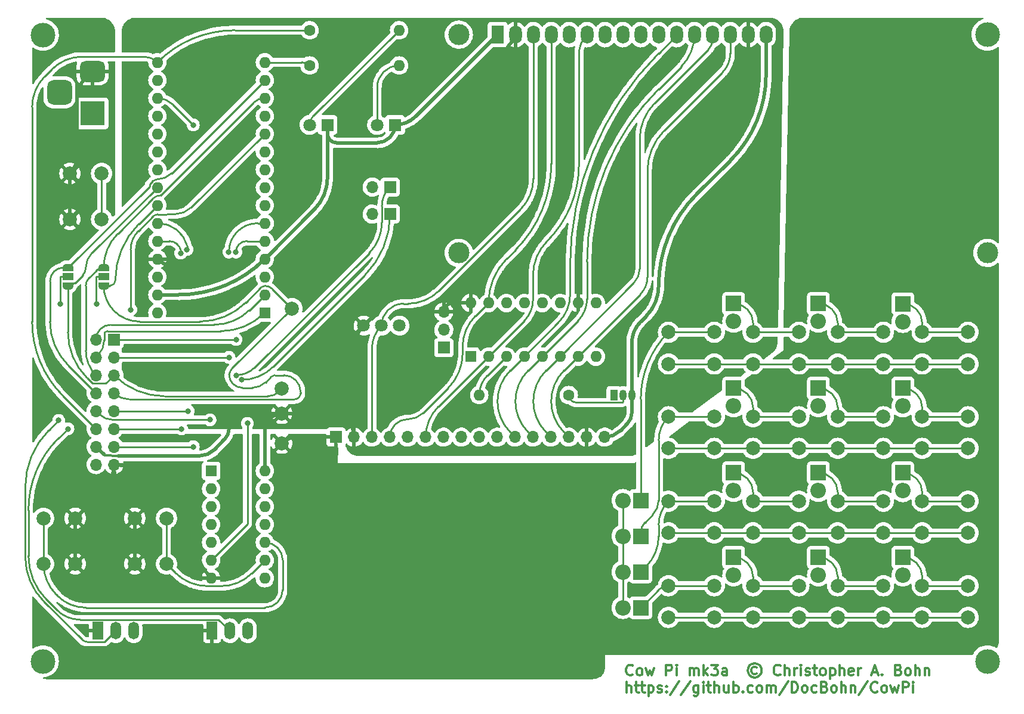
<source format=gbr>
%TF.GenerationSoftware,KiCad,Pcbnew,(6.0.4-0)*%
%TF.CreationDate,2022-08-15T14:03:22-05:00*%
%TF.ProjectId,CowPi-mk3a,436f7750-692d-46d6-9b33-612e6b696361,mk3a*%
%TF.SameCoordinates,PX43d3480PY8c7ecc0*%
%TF.FileFunction,Copper,L1,Top*%
%TF.FilePolarity,Positive*%
%FSLAX46Y46*%
G04 Gerber Fmt 4.6, Leading zero omitted, Abs format (unit mm)*
G04 Created by KiCad (PCBNEW (6.0.4-0)) date 2022-08-15 14:03:22*
%MOMM*%
%LPD*%
G01*
G04 APERTURE LIST*
G04 Aperture macros list*
%AMRoundRect*
0 Rectangle with rounded corners*
0 $1 Rounding radius*
0 $2 $3 $4 $5 $6 $7 $8 $9 X,Y pos of 4 corners*
0 Add a 4 corners polygon primitive as box body*
4,1,4,$2,$3,$4,$5,$6,$7,$8,$9,$2,$3,0*
0 Add four circle primitives for the rounded corners*
1,1,$1+$1,$2,$3*
1,1,$1+$1,$4,$5*
1,1,$1+$1,$6,$7*
1,1,$1+$1,$8,$9*
0 Add four rect primitives between the rounded corners*
20,1,$1+$1,$2,$3,$4,$5,0*
20,1,$1+$1,$4,$5,$6,$7,0*
20,1,$1+$1,$6,$7,$8,$9,0*
20,1,$1+$1,$8,$9,$2,$3,0*%
%AMFreePoly0*
4,1,22,0.550000,-0.750000,0.000000,-0.750000,0.000000,-0.745033,-0.079941,-0.743568,-0.215256,-0.701293,-0.333266,-0.622738,-0.424486,-0.514219,-0.481581,-0.384460,-0.499164,-0.250000,-0.500000,-0.250000,-0.500000,0.250000,-0.499164,0.250000,-0.499963,0.256109,-0.478152,0.396186,-0.417904,0.524511,-0.324060,0.630769,-0.204165,0.706417,-0.067858,0.745374,0.000000,0.744959,0.000000,0.750000,
0.550000,0.750000,0.550000,-0.750000,0.550000,-0.750000,$1*%
%AMFreePoly1*
4,1,20,0.000000,0.744959,0.073905,0.744508,0.209726,0.703889,0.328688,0.626782,0.421226,0.519385,0.479903,0.390333,0.500000,0.250000,0.500000,-0.250000,0.499851,-0.262216,0.476331,-0.402017,0.414519,-0.529596,0.319384,-0.634700,0.198574,-0.708877,0.061801,-0.746166,0.000000,-0.745033,0.000000,-0.750000,-0.550000,-0.750000,-0.550000,0.750000,0.000000,0.750000,0.000000,0.744959,
0.000000,0.744959,$1*%
G04 Aperture macros list end*
%ADD10C,0.300000*%
%TA.AperFunction,NonConductor*%
%ADD11C,0.300000*%
%TD*%
%TA.AperFunction,ComponentPad*%
%ADD12R,2.200000X2.200000*%
%TD*%
%TA.AperFunction,ComponentPad*%
%ADD13O,2.200000X2.200000*%
%TD*%
%TA.AperFunction,SMDPad,CuDef*%
%ADD14FreePoly0,90.000000*%
%TD*%
%TA.AperFunction,SMDPad,CuDef*%
%ADD15R,1.500000X1.000000*%
%TD*%
%TA.AperFunction,SMDPad,CuDef*%
%ADD16FreePoly1,90.000000*%
%TD*%
%TA.AperFunction,ComponentPad*%
%ADD17C,3.500000*%
%TD*%
%TA.AperFunction,ComponentPad*%
%ADD18C,2.000000*%
%TD*%
%TA.AperFunction,ComponentPad*%
%ADD19R,1.600000X1.600000*%
%TD*%
%TA.AperFunction,ComponentPad*%
%ADD20O,1.600000X1.600000*%
%TD*%
%TA.AperFunction,ComponentPad*%
%ADD21O,1.500000X2.500000*%
%TD*%
%TA.AperFunction,ComponentPad*%
%ADD22R,1.500000X2.500000*%
%TD*%
%TA.AperFunction,SMDPad,CuDef*%
%ADD23C,2.000000*%
%TD*%
%TA.AperFunction,ComponentPad*%
%ADD24C,1.600000*%
%TD*%
%TA.AperFunction,ComponentPad*%
%ADD25R,1.800000X1.800000*%
%TD*%
%TA.AperFunction,ComponentPad*%
%ADD26C,1.800000*%
%TD*%
%TA.AperFunction,ComponentPad*%
%ADD27R,1.700000X1.700000*%
%TD*%
%TA.AperFunction,ComponentPad*%
%ADD28O,1.700000X1.700000*%
%TD*%
%TA.AperFunction,ComponentPad*%
%ADD29R,1.050000X1.500000*%
%TD*%
%TA.AperFunction,ComponentPad*%
%ADD30O,1.050000X1.500000*%
%TD*%
%TA.AperFunction,ComponentPad*%
%ADD31R,3.500000X3.500000*%
%TD*%
%TA.AperFunction,ComponentPad*%
%ADD32RoundRect,0.750000X-1.000000X0.750000X-1.000000X-0.750000X1.000000X-0.750000X1.000000X0.750000X0*%
%TD*%
%TA.AperFunction,ComponentPad*%
%ADD33RoundRect,0.875000X-0.875000X0.875000X-0.875000X-0.875000X0.875000X-0.875000X0.875000X0.875000X0*%
%TD*%
%TA.AperFunction,ComponentPad*%
%ADD34C,3.000000*%
%TD*%
%TA.AperFunction,ComponentPad*%
%ADD35R,1.800000X2.600000*%
%TD*%
%TA.AperFunction,ComponentPad*%
%ADD36O,1.800000X2.600000*%
%TD*%
%TA.AperFunction,ViaPad*%
%ADD37C,0.800000*%
%TD*%
%TA.AperFunction,Conductor*%
%ADD38C,0.250000*%
%TD*%
%TA.AperFunction,Conductor*%
%ADD39C,0.500000*%
%TD*%
%TA.AperFunction,Conductor*%
%ADD40C,0.375000*%
%TD*%
G04 APERTURE END LIST*
D10*
D11*
X87769285Y3211786D02*
X87697857Y3140358D01*
X87483571Y3068929D01*
X87340714Y3068929D01*
X87126428Y3140358D01*
X86983571Y3283215D01*
X86912142Y3426072D01*
X86840714Y3711786D01*
X86840714Y3926072D01*
X86912142Y4211786D01*
X86983571Y4354643D01*
X87126428Y4497500D01*
X87340714Y4568929D01*
X87483571Y4568929D01*
X87697857Y4497500D01*
X87769285Y4426072D01*
X88626428Y3068929D02*
X88483571Y3140358D01*
X88412142Y3211786D01*
X88340714Y3354643D01*
X88340714Y3783215D01*
X88412142Y3926072D01*
X88483571Y3997500D01*
X88626428Y4068929D01*
X88840714Y4068929D01*
X88983571Y3997500D01*
X89055000Y3926072D01*
X89126428Y3783215D01*
X89126428Y3354643D01*
X89055000Y3211786D01*
X88983571Y3140358D01*
X88840714Y3068929D01*
X88626428Y3068929D01*
X89626428Y4068929D02*
X89912142Y3068929D01*
X90197857Y3783215D01*
X90483571Y3068929D01*
X90769285Y4068929D01*
X92483571Y3068929D02*
X92483571Y4568929D01*
X93055000Y4568929D01*
X93197857Y4497500D01*
X93269285Y4426072D01*
X93340714Y4283215D01*
X93340714Y4068929D01*
X93269285Y3926072D01*
X93197857Y3854643D01*
X93055000Y3783215D01*
X92483571Y3783215D01*
X93983571Y3068929D02*
X93983571Y4068929D01*
X93983571Y4568929D02*
X93912142Y4497500D01*
X93983571Y4426072D01*
X94055000Y4497500D01*
X93983571Y4568929D01*
X93983571Y4426072D01*
X95840714Y3068929D02*
X95840714Y4068929D01*
X95840714Y3926072D02*
X95912142Y3997500D01*
X96055000Y4068929D01*
X96269285Y4068929D01*
X96412142Y3997500D01*
X96483571Y3854643D01*
X96483571Y3068929D01*
X96483571Y3854643D02*
X96555000Y3997500D01*
X96697857Y4068929D01*
X96912142Y4068929D01*
X97055000Y3997500D01*
X97126428Y3854643D01*
X97126428Y3068929D01*
X97840714Y3068929D02*
X97840714Y4568929D01*
X97983571Y3640358D02*
X98412142Y3068929D01*
X98412142Y4068929D02*
X97840714Y3497500D01*
X98912142Y4568929D02*
X99840714Y4568929D01*
X99340714Y3997500D01*
X99555000Y3997500D01*
X99697857Y3926072D01*
X99769285Y3854643D01*
X99840714Y3711786D01*
X99840714Y3354643D01*
X99769285Y3211786D01*
X99697857Y3140358D01*
X99555000Y3068929D01*
X99126428Y3068929D01*
X98983571Y3140358D01*
X98912142Y3211786D01*
X101126428Y3068929D02*
X101126428Y3854643D01*
X101055000Y3997500D01*
X100912142Y4068929D01*
X100626428Y4068929D01*
X100483571Y3997500D01*
X101126428Y3140358D02*
X100983571Y3068929D01*
X100626428Y3068929D01*
X100483571Y3140358D01*
X100412142Y3283215D01*
X100412142Y3426072D01*
X100483571Y3568929D01*
X100626428Y3640358D01*
X100983571Y3640358D01*
X101126428Y3711786D01*
X105340714Y4211786D02*
X105197857Y4283215D01*
X104912142Y4283215D01*
X104769285Y4211786D01*
X104626428Y4068929D01*
X104555000Y3926072D01*
X104555000Y3640358D01*
X104626428Y3497500D01*
X104769285Y3354643D01*
X104912142Y3283215D01*
X105197857Y3283215D01*
X105340714Y3354643D01*
X105055000Y4783215D02*
X104697857Y4711786D01*
X104340714Y4497500D01*
X104126428Y4140358D01*
X104055000Y3783215D01*
X104126428Y3426072D01*
X104340714Y3068929D01*
X104697857Y2854643D01*
X105055000Y2783215D01*
X105412142Y2854643D01*
X105769285Y3068929D01*
X105983571Y3426072D01*
X106055000Y3783215D01*
X105983571Y4140358D01*
X105769285Y4497500D01*
X105412142Y4711786D01*
X105055000Y4783215D01*
X108697857Y3211786D02*
X108626428Y3140358D01*
X108412142Y3068929D01*
X108269285Y3068929D01*
X108055000Y3140358D01*
X107912142Y3283215D01*
X107840714Y3426072D01*
X107769285Y3711786D01*
X107769285Y3926072D01*
X107840714Y4211786D01*
X107912142Y4354643D01*
X108055000Y4497500D01*
X108269285Y4568929D01*
X108412142Y4568929D01*
X108626428Y4497500D01*
X108697857Y4426072D01*
X109340714Y3068929D02*
X109340714Y4568929D01*
X109983571Y3068929D02*
X109983571Y3854643D01*
X109912142Y3997500D01*
X109769285Y4068929D01*
X109555000Y4068929D01*
X109412142Y3997500D01*
X109340714Y3926072D01*
X110697857Y3068929D02*
X110697857Y4068929D01*
X110697857Y3783215D02*
X110769285Y3926072D01*
X110840714Y3997500D01*
X110983571Y4068929D01*
X111126428Y4068929D01*
X111626428Y3068929D02*
X111626428Y4068929D01*
X111626428Y4568929D02*
X111555000Y4497500D01*
X111626428Y4426072D01*
X111697857Y4497500D01*
X111626428Y4568929D01*
X111626428Y4426072D01*
X112269285Y3140358D02*
X112412142Y3068929D01*
X112697857Y3068929D01*
X112840714Y3140358D01*
X112912142Y3283215D01*
X112912142Y3354643D01*
X112840714Y3497500D01*
X112697857Y3568929D01*
X112483571Y3568929D01*
X112340714Y3640358D01*
X112269285Y3783215D01*
X112269285Y3854643D01*
X112340714Y3997500D01*
X112483571Y4068929D01*
X112697857Y4068929D01*
X112840714Y3997500D01*
X113340714Y4068929D02*
X113912142Y4068929D01*
X113555000Y4568929D02*
X113555000Y3283215D01*
X113626428Y3140358D01*
X113769285Y3068929D01*
X113912142Y3068929D01*
X114626428Y3068929D02*
X114483571Y3140358D01*
X114412142Y3211786D01*
X114340714Y3354643D01*
X114340714Y3783215D01*
X114412142Y3926072D01*
X114483571Y3997500D01*
X114626428Y4068929D01*
X114840714Y4068929D01*
X114983571Y3997500D01*
X115055000Y3926072D01*
X115126428Y3783215D01*
X115126428Y3354643D01*
X115055000Y3211786D01*
X114983571Y3140358D01*
X114840714Y3068929D01*
X114626428Y3068929D01*
X115769285Y4068929D02*
X115769285Y2568929D01*
X115769285Y3997500D02*
X115912142Y4068929D01*
X116197857Y4068929D01*
X116340714Y3997500D01*
X116412142Y3926072D01*
X116483571Y3783215D01*
X116483571Y3354643D01*
X116412142Y3211786D01*
X116340714Y3140358D01*
X116197857Y3068929D01*
X115912142Y3068929D01*
X115769285Y3140358D01*
X117126428Y3068929D02*
X117126428Y4568929D01*
X117769285Y3068929D02*
X117769285Y3854643D01*
X117697857Y3997500D01*
X117555000Y4068929D01*
X117340714Y4068929D01*
X117197857Y3997500D01*
X117126428Y3926072D01*
X119055000Y3140358D02*
X118912142Y3068929D01*
X118626428Y3068929D01*
X118483571Y3140358D01*
X118412142Y3283215D01*
X118412142Y3854643D01*
X118483571Y3997500D01*
X118626428Y4068929D01*
X118912142Y4068929D01*
X119055000Y3997500D01*
X119126428Y3854643D01*
X119126428Y3711786D01*
X118412142Y3568929D01*
X119769285Y3068929D02*
X119769285Y4068929D01*
X119769285Y3783215D02*
X119840714Y3926072D01*
X119912142Y3997500D01*
X120055000Y4068929D01*
X120197857Y4068929D01*
X121769285Y3497500D02*
X122483571Y3497500D01*
X121626428Y3068929D02*
X122126428Y4568929D01*
X122626428Y3068929D01*
X123126428Y3211786D02*
X123197857Y3140358D01*
X123126428Y3068929D01*
X123055000Y3140358D01*
X123126428Y3211786D01*
X123126428Y3068929D01*
X125483571Y3854643D02*
X125697857Y3783215D01*
X125769285Y3711786D01*
X125840714Y3568929D01*
X125840714Y3354643D01*
X125769285Y3211786D01*
X125697857Y3140358D01*
X125555000Y3068929D01*
X124983571Y3068929D01*
X124983571Y4568929D01*
X125483571Y4568929D01*
X125626428Y4497500D01*
X125697857Y4426072D01*
X125769285Y4283215D01*
X125769285Y4140358D01*
X125697857Y3997500D01*
X125626428Y3926072D01*
X125483571Y3854643D01*
X124983571Y3854643D01*
X126697857Y3068929D02*
X126555000Y3140358D01*
X126483571Y3211786D01*
X126412142Y3354643D01*
X126412142Y3783215D01*
X126483571Y3926072D01*
X126555000Y3997500D01*
X126697857Y4068929D01*
X126912142Y4068929D01*
X127055000Y3997500D01*
X127126428Y3926072D01*
X127197857Y3783215D01*
X127197857Y3354643D01*
X127126428Y3211786D01*
X127055000Y3140358D01*
X126912142Y3068929D01*
X126697857Y3068929D01*
X127840714Y3068929D02*
X127840714Y4568929D01*
X128483571Y3068929D02*
X128483571Y3854643D01*
X128412142Y3997500D01*
X128269285Y4068929D01*
X128055000Y4068929D01*
X127912142Y3997500D01*
X127840714Y3926072D01*
X129197857Y4068929D02*
X129197857Y3068929D01*
X129197857Y3926072D02*
X129269285Y3997500D01*
X129412142Y4068929D01*
X129626428Y4068929D01*
X129769285Y3997500D01*
X129840714Y3854643D01*
X129840714Y3068929D01*
X86912142Y653929D02*
X86912142Y2153929D01*
X87555000Y653929D02*
X87555000Y1439643D01*
X87483571Y1582500D01*
X87340714Y1653929D01*
X87126428Y1653929D01*
X86983571Y1582500D01*
X86912142Y1511072D01*
X88055000Y1653929D02*
X88626428Y1653929D01*
X88269285Y2153929D02*
X88269285Y868215D01*
X88340714Y725358D01*
X88483571Y653929D01*
X88626428Y653929D01*
X88912142Y1653929D02*
X89483571Y1653929D01*
X89126428Y2153929D02*
X89126428Y868215D01*
X89197857Y725358D01*
X89340714Y653929D01*
X89483571Y653929D01*
X89983571Y1653929D02*
X89983571Y153929D01*
X89983571Y1582500D02*
X90126428Y1653929D01*
X90412142Y1653929D01*
X90555000Y1582500D01*
X90626428Y1511072D01*
X90697857Y1368215D01*
X90697857Y939643D01*
X90626428Y796786D01*
X90555000Y725358D01*
X90412142Y653929D01*
X90126428Y653929D01*
X89983571Y725358D01*
X91269285Y725358D02*
X91412142Y653929D01*
X91697857Y653929D01*
X91840714Y725358D01*
X91912142Y868215D01*
X91912142Y939643D01*
X91840714Y1082500D01*
X91697857Y1153929D01*
X91483571Y1153929D01*
X91340714Y1225358D01*
X91269285Y1368215D01*
X91269285Y1439643D01*
X91340714Y1582500D01*
X91483571Y1653929D01*
X91697857Y1653929D01*
X91840714Y1582500D01*
X92555000Y796786D02*
X92626428Y725358D01*
X92555000Y653929D01*
X92483571Y725358D01*
X92555000Y796786D01*
X92555000Y653929D01*
X92555000Y1582500D02*
X92626428Y1511072D01*
X92555000Y1439643D01*
X92483571Y1511072D01*
X92555000Y1582500D01*
X92555000Y1439643D01*
X94340714Y2225358D02*
X93055000Y296786D01*
X95912142Y2225358D02*
X94626428Y296786D01*
X97055000Y1653929D02*
X97055000Y439643D01*
X96983571Y296786D01*
X96912142Y225358D01*
X96769285Y153929D01*
X96555000Y153929D01*
X96412142Y225358D01*
X97055000Y725358D02*
X96912142Y653929D01*
X96626428Y653929D01*
X96483571Y725358D01*
X96412142Y796786D01*
X96340714Y939643D01*
X96340714Y1368215D01*
X96412142Y1511072D01*
X96483571Y1582500D01*
X96626428Y1653929D01*
X96912142Y1653929D01*
X97055000Y1582500D01*
X97769285Y653929D02*
X97769285Y1653929D01*
X97769285Y2153929D02*
X97697857Y2082500D01*
X97769285Y2011072D01*
X97840714Y2082500D01*
X97769285Y2153929D01*
X97769285Y2011072D01*
X98269285Y1653929D02*
X98840714Y1653929D01*
X98483571Y2153929D02*
X98483571Y868215D01*
X98555000Y725358D01*
X98697857Y653929D01*
X98840714Y653929D01*
X99340714Y653929D02*
X99340714Y2153929D01*
X99983571Y653929D02*
X99983571Y1439643D01*
X99912142Y1582500D01*
X99769285Y1653929D01*
X99555000Y1653929D01*
X99412142Y1582500D01*
X99340714Y1511072D01*
X101340714Y1653929D02*
X101340714Y653929D01*
X100697857Y1653929D02*
X100697857Y868215D01*
X100769285Y725358D01*
X100912142Y653929D01*
X101126428Y653929D01*
X101269285Y725358D01*
X101340714Y796786D01*
X102055000Y653929D02*
X102055000Y2153929D01*
X102055000Y1582500D02*
X102197857Y1653929D01*
X102483571Y1653929D01*
X102626428Y1582500D01*
X102697857Y1511072D01*
X102769285Y1368215D01*
X102769285Y939643D01*
X102697857Y796786D01*
X102626428Y725358D01*
X102483571Y653929D01*
X102197857Y653929D01*
X102055000Y725358D01*
X103412142Y796786D02*
X103483571Y725358D01*
X103412142Y653929D01*
X103340714Y725358D01*
X103412142Y796786D01*
X103412142Y653929D01*
X104769285Y725358D02*
X104626428Y653929D01*
X104340714Y653929D01*
X104197857Y725358D01*
X104126428Y796786D01*
X104055000Y939643D01*
X104055000Y1368215D01*
X104126428Y1511072D01*
X104197857Y1582500D01*
X104340714Y1653929D01*
X104626428Y1653929D01*
X104769285Y1582500D01*
X105626428Y653929D02*
X105483571Y725358D01*
X105412142Y796786D01*
X105340714Y939643D01*
X105340714Y1368215D01*
X105412142Y1511072D01*
X105483571Y1582500D01*
X105626428Y1653929D01*
X105840714Y1653929D01*
X105983571Y1582500D01*
X106055000Y1511072D01*
X106126428Y1368215D01*
X106126428Y939643D01*
X106055000Y796786D01*
X105983571Y725358D01*
X105840714Y653929D01*
X105626428Y653929D01*
X106769285Y653929D02*
X106769285Y1653929D01*
X106769285Y1511072D02*
X106840714Y1582500D01*
X106983571Y1653929D01*
X107197857Y1653929D01*
X107340714Y1582500D01*
X107412142Y1439643D01*
X107412142Y653929D01*
X107412142Y1439643D02*
X107483571Y1582500D01*
X107626428Y1653929D01*
X107840714Y1653929D01*
X107983571Y1582500D01*
X108055000Y1439643D01*
X108055000Y653929D01*
X109840714Y2225358D02*
X108555000Y296786D01*
X110340714Y653929D02*
X110340714Y2153929D01*
X110697857Y2153929D01*
X110912142Y2082500D01*
X111055000Y1939643D01*
X111126428Y1796786D01*
X111197857Y1511072D01*
X111197857Y1296786D01*
X111126428Y1011072D01*
X111055000Y868215D01*
X110912142Y725358D01*
X110697857Y653929D01*
X110340714Y653929D01*
X112055000Y653929D02*
X111912142Y725358D01*
X111840714Y796786D01*
X111769285Y939643D01*
X111769285Y1368215D01*
X111840714Y1511072D01*
X111912142Y1582500D01*
X112055000Y1653929D01*
X112269285Y1653929D01*
X112412142Y1582500D01*
X112483571Y1511072D01*
X112555000Y1368215D01*
X112555000Y939643D01*
X112483571Y796786D01*
X112412142Y725358D01*
X112269285Y653929D01*
X112055000Y653929D01*
X113840714Y725358D02*
X113697857Y653929D01*
X113412142Y653929D01*
X113269285Y725358D01*
X113197857Y796786D01*
X113126428Y939643D01*
X113126428Y1368215D01*
X113197857Y1511072D01*
X113269285Y1582500D01*
X113412142Y1653929D01*
X113697857Y1653929D01*
X113840714Y1582500D01*
X114983571Y1439643D02*
X115197857Y1368215D01*
X115269285Y1296786D01*
X115340714Y1153929D01*
X115340714Y939643D01*
X115269285Y796786D01*
X115197857Y725358D01*
X115055000Y653929D01*
X114483571Y653929D01*
X114483571Y2153929D01*
X114983571Y2153929D01*
X115126428Y2082500D01*
X115197857Y2011072D01*
X115269285Y1868215D01*
X115269285Y1725358D01*
X115197857Y1582500D01*
X115126428Y1511072D01*
X114983571Y1439643D01*
X114483571Y1439643D01*
X116197857Y653929D02*
X116055000Y725358D01*
X115983571Y796786D01*
X115912142Y939643D01*
X115912142Y1368215D01*
X115983571Y1511072D01*
X116055000Y1582500D01*
X116197857Y1653929D01*
X116412142Y1653929D01*
X116555000Y1582500D01*
X116626428Y1511072D01*
X116697857Y1368215D01*
X116697857Y939643D01*
X116626428Y796786D01*
X116555000Y725358D01*
X116412142Y653929D01*
X116197857Y653929D01*
X117340714Y653929D02*
X117340714Y2153929D01*
X117983571Y653929D02*
X117983571Y1439643D01*
X117912142Y1582500D01*
X117769285Y1653929D01*
X117555000Y1653929D01*
X117412142Y1582500D01*
X117340714Y1511072D01*
X118697857Y1653929D02*
X118697857Y653929D01*
X118697857Y1511072D02*
X118769285Y1582500D01*
X118912142Y1653929D01*
X119126428Y1653929D01*
X119269285Y1582500D01*
X119340714Y1439643D01*
X119340714Y653929D01*
X121126428Y2225358D02*
X119840714Y296786D01*
X122483571Y796786D02*
X122412142Y725358D01*
X122197857Y653929D01*
X122055000Y653929D01*
X121840714Y725358D01*
X121697857Y868215D01*
X121626428Y1011072D01*
X121555000Y1296786D01*
X121555000Y1511072D01*
X121626428Y1796786D01*
X121697857Y1939643D01*
X121840714Y2082500D01*
X122055000Y2153929D01*
X122197857Y2153929D01*
X122412142Y2082500D01*
X122483571Y2011072D01*
X123340714Y653929D02*
X123197857Y725358D01*
X123126428Y796786D01*
X123055000Y939643D01*
X123055000Y1368215D01*
X123126428Y1511072D01*
X123197857Y1582500D01*
X123340714Y1653929D01*
X123555000Y1653929D01*
X123697857Y1582500D01*
X123769285Y1511072D01*
X123840714Y1368215D01*
X123840714Y939643D01*
X123769285Y796786D01*
X123697857Y725358D01*
X123555000Y653929D01*
X123340714Y653929D01*
X124340714Y1653929D02*
X124626428Y653929D01*
X124912142Y1368215D01*
X125197857Y653929D01*
X125483571Y1653929D01*
X126055000Y653929D02*
X126055000Y2153929D01*
X126626428Y2153929D01*
X126769285Y2082500D01*
X126840714Y2011072D01*
X126912142Y1868215D01*
X126912142Y1653929D01*
X126840714Y1511072D01*
X126769285Y1439643D01*
X126626428Y1368215D01*
X126055000Y1368215D01*
X127555000Y653929D02*
X127555000Y1653929D01*
X127555000Y2153929D02*
X127483571Y2082500D01*
X127555000Y2011072D01*
X127626428Y2082500D01*
X127555000Y2153929D01*
X127555000Y2011072D01*
D12*
%TO.P,D13,1,K*%
%TO.N,Net-(D13-Pad1)*%
X114100764Y31851962D03*
D13*
%TO.P,D13,2,A*%
%TO.N,/col3*%
X114100764Y29311962D03*
%TD*%
D14*
%TO.P,JP4,1,A*%
%TO.N,/SCL{slash}spiRightSwitch*%
X12700000Y58420000D03*
D15*
%TO.P,JP4,2,C*%
%TO.N,Net-(JP4-Pad2)*%
X12700000Y59720000D03*
D16*
%TO.P,JP4,3,B*%
%TO.N,/CS{slash}i2cRightSwitch*%
X12700000Y61020000D03*
%TD*%
D12*
%TO.P,D10,1,K*%
%TO.N,Net-(D10-Pad1)*%
X102078410Y19866052D03*
D13*
%TO.P,D10,2,A*%
%TO.N,/col2*%
X102078410Y17326052D03*
%TD*%
D17*
%TO.P,H2,1*%
%TO.N,N/C*%
X138081045Y5080000D03*
%TD*%
D18*
%TO.P,SW20,1,1*%
%TO.N,/row7*%
X135330000Y23320000D03*
%TO.P,SW20,2,2*%
X128830000Y23320000D03*
%TO.P,SW20,3,K*%
%TO.N,Net-(D17-Pad1)*%
X135330000Y27820000D03*
%TO.P,SW20,4,A*%
X128830000Y27820000D03*
%TD*%
D19*
%TO.P,A1,1,D1/TX*%
%TO.N,/D1{slash}TX*%
X35560000Y54610000D03*
D20*
%TO.P,A1,2,D0/RX*%
%TO.N,/D0{slash}RX*%
X35560000Y57150000D03*
%TO.P,A1,3,~{RESET}*%
%TO.N,/Unused Reset*%
X35560000Y59690000D03*
%TO.P,A1,4,GND*%
%TO.N,GND*%
X35560000Y62230000D03*
%TO.P,A1,5,D2*%
%TO.N,/arduinoD2*%
X35560000Y64770000D03*
%TO.P,A1,6,D3*%
%TO.N,/arduinoD3*%
X35560000Y67310000D03*
%TO.P,A1,7,D4*%
%TO.N,/row1*%
X35560000Y69850000D03*
%TO.P,A1,8,D5*%
%TO.N,/row4*%
X35560000Y72390000D03*
%TO.P,A1,9,D6*%
%TO.N,/row7*%
X35560000Y74930000D03*
%TO.P,A1,10,D7*%
%TO.N,/row\u002A*%
X35560000Y77470000D03*
%TO.P,A1,11,D8*%
%TO.N,/leftButton*%
X35560000Y80010000D03*
%TO.P,A1,12,D9*%
%TO.N,/rightButton*%
X35560000Y82550000D03*
%TO.P,A1,13,D10*%
%TO.N,/CS{slash}i2cRightSwitch*%
X35560000Y85090000D03*
%TO.P,A1,14,D11*%
%TO.N,/COPI{slash}i2cLeftSwitch*%
X35560000Y87630000D03*
%TO.P,A1,15,D12*%
%TO.N,/rightLED*%
X35560000Y90170000D03*
%TO.P,A1,16,D13*%
%TO.N,/SCK{slash}LeftLED*%
X20320000Y90170000D03*
%TO.P,A1,17,3V3*%
%TO.N,/3V3*%
X20320000Y87630000D03*
%TO.P,A1,18,AREF*%
%TO.N,/AREF*%
X20320000Y85090000D03*
%TO.P,A1,19,A0*%
%TO.N,/col1*%
X20320000Y82550000D03*
%TO.P,A1,20,A1*%
%TO.N,/col2*%
X20320000Y80010000D03*
%TO.P,A1,21,A2*%
%TO.N,/col3*%
X20320000Y77470000D03*
%TO.P,A1,22,A3*%
%TO.N,/colA*%
X20320000Y74930000D03*
%TO.P,A1,23,A4*%
%TO.N,/SDA{slash}spiLeftSwitch*%
X20320000Y72390000D03*
%TO.P,A1,24,A5*%
%TO.N,/SCL{slash}spiRightSwitch*%
X20320000Y69850000D03*
%TO.P,A1,25,A6*%
%TO.N,/A6*%
X20320000Y67310000D03*
%TO.P,A1,26,A7*%
%TO.N,/A7*%
X20320000Y64770000D03*
%TO.P,A1,27,+5V*%
%TO.N,/5V*%
X20320000Y62230000D03*
%TO.P,A1,28,~{RESET}*%
%TO.N,Net-(A1-Pad28)*%
X20320000Y59690000D03*
%TO.P,A1,29,GND*%
%TO.N,GND*%
X20320000Y57150000D03*
%TO.P,A1,30,VIN*%
%TO.N,/VIN*%
X20320000Y54610000D03*
%TD*%
D21*
%TO.P,SW18,*%
%TO.N,*%
X33158583Y9414436D03*
D22*
%TO.P,SW18,1,A*%
%TO.N,GND*%
X28078583Y9414436D03*
D21*
%TO.P,SW18,2,B*%
%TO.N,Net-(JP4-Pad2)*%
X30618583Y9414436D03*
%TD*%
D12*
%TO.P,D18,1,K*%
%TO.N,Net-(D18-Pad1)*%
X126084922Y19855059D03*
D13*
%TO.P,D18,2,A*%
%TO.N,/colA*%
X126084922Y17315059D03*
%TD*%
D12*
%TO.P,D7,1,K*%
%TO.N,Net-(D7-Pad1)*%
X102078410Y55890994D03*
D13*
%TO.P,D7,2,A*%
%TO.N,/col2*%
X102078410Y53350994D03*
%TD*%
D23*
%TO.P,J6,1,Pin_1*%
%TO.N,/SCL{slash}spiRightSwitch*%
X39396444Y55184682D03*
%TD*%
D24*
%TO.P,R2,1*%
%TO.N,/rightLED*%
X41910000Y89720000D03*
D20*
%TO.P,R2,2*%
%TO.N,Net-(D2-Pad2)*%
X54610000Y89720000D03*
%TD*%
D17*
%TO.P,H1,1*%
%TO.N,N/C*%
X4080000Y94064675D03*
%TD*%
D12*
%TO.P,D15,1,K*%
%TO.N,Net-(D15-Pad1)*%
X126084922Y55880001D03*
D13*
%TO.P,D15,2,A*%
%TO.N,/colA*%
X126084922Y53340001D03*
%TD*%
D18*
%TO.P,SW1,1,1*%
%TO.N,GND*%
X7909999Y67870000D03*
%TO.P,SW1,2,2*%
X7909999Y74370000D03*
%TO.P,SW1,3,K*%
%TO.N,Net-(A1-Pad28)*%
X12409999Y67870000D03*
%TO.P,SW1,4,A*%
X12409999Y74370000D03*
%TD*%
D12*
%TO.P,D14,1,K*%
%TO.N,Net-(D14-Pad1)*%
X114100764Y19868583D03*
D13*
%TO.P,D14,2,A*%
%TO.N,/col3*%
X114100764Y17328583D03*
%TD*%
D19*
%TO.P,U1,1*%
%TO.N,/col1*%
X27940000Y32121974D03*
D20*
%TO.P,U1,2*%
%TO.N,/col2*%
X27940000Y29581974D03*
%TO.P,U1,3*%
%TO.N,N/C*%
X27940000Y27041974D03*
%TO.P,U1,4*%
%TO.N,/col3*%
X27940000Y24501974D03*
%TO.P,U1,5*%
%TO.N,/colA*%
X27940000Y21961974D03*
%TO.P,U1,6*%
%TO.N,/keypadNAND*%
X27940000Y19421974D03*
%TO.P,U1,7,GND*%
%TO.N,GND*%
X27940000Y16881974D03*
%TO.P,U1,8*%
%TO.N,/buttonNAND*%
X35560000Y16881974D03*
%TO.P,U1,9*%
%TO.N,/rightButton*%
X35560000Y19421974D03*
%TO.P,U1,10*%
%TO.N,/leftButton*%
X35560000Y21961974D03*
%TO.P,U1,11*%
%TO.N,N/C*%
X35560000Y24501974D03*
%TO.P,U1,12*%
%TO.N,/5V*%
X35560000Y27041974D03*
%TO.P,U1,13*%
X35560000Y29581974D03*
%TO.P,U1,14,VCC*%
X35560000Y32121974D03*
%TD*%
D18*
%TO.P,SW2,1,1*%
%TO.N,GND*%
X8660000Y25400000D03*
%TO.P,SW2,2,2*%
X8660000Y18900000D03*
%TO.P,SW2,3,K*%
%TO.N,/leftButton*%
X4160000Y25400000D03*
%TO.P,SW2,4,A*%
X4160000Y18900000D03*
%TD*%
%TO.P,SW4,1,1*%
%TO.N,/row1*%
X99330000Y47320000D03*
%TO.P,SW4,2,2*%
X92830000Y47320000D03*
%TO.P,SW4,3,K*%
%TO.N,Net-(D3-Pad1)*%
X99330000Y51820000D03*
%TO.P,SW4,4,A*%
X92830000Y51820000D03*
%TD*%
D19*
%TO.P,U2,1,QB*%
%TO.N,/QB*%
X64750233Y48365106D03*
D20*
%TO.P,U2,2,QC*%
%TO.N,/EN*%
X67290233Y48365106D03*
%TO.P,U2,3,QD*%
%TO.N,/LITE*%
X69830233Y48365106D03*
%TO.P,U2,4,QE*%
%TO.N,/D4*%
X72370233Y48365106D03*
%TO.P,U2,5,QF*%
%TO.N,/D5*%
X74910233Y48365106D03*
%TO.P,U2,6,QG*%
%TO.N,/D6*%
X77450233Y48365106D03*
%TO.P,U2,7,QH*%
%TO.N,/D7*%
X79990233Y48365106D03*
%TO.P,U2,8,GND*%
%TO.N,GND*%
X82530233Y48365106D03*
%TO.P,U2,9,QH'*%
%TO.N,/QH'*%
X82530233Y55985106D03*
%TO.P,U2,10,~{SRCLR}*%
%TO.N,/5V*%
X79990233Y55985106D03*
%TO.P,U2,11,SRCLK*%
%TO.N,/SCK{slash}LeftLED*%
X77450233Y55985106D03*
%TO.P,U2,12,RCLK*%
%TO.N,/CS{slash}i2cRightSwitch*%
X74910233Y55985106D03*
%TO.P,U2,13,~{OE}*%
%TO.N,/OE*%
X72370233Y55985106D03*
%TO.P,U2,14,SER*%
%TO.N,/COPI{slash}i2cLeftSwitch*%
X69830233Y55985106D03*
%TO.P,U2,15,QA*%
%TO.N,/RS*%
X67290233Y55985106D03*
%TO.P,U2,16,VCC*%
%TO.N,/5V*%
X64750233Y55985106D03*
%TD*%
D18*
%TO.P,SW19,1,1*%
%TO.N,/row4*%
X135330000Y35320000D03*
%TO.P,SW19,2,2*%
X128830000Y35320000D03*
%TO.P,SW19,3,K*%
%TO.N,Net-(D16-Pad1)*%
X135330000Y39820000D03*
%TO.P,SW19,4,A*%
X128830000Y39820000D03*
%TD*%
D12*
%TO.P,D12,1,K*%
%TO.N,Net-(D12-Pad1)*%
X114100764Y43880968D03*
D13*
%TO.P,D12,2,A*%
%TO.N,/col3*%
X114100764Y41340968D03*
%TD*%
D25*
%TO.P,D2,1,K*%
%TO.N,GND*%
X54035000Y81280000D03*
D26*
%TO.P,D2,2,A*%
%TO.N,Net-(D2-Pad2)*%
X51495000Y81280000D03*
%TD*%
D18*
%TO.P,SW12,1,1*%
%TO.N,/row1*%
X123330000Y47320000D03*
%TO.P,SW12,2,2*%
X116830000Y47320000D03*
%TO.P,SW12,3,K*%
%TO.N,Net-(D11-Pad1)*%
X123330000Y51820000D03*
%TO.P,SW12,4,A*%
X116830000Y51820000D03*
%TD*%
D27*
%TO.P,J2,1,Pin_1*%
%TO.N,/arduinoD2*%
X14150000Y50800000D03*
D28*
%TO.P,J2,2,Pin_2*%
%TO.N,/D0{slash}RX*%
X11610000Y50800000D03*
%TO.P,J2,3,Pin_3*%
%TO.N,/arduinoD3*%
X14150000Y48260000D03*
%TO.P,J2,4,Pin_4*%
%TO.N,/D1{slash}TX*%
X11610000Y48260000D03*
%TO.P,J2,5,Pin_5*%
%TO.N,/SDA{slash}spiLeftSwitch*%
X14150000Y45720000D03*
%TO.P,J2,6,Pin_6*%
%TO.N,/CS{slash}i2cRightSwitch*%
X11610000Y45720000D03*
%TO.P,J2,7,Pin_7*%
%TO.N,/SCL{slash}spiRightSwitch*%
X14150000Y43180000D03*
%TO.P,J2,8,Pin_8*%
%TO.N,/COPI{slash}i2cLeftSwitch*%
X11610000Y43180000D03*
%TO.P,J2,9,Pin_9*%
%TO.N,/A6*%
X14150000Y40640000D03*
%TO.P,J2,10,Pin_10*%
%TO.N,/rightLED*%
X11610000Y40640000D03*
%TO.P,J2,11,Pin_11*%
%TO.N,/A7*%
X14150000Y38100000D03*
%TO.P,J2,12,Pin_12*%
%TO.N,/SCK{slash}LeftLED*%
X11610000Y38100000D03*
%TO.P,J2,13,Pin_13*%
%TO.N,/AREF*%
X14150000Y35560000D03*
%TO.P,J2,14,Pin_14*%
%TO.N,/5V*%
X11610000Y35560000D03*
%TO.P,J2,15,Pin_15*%
%TO.N,GND*%
X14150000Y33020000D03*
%TO.P,J2,16,Pin_16*%
%TO.N,/3V3*%
X11610000Y33020000D03*
%TD*%
D27*
%TO.P,J7,1,Pin_1*%
%TO.N,GND*%
X45685233Y36925106D03*
D28*
%TO.P,J7,2,Pin_2*%
%TO.N,/5V*%
X48225233Y36925106D03*
%TO.P,J7,3,Pin_3*%
%TO.N,/Contrast*%
X50765233Y36925106D03*
%TO.P,J7,4,Pin_4*%
%TO.N,/RS*%
X53305233Y36925106D03*
%TO.P,J7,5,Pin_5*%
%TO.N,GND*%
X55845233Y36925106D03*
%TO.P,J7,6,Pin_6*%
%TO.N,/EN*%
X58385233Y36925106D03*
%TO.P,J7,7,Pin_7*%
%TO.N,/Unused D0*%
X60925233Y36925106D03*
%TO.P,J7,8,Pin_8*%
%TO.N,/Unused D1*%
X63465233Y36925106D03*
%TO.P,J7,9,Pin_9*%
%TO.N,/Unused D2*%
X66005233Y36925106D03*
%TO.P,J7,10,Pin_10*%
%TO.N,/Unused D3*%
X68545233Y36925106D03*
%TO.P,J7,11,Pin_11*%
%TO.N,/D4*%
X71085233Y36925106D03*
%TO.P,J7,12,Pin_12*%
%TO.N,/D5*%
X73625233Y36925106D03*
%TO.P,J7,13,Pin_13*%
%TO.N,/D6*%
X76165233Y36925106D03*
%TO.P,J7,14,Pin_14*%
%TO.N,/D7*%
X78705233Y36925106D03*
%TO.P,J7,15,Pin_15*%
%TO.N,/5V*%
X81245233Y36925106D03*
%TO.P,J7,16,Pin_16*%
%TO.N,/LED_NEG*%
X83785233Y36925106D03*
%TD*%
D29*
%TO.P,Q1,1,E*%
%TO.N,GND*%
X85080233Y42916644D03*
D30*
%TO.P,Q1,2,B*%
%TO.N,Net-(Q1-Pad2)*%
X86350233Y42916644D03*
%TO.P,Q1,3,C*%
%TO.N,/LED_NEG*%
X87620233Y42916644D03*
%TD*%
D12*
%TO.P,D16,1,K*%
%TO.N,Net-(D16-Pad1)*%
X126084922Y43867444D03*
D13*
%TO.P,D16,2,A*%
%TO.N,/colA*%
X126084922Y41327444D03*
%TD*%
D27*
%TO.P,JP3,1,A*%
%TO.N,/keypadNAND*%
X53340000Y72441413D03*
D28*
%TO.P,JP3,2,B*%
%TO.N,/arduinoD3*%
X50800000Y72441413D03*
%TD*%
D31*
%TO.P,J1,1*%
%TO.N,/VIN*%
X11117500Y82900000D03*
D32*
%TO.P,J1,2*%
%TO.N,GND*%
X11117500Y88900000D03*
D33*
%TO.P,J1,MP,MountPin*%
%TO.N,/mounting pin*%
X6417500Y85900000D03*
%TD*%
D18*
%TO.P,SW7,1,1*%
%TO.N,/row\u002A*%
X99330000Y11320000D03*
%TO.P,SW7,2,2*%
X92830000Y11320000D03*
%TO.P,SW7,3,K*%
%TO.N,Net-(D6-Pad1)*%
X99330000Y15820000D03*
%TO.P,SW7,4,A*%
X92830000Y15820000D03*
%TD*%
D23*
%TO.P,J4,1,Pin_1*%
%TO.N,/5V*%
X37981354Y40295000D03*
%TD*%
D18*
%TO.P,SW10,1,1*%
%TO.N,/row7*%
X111330000Y23320000D03*
%TO.P,SW10,2,2*%
X104830000Y23320000D03*
%TO.P,SW10,3,K*%
%TO.N,Net-(D9-Pad1)*%
X111330000Y27820000D03*
%TO.P,SW10,4,A*%
X104830000Y27820000D03*
%TD*%
D12*
%TO.P,D11,1,K*%
%TO.N,Net-(D11-Pad1)*%
X114100764Y55893525D03*
D13*
%TO.P,D11,2,A*%
%TO.N,/col3*%
X114100764Y53353525D03*
%TD*%
D12*
%TO.P,D8,1,K*%
%TO.N,Net-(D8-Pad1)*%
X102078410Y43878437D03*
D13*
%TO.P,D8,2,A*%
%TO.N,/col2*%
X102078410Y41338437D03*
%TD*%
D25*
%TO.P,D1,1,K*%
%TO.N,GND*%
X44455000Y81280000D03*
D26*
%TO.P,D1,2,A*%
%TO.N,Net-(D1-Pad2)*%
X41915000Y81280000D03*
%TD*%
D18*
%TO.P,SW3,1,1*%
%TO.N,/rightButton*%
X21608716Y25400000D03*
%TO.P,SW3,2,2*%
X21608716Y18900000D03*
%TO.P,SW3,3,K*%
%TO.N,GND*%
X17108716Y25400000D03*
%TO.P,SW3,4,A*%
X17108716Y18900000D03*
%TD*%
D27*
%TO.P,JP2,1,A*%
%TO.N,/buttonNAND*%
X53340000Y68611413D03*
D28*
%TO.P,JP2,2,B*%
%TO.N,/arduinoD2*%
X50800000Y68611413D03*
%TD*%
D18*
%TO.P,SW6,1,1*%
%TO.N,/row7*%
X99330000Y23320000D03*
%TO.P,SW6,2,2*%
X92830000Y23320000D03*
%TO.P,SW6,3,K*%
%TO.N,Net-(D5-Pad1)*%
X99330000Y27820000D03*
%TO.P,SW6,4,A*%
X92830000Y27820000D03*
%TD*%
%TO.P,SW21,1,1*%
%TO.N,/row\u002A*%
X135330000Y11320000D03*
%TO.P,SW21,2,2*%
X128830000Y11320000D03*
%TO.P,SW21,3,K*%
%TO.N,Net-(D18-Pad1)*%
X135330000Y15820000D03*
%TO.P,SW21,4,A*%
X128830000Y15820000D03*
%TD*%
D24*
%TO.P,R7,1*%
%TO.N,Net-(Q1-Pad2)*%
X78686159Y42899356D03*
D20*
%TO.P,R7,2*%
%TO.N,/LITE*%
X65986159Y42899356D03*
%TD*%
D12*
%TO.P,D4,1,K*%
%TO.N,Net-(D4-Pad1)*%
X88900000Y22860000D03*
D13*
%TO.P,D4,2,A*%
%TO.N,/col1*%
X86360000Y22860000D03*
%TD*%
D12*
%TO.P,D9,1,K*%
%TO.N,Net-(D9-Pad1)*%
X102078410Y31849431D03*
D13*
%TO.P,D9,2,A*%
%TO.N,/col2*%
X102078410Y29309431D03*
%TD*%
D34*
%TO.P,DS1,*%
%TO.N,*%
X138079480Y63096800D03*
X63080900Y94097500D03*
X63080900Y63096800D03*
D17*
X138080000Y94097500D03*
D35*
%TO.P,DS1,1,VSS*%
%TO.N,GND*%
X68580000Y94097500D03*
D36*
%TO.P,DS1,2,VDD*%
%TO.N,/5V*%
X71120000Y94097500D03*
%TO.P,DS1,3,VO*%
%TO.N,/Contrast*%
X73660000Y94097500D03*
%TO.P,DS1,4,RS*%
%TO.N,/RS*%
X76200000Y94097500D03*
%TO.P,DS1,5,R/W*%
%TO.N,GND*%
X78740000Y94097500D03*
%TO.P,DS1,6,E*%
%TO.N,/EN*%
X81280000Y94097500D03*
%TO.P,DS1,7,D0*%
%TO.N,/D0*%
X83820000Y94097500D03*
%TO.P,DS1,8,D1*%
%TO.N,/D1*%
X86360000Y94097500D03*
%TO.P,DS1,9,D2*%
%TO.N,/D2*%
X88900000Y94097500D03*
%TO.P,DS1,10,D3*%
%TO.N,/D3*%
X91440000Y94097500D03*
%TO.P,DS1,11,D4*%
%TO.N,/D4*%
X93980000Y94097500D03*
%TO.P,DS1,12,D5*%
%TO.N,/D5*%
X96520000Y94097500D03*
%TO.P,DS1,13,D6*%
%TO.N,/D6*%
X99060000Y94097500D03*
%TO.P,DS1,14,D7*%
%TO.N,/D7*%
X101600000Y94097500D03*
%TO.P,DS1,15,LED(+)*%
%TO.N,/5V*%
X104140000Y94097500D03*
%TO.P,DS1,16,LED(-)*%
%TO.N,/LED_NEG*%
X106680000Y94097500D03*
%TD*%
D18*
%TO.P,SW9,1,1*%
%TO.N,/row4*%
X111330000Y35320000D03*
%TO.P,SW9,2,2*%
X104830000Y35320000D03*
%TO.P,SW9,3,K*%
%TO.N,Net-(D8-Pad1)*%
X111330000Y39820000D03*
%TO.P,SW9,4,A*%
X104830000Y39820000D03*
%TD*%
D12*
%TO.P,D5,1,K*%
%TO.N,Net-(D5-Pad1)*%
X88900000Y17780000D03*
D13*
%TO.P,D5,2,A*%
%TO.N,/col1*%
X86360000Y17780000D03*
%TD*%
D18*
%TO.P,SW13,1,1*%
%TO.N,/row4*%
X123330000Y35320000D03*
%TO.P,SW13,2,2*%
X116830000Y35320000D03*
%TO.P,SW13,3,K*%
%TO.N,Net-(D12-Pad1)*%
X123330000Y39820000D03*
%TO.P,SW13,4,A*%
X116830000Y39820000D03*
%TD*%
%TO.P,SW11,1,1*%
%TO.N,/row\u002A*%
X111330000Y11320000D03*
%TO.P,SW11,2,2*%
X104830000Y11320000D03*
%TO.P,SW11,3,K*%
%TO.N,Net-(D10-Pad1)*%
X111330000Y15820000D03*
%TO.P,SW11,4,A*%
X104830000Y15820000D03*
%TD*%
D12*
%TO.P,D6,1,K*%
%TO.N,Net-(D6-Pad1)*%
X88900000Y12700000D03*
D13*
%TO.P,D6,2,A*%
%TO.N,/col1*%
X86360000Y12700000D03*
%TD*%
D14*
%TO.P,JP1,1,A*%
%TO.N,/SDA{slash}spiLeftSwitch*%
X7620000Y58420000D03*
D15*
%TO.P,JP1,2,C*%
%TO.N,Net-(JP1-Pad2)*%
X7620000Y59720000D03*
D16*
%TO.P,JP1,3,B*%
%TO.N,/COPI{slash}i2cLeftSwitch*%
X7620000Y61020000D03*
%TD*%
D18*
%TO.P,SW5,1,1*%
%TO.N,/row4*%
X99330000Y35320000D03*
%TO.P,SW5,2,2*%
X92830000Y35320000D03*
%TO.P,SW5,3,K*%
%TO.N,Net-(D4-Pad1)*%
X99330000Y39820000D03*
%TO.P,SW5,4,A*%
X92830000Y39820000D03*
%TD*%
D26*
%TO.P,RV1,1,1*%
%TO.N,/5V*%
X49577824Y52771726D03*
%TO.P,RV1,2,2*%
%TO.N,/Contrast*%
X52117824Y52771726D03*
%TO.P,RV1,3,3*%
%TO.N,GND*%
X54657824Y52771726D03*
%TD*%
D17*
%TO.P,H3,1*%
%TO.N,N/C*%
X4080000Y5080000D03*
%TD*%
D23*
%TO.P,J5,1,Pin_1*%
%TO.N,/SDA{slash}spiLeftSwitch*%
X37981354Y43795000D03*
%TD*%
D18*
%TO.P,SW8,1,1*%
%TO.N,/row1*%
X111330000Y47320000D03*
%TO.P,SW8,2,2*%
X104830000Y47320000D03*
%TO.P,SW8,3,K*%
%TO.N,Net-(D7-Pad1)*%
X111330000Y51820000D03*
%TO.P,SW8,4,A*%
X104830000Y51820000D03*
%TD*%
D12*
%TO.P,D3,1,K*%
%TO.N,Net-(D3-Pad1)*%
X88900000Y27940000D03*
D13*
%TO.P,D3,2,A*%
%TO.N,/col1*%
X86360000Y27940000D03*
%TD*%
D12*
%TO.P,D17,1,K*%
%TO.N,Net-(D17-Pad1)*%
X126084922Y31838438D03*
D13*
%TO.P,D17,2,A*%
%TO.N,/colA*%
X126084922Y29298438D03*
%TD*%
D18*
%TO.P,SW14,1,1*%
%TO.N,/row7*%
X123330000Y23320000D03*
%TO.P,SW14,2,2*%
X116830000Y23320000D03*
%TO.P,SW14,3,K*%
%TO.N,Net-(D13-Pad1)*%
X123330000Y27820000D03*
%TO.P,SW14,4,A*%
X116830000Y27820000D03*
%TD*%
D27*
%TO.P,JP5,1,A*%
%TO.N,GND*%
X60950233Y49625106D03*
D28*
%TO.P,JP5,2,C*%
%TO.N,/OE*%
X60950233Y52165106D03*
%TO.P,JP5,3,B*%
%TO.N,/5V*%
X60950233Y54705106D03*
%TD*%
D21*
%TO.P,SW17,*%
%TO.N,*%
X16933583Y9414436D03*
D22*
%TO.P,SW17,1,A*%
%TO.N,GND*%
X11853583Y9414436D03*
D21*
%TO.P,SW17,2,B*%
%TO.N,Net-(JP1-Pad2)*%
X14393583Y9414436D03*
%TD*%
D18*
%TO.P,SW16,1,1*%
%TO.N,/row1*%
X135330000Y47320000D03*
%TO.P,SW16,2,2*%
X128830000Y47320000D03*
%TO.P,SW16,3,K*%
%TO.N,Net-(D15-Pad1)*%
X135330000Y51820000D03*
%TO.P,SW16,4,A*%
X128830000Y51820000D03*
%TD*%
D23*
%TO.P,J3,1,Pin_1*%
%TO.N,GND*%
X37981354Y36060000D03*
%TD*%
D18*
%TO.P,SW15,1,1*%
%TO.N,/row\u002A*%
X123330000Y11320000D03*
%TO.P,SW15,2,2*%
X116830000Y11320000D03*
%TO.P,SW15,3,K*%
%TO.N,Net-(D14-Pad1)*%
X123330000Y15820000D03*
%TO.P,SW15,4,A*%
X116830000Y15820000D03*
%TD*%
D24*
%TO.P,R1,1*%
%TO.N,/SCK{slash}LeftLED*%
X41910000Y94720000D03*
D20*
%TO.P,R1,2*%
%TO.N,Net-(D1-Pad2)*%
X54610000Y94720000D03*
%TD*%
D37*
%TO.N,/leftButton*%
X16524473Y55029254D03*
%TO.N,/rightLED*%
X27779430Y39388092D03*
%TO.N,/AREF*%
X25400000Y35560000D03*
X25400000Y81280000D03*
%TO.N,/A6*%
X24484488Y63565312D03*
X24675500Y40640000D03*
%TO.N,/A7*%
X23745223Y38100000D03*
X23622916Y63058656D03*
%TO.N,/5V*%
X26696834Y61109180D03*
%TO.N,/buttonNAND*%
X32246012Y45049093D03*
%TO.N,/keypadNAND*%
X33080229Y38870418D03*
X31504883Y45719715D03*
%TO.N,/arduinoD2*%
X31455449Y63221760D03*
X31478868Y50800000D03*
%TO.N,/arduinoD3*%
X30480000Y48260000D03*
X30455449Y63221760D03*
%TO.N,Net-(JP1-Pad2)*%
X6535328Y55880000D03*
X6310059Y39289125D03*
%TO.N,Net-(JP4-Pad2)*%
X11664976Y55880000D03*
X7620000Y38100000D03*
%TD*%
D38*
%TO.N,/LITE*%
X69830233Y48365106D02*
X67132858Y45667731D01*
X65986181Y42899356D02*
G75*
G02*
X67132858Y45667731I3915019J44D01*
G01*
%TO.N,/D1{slash}TX*%
X11610000Y48260000D02*
X11878722Y48528722D01*
X12784511Y50715489D02*
X12784511Y51783533D01*
X35483546Y54533546D02*
X35560000Y54610000D01*
X13245572Y51974511D02*
X29305489Y51974511D01*
X13245572Y51974538D02*
G75*
G03*
X12784512Y51783532I28J-652038D01*
G01*
X35483551Y54533541D02*
G75*
G02*
X29305489Y51974511I-6178051J6178059D01*
G01*
X12784531Y50715489D02*
G75*
G02*
X11878722Y48528722I-3092531J11D01*
G01*
%TO.N,/D0{slash}RX*%
X35560000Y57150000D02*
X33358862Y54948862D01*
X28389511Y52890489D02*
X13700489Y52890489D01*
X11610011Y50800000D02*
G75*
G02*
X13700489Y52890489I2090489J0D01*
G01*
X28389511Y52890478D02*
G75*
G03*
X33358862Y54948862I-11J7027722D01*
G01*
%TO.N,Net-(A1-Pad28)*%
X12409999Y74370000D02*
X12409999Y67870000D01*
D39*
%TO.N,GND*%
X10028996Y87811496D02*
X11117500Y88900000D01*
X45685233Y36925106D02*
X40069904Y36925106D01*
X68580000Y94097500D02*
X56984027Y82501527D01*
X20320000Y57150000D02*
X23295796Y57150000D01*
X44455000Y81280000D02*
X44455000Y80005000D01*
X45720000Y78740000D02*
X51495000Y78740000D01*
X7909999Y74370000D02*
X7909999Y67870000D01*
X14150000Y32542972D02*
X14150000Y33020000D01*
X8909999Y76784213D02*
X8909999Y85109999D01*
X20346798Y30453202D02*
X23712897Y27087103D01*
X42545000Y69215000D02*
X35560000Y62230000D01*
X8660000Y25400000D02*
X8660000Y18900000D01*
X17108716Y18900000D02*
X17108716Y25400000D01*
X12643863Y29383862D02*
X8660000Y25400000D01*
X44455000Y81280000D02*
X44455000Y73826147D01*
X54035000Y81280000D02*
G75*
G02*
X51495000Y78740000I-2540000J0D01*
G01*
X45720000Y78740000D02*
G75*
G02*
X44455000Y80005000I0J1265000D01*
G01*
X8909993Y76784213D02*
G75*
G02*
X7909999Y74370000I-3414193J-13D01*
G01*
X27940012Y16881986D02*
G75*
G02*
X25400000Y23014076I6132088J6132114D01*
G01*
X10028994Y87811498D02*
G75*
G03*
X8909999Y85109999I2701506J-2701498D01*
G01*
X54035000Y81279985D02*
G75*
G03*
X56984026Y82501528I0J4170515D01*
G01*
X20346799Y30453203D02*
G75*
G03*
X14150000Y33020000I-6196799J-6196803D01*
G01*
X42544999Y69215001D02*
G75*
G03*
X44455000Y73826147I-4611149J4611149D01*
G01*
X37981341Y36060013D02*
G75*
G02*
X40069904Y36925106I2088559J-2088613D01*
G01*
X25399991Y23014076D02*
G75*
G03*
X23712896Y27087102I-5760091J24D01*
G01*
X35560001Y62229999D02*
G75*
G02*
X23295796Y57150000I-12264201J12264201D01*
G01*
X14149984Y32542972D02*
G75*
G03*
X17108716Y25400000I10101716J28D01*
G01*
X12643868Y29383857D02*
G75*
G03*
X14150000Y33020000I-3636168J3636143D01*
G01*
D38*
%TO.N,/row1*%
X92830000Y47320000D02*
X135330000Y47320000D01*
%TO.N,/row4*%
X92830000Y35320000D02*
X135330000Y35320000D01*
%TO.N,/row7*%
X92830000Y23320000D02*
X135330000Y23320000D01*
%TO.N,/row\u002A*%
X92830000Y11320000D02*
X135330000Y11320000D01*
%TO.N,/leftButton*%
X20320000Y68580000D02*
X22842637Y68597363D01*
X19773214Y68353514D02*
X17619850Y66200150D01*
X35560000Y12700000D02*
X10160000Y12700000D01*
X4160000Y25400000D02*
X4160000Y18900000D01*
X16524473Y63555676D02*
X16524473Y55029254D01*
X38100000Y15240000D02*
X38100000Y19421974D01*
X25069944Y69519944D02*
X35560000Y80010000D01*
X6165370Y14354630D02*
X5956052Y14563948D01*
X20320000Y68579991D02*
G75*
G03*
X19773214Y68353512I0J-773291D01*
G01*
X25069915Y69519973D02*
G75*
G02*
X22842637Y68597363I-2227315J2227227D01*
G01*
X4160000Y18900000D02*
G75*
G03*
X5956053Y14563949I6132100J0D01*
G01*
X35560000Y12700000D02*
G75*
G03*
X38100000Y15240000I0J2540000D01*
G01*
X19773208Y68353520D02*
G75*
G02*
X20320000Y68580000I546792J-546820D01*
G01*
X38099974Y19421974D02*
G75*
G03*
X35560000Y21961974I-2539974J26D01*
G01*
X10160000Y12700012D02*
G75*
G02*
X6165370Y14354630I0J5649288D01*
G01*
X16524483Y63555676D02*
G75*
G02*
X17619850Y66200150I3739817J24D01*
G01*
%TO.N,/rightButton*%
X29355489Y15757463D02*
X27422537Y15757463D01*
X21608716Y25400000D02*
X21608716Y18900000D01*
X33691541Y17553515D02*
X35560000Y19421974D01*
X21608716Y18900000D02*
X22862370Y17646346D01*
X27422537Y15757486D02*
G75*
G02*
X22862370Y17646346I-37J6449014D01*
G01*
X33691554Y17553502D02*
G75*
G02*
X29355489Y15757463I-4336054J4336098D01*
G01*
%TO.N,/rightLED*%
X27779430Y39388092D02*
X13951908Y39388092D01*
X11610000Y40640000D02*
X12091161Y40158839D01*
X40823604Y90170000D02*
X35560000Y90170000D01*
X40823604Y90170001D02*
G75*
G02*
X41910000Y89720000I-4J-1536401D01*
G01*
X13951908Y39388103D02*
G75*
G02*
X12091162Y40158840I-8J2631497D01*
G01*
%TO.N,/AREF*%
X25400000Y35560000D02*
X14150000Y35560000D01*
X22488025Y84191974D02*
X25400000Y81280000D01*
X22488015Y84191964D02*
G75*
G03*
X20320000Y85090000I-2168015J-2167964D01*
G01*
%TO.N,/col1*%
X86360000Y27940000D02*
X86360000Y12700000D01*
%TO.N,/A6*%
X24550132Y63630956D02*
X24484488Y63565312D01*
X24550132Y64076788D02*
X24550132Y63630956D01*
X20320000Y67310000D02*
X20403648Y67310000D01*
X24675500Y40640000D02*
X14150000Y40640000D01*
X24550167Y64076797D02*
G75*
G03*
X20403648Y67309999I-4148767J-1045197D01*
G01*
%TO.N,/A7*%
X20320000Y64770000D02*
X21998064Y64770000D01*
X23641363Y63077103D02*
X23622916Y63058656D01*
X23745223Y38100000D02*
X14150000Y38100000D01*
X23641363Y63448161D02*
X23641363Y63077103D01*
X23641360Y63448160D02*
G75*
G03*
X21998064Y64770000I-1645160J-362860D01*
G01*
D39*
%TO.N,/5V*%
X26326198Y34270000D02*
X14750776Y34270000D01*
X35560000Y37873646D02*
X35560000Y32121974D01*
X37981354Y40295000D02*
X32675000Y40295000D01*
X63200200Y66339800D02*
X49670524Y52810124D01*
X29858460Y36599468D02*
X28379496Y35120504D01*
X68580000Y87565398D02*
X68580000Y79327786D01*
X64750233Y55985106D02*
X62230233Y55985106D01*
X44855339Y40295000D02*
X37981354Y40295000D01*
X23025898Y61109180D02*
X26696834Y61109180D01*
X48225233Y36925106D02*
X48225233Y49506283D01*
X12784511Y34385489D02*
X11610000Y35560000D01*
X71120000Y94097500D02*
X71120000Y93697500D01*
D40*
X12784511Y34385489D02*
X12847011Y34322989D01*
X12847011Y34320000D02*
X14750776Y34270000D01*
D39*
X60950194Y54705106D02*
G75*
G02*
X62230233Y55985106I1280006J-6D01*
G01*
X49577824Y52771703D02*
G75*
G03*
X49670524Y52810124I-24J131097D01*
G01*
X63200196Y66339804D02*
G75*
G03*
X68580000Y79327786I-12987996J12987996D01*
G01*
X49577809Y52771741D02*
G75*
G03*
X48225233Y49506283I3265491J-3265441D01*
G01*
X35560000Y37873646D02*
G75*
G02*
X37981354Y40295000I2421400J-46D01*
G01*
X29858465Y36599463D02*
G75*
G03*
X30480000Y38100000I-1500565J1500537D01*
G01*
X68580002Y87565398D02*
G75*
G02*
X71120001Y93697499I8672098J2D01*
G01*
X23025898Y61109180D02*
G75*
G02*
X20320000Y62230000I2J3826720D01*
G01*
X30480000Y38100000D02*
G75*
G02*
X32675000Y40295000I2195000J0D01*
G01*
X44855339Y40295033D02*
G75*
G02*
X48225233Y36925106I-39J-3369933D01*
G01*
X26326198Y34270001D02*
G75*
G03*
X28379496Y35120504I2J2903799D01*
G01*
D38*
%TO.N,Net-(D1-Pad2)*%
X42441795Y82551794D02*
X54610000Y94720000D01*
X42441792Y82551797D02*
G75*
G03*
X41915000Y81280000I1271808J-1271797D01*
G01*
%TO.N,Net-(D2-Pad2)*%
X51495000Y81280000D02*
X51495000Y86605000D01*
X54610000Y89720000D02*
G75*
G03*
X51495000Y86605000I0J-3115000D01*
G01*
D39*
%TO.N,/LED_NEG*%
X86987733Y38827606D02*
X86004472Y37844345D01*
X106680000Y94097500D02*
X106680000Y88464204D01*
X101600000Y76200000D02*
X96828154Y71428154D01*
X87620233Y40354596D02*
X87620233Y42916644D01*
X87620233Y50250370D02*
X87620233Y42916644D01*
X89643949Y54083949D02*
X88900000Y53340000D01*
X87620246Y50250370D02*
G75*
G02*
X88900000Y53340000I4369354J30D01*
G01*
X101600001Y76199999D02*
G75*
G03*
X106680000Y88464204I-12264201J12264201D01*
G01*
X83785233Y36925088D02*
G75*
G03*
X86004472Y37844345I-33J3138512D01*
G01*
X87620223Y40354596D02*
G75*
G02*
X86987733Y38827606I-2159523J4D01*
G01*
X89643948Y54083950D02*
G75*
G03*
X91440000Y58420000I-4336048J4336050D01*
G01*
X91439998Y58420000D02*
G75*
G02*
X96828154Y71428154I18396302J0D01*
G01*
D38*
%TO.N,/buttonNAND*%
X36758034Y46918034D02*
X49725685Y59885685D01*
X53340003Y68611413D02*
G75*
G02*
X49725685Y59885685I-12340003J-13D01*
G01*
X32246012Y45049098D02*
G75*
G03*
X36758034Y46918034I-12J6381002D01*
G01*
%TO.N,/keypadNAND*%
X52165489Y67405489D02*
X52165489Y69754511D01*
X33080229Y24562203D02*
X33080229Y38870418D01*
X53340000Y72441413D02*
X53234911Y72336324D01*
X34090864Y46790864D02*
X50369438Y63069438D01*
X27940000Y19421974D02*
X33080229Y24562203D01*
X34090864Y46790864D02*
G75*
G02*
X31504883Y45719715I-2585964J2585936D01*
G01*
X52165475Y69754511D02*
G75*
G02*
X53234912Y72336323I3651225J-11D01*
G01*
X52165500Y67405489D02*
G75*
G02*
X50369437Y63069439I-6132100J11D01*
G01*
%TO.N,/Contrast*%
X55226098Y55880000D02*
X55880000Y55880000D01*
X73660000Y94097500D02*
X73660000Y73660000D01*
X50765233Y49506283D02*
X50765233Y36925106D01*
X60257620Y57693269D02*
X71846731Y69282380D01*
X60257622Y57693267D02*
G75*
G02*
X55880000Y55880000I-4377622J4377633D01*
G01*
X55226098Y55879976D02*
G75*
G03*
X52117824Y52771726I2J-3108276D01*
G01*
X50765255Y49506283D02*
G75*
G02*
X52117824Y52771726I4618045J17D01*
G01*
X71846733Y69282378D02*
G75*
G03*
X73660000Y73660000I-4377633J4377622D01*
G01*
%TO.N,/CS{slash}i2cRightSwitch*%
X33938760Y84418460D02*
X20785789Y71265489D01*
X14740894Y65861194D02*
X14680112Y65800412D01*
X11677405Y60596427D02*
X10625999Y59545021D01*
X10160000Y49220609D02*
X10160000Y58420000D01*
X14740894Y65861194D02*
X19692217Y70812516D01*
X19692213Y70812520D02*
G75*
G02*
X20785789Y71265489I1093587J-1093620D01*
G01*
X11677398Y60596434D02*
G75*
G02*
X12700000Y61020000I1022602J-1022634D01*
G01*
X33938756Y84418464D02*
G75*
G02*
X35560000Y85090000I1621244J-1621264D01*
G01*
X10159995Y58420000D02*
G75*
G02*
X10626000Y59545020I1591005J0D01*
G01*
X12699994Y61020000D02*
G75*
G02*
X14680112Y65800412I6760506J0D01*
G01*
X10160005Y49220609D02*
G75*
G03*
X11610001Y45720001I4950595J-9D01*
G01*
%TO.N,/COPI{slash}i2cLeftSwitch*%
X19195489Y72535489D02*
X7722427Y61062427D01*
X5080000Y59079022D02*
X5080000Y53340000D01*
X35560000Y87630000D02*
X22342536Y74412537D01*
X19195489Y72855789D02*
X19195489Y72535489D01*
X7620000Y61020000D02*
X7020978Y61020000D01*
X11610000Y43180000D02*
X7646798Y47143202D01*
X19627724Y73288024D02*
X19195489Y72855789D01*
X20174511Y73514515D02*
G75*
G03*
X22342536Y74412537I-11J3066085D01*
G01*
X7620000Y61019985D02*
G75*
G03*
X7722427Y61062427I0J144815D01*
G01*
X5080000Y59079022D02*
G75*
G02*
X7020978Y61020000I1941000J-22D01*
G01*
X5080002Y53340000D02*
G75*
G03*
X7646798Y47143202I8763598J0D01*
G01*
X19627711Y73288037D02*
G75*
G02*
X20174511Y73514511I546789J-546837D01*
G01*
%TO.N,Net-(Q1-Pad2)*%
X86275722Y41842133D02*
X79743382Y41842133D01*
X86350233Y42916644D02*
X86350233Y41916644D01*
X86350233Y41916644D02*
X86275722Y41842133D01*
X78686133Y42899356D02*
G75*
G03*
X79743382Y41842133I1057267J44D01*
G01*
%TO.N,/RS*%
X76200000Y75764204D02*
X76200000Y94097500D01*
X55870233Y39465106D02*
X55845233Y39465106D01*
X69896011Y62276012D02*
X71120000Y63500000D01*
X67290233Y55985106D02*
X65435916Y54130789D01*
X61587733Y43907606D02*
X58046795Y40366668D01*
X63625722Y49760595D02*
X63625722Y48827746D01*
X69896018Y62276005D02*
G75*
G03*
X67290233Y55985106I6290882J-6290905D01*
G01*
X63625723Y49760595D02*
G75*
G02*
X65435916Y54130789I6180377J5D01*
G01*
X61587755Y43907584D02*
G75*
G03*
X63625722Y48827746I-4920155J4920116D01*
G01*
X55870233Y39465075D02*
G75*
G03*
X58046795Y40366668I-33J3078125D01*
G01*
X76199997Y75764204D02*
G75*
G02*
X71119999Y63500001I-17344197J-4D01*
G01*
X53305194Y36925106D02*
G75*
G02*
X55845233Y39465106I2540006J-6D01*
G01*
%TO.N,/EN*%
X72370233Y53445106D02*
X67290233Y48365106D01*
X60177749Y41252624D02*
X67290233Y48365106D01*
X80130000Y91321155D02*
X80130000Y75664949D01*
X73609051Y56435877D02*
X73609051Y59935799D01*
X73618846Y59945566D02*
G75*
G02*
X75606119Y64743335I6785054J34D01*
G01*
X75606120Y64743334D02*
G75*
G03*
X80130000Y75664949I-10921620J10921616D01*
G01*
X80130019Y91321155D02*
G75*
G02*
X81280000Y94097500I3926281J45D01*
G01*
X72370214Y53445125D02*
G75*
G03*
X73609051Y56435877I-2990714J2990775D01*
G01*
X73618818Y59945549D02*
G75*
G03*
X73609051Y59935799I-18J-9749D01*
G01*
X60177746Y41252627D02*
G75*
G03*
X58385233Y36925106I4327554J-4327527D01*
G01*
%TO.N,/D4*%
X70383962Y37626377D02*
X71085233Y36925106D01*
X72370233Y48365106D02*
X77275423Y53270297D01*
X72370233Y48365106D02*
X70380427Y46375300D01*
X78865722Y61083008D02*
X78865722Y57109617D01*
X93896915Y93896915D02*
X91440000Y91440000D01*
X77275433Y53270287D02*
G75*
G03*
X78865722Y57109617I-3839333J3839313D01*
G01*
X78865719Y61083008D02*
G75*
G02*
X91440000Y91440000I42931281J-8D01*
G01*
X68570223Y42005106D02*
G75*
G02*
X70380427Y46375300I6180377J-6D01*
G01*
X70383957Y37626372D02*
G75*
G02*
X68570233Y42005106I4378743J4378728D01*
G01*
X93896921Y93896909D02*
G75*
G03*
X93980000Y94097500I-200621J200591D01*
G01*
%TO.N,/D5*%
X72923962Y37626377D02*
X73625233Y36925106D01*
X91440000Y86360000D02*
X94640863Y89560863D01*
X74910233Y48365106D02*
X79990233Y53445106D01*
X74910233Y48365106D02*
X72920427Y46375300D01*
X81270233Y56535299D02*
X81270233Y61821824D01*
X96519991Y94097500D02*
G75*
G02*
X94640862Y89560864I-6415791J0D01*
G01*
X72923957Y37626372D02*
G75*
G02*
X71110233Y42005106I4378743J4378728D01*
G01*
X71110223Y42005106D02*
G75*
G02*
X72920427Y46375300I6180377J-6D01*
G01*
X81280000Y61831567D02*
G75*
G03*
X81270233Y61821824I0J-9767D01*
G01*
X81270221Y56535299D02*
G75*
G02*
X79990232Y53445107I-4370221J1D01*
G01*
X91439997Y86360003D02*
G75*
G03*
X81280000Y61831591I24528403J-24528403D01*
G01*
%TO.N,/D6*%
X77450233Y48365106D02*
X75460427Y46375300D01*
X99060000Y94097500D02*
X99060000Y93330620D01*
X77450233Y48365106D02*
X87940639Y58855512D01*
X98506250Y91993750D02*
X90886250Y84373750D01*
X75463962Y37626377D02*
X76165233Y36925106D01*
X88750366Y79217270D02*
X88750366Y60810366D01*
X75463957Y37626372D02*
G75*
G02*
X73650233Y42005106I4378743J4378728D01*
G01*
X88750379Y79217270D02*
G75*
G02*
X90886250Y84373750I7292321J30D01*
G01*
X73650223Y42005106D02*
G75*
G02*
X75460427Y46375300I6180377J-6D01*
G01*
X88750394Y60810366D02*
G75*
G02*
X87940639Y58855512I-2764594J34D01*
G01*
X98506256Y91993744D02*
G75*
G03*
X99060000Y93330620I-1336856J1336856D01*
G01*
%TO.N,/D7*%
X100465816Y88701839D02*
X92241989Y80478011D01*
X79990233Y48365106D02*
X78000427Y46375300D01*
X78003962Y37626377D02*
X78705233Y36925106D01*
X89844348Y74689594D02*
X89844348Y59648785D01*
X101600000Y94097500D02*
X101600000Y91440000D01*
X79990233Y48365106D02*
X88833494Y57208367D01*
X76190223Y42005106D02*
G75*
G02*
X78000427Y46375300I6180377J-6D01*
G01*
X89844351Y74689594D02*
G75*
G02*
X92241989Y80478011I8186049J6D01*
G01*
X89844365Y59648785D02*
G75*
G02*
X88833493Y57208368I-3451265J15D01*
G01*
X78003957Y37626372D02*
G75*
G02*
X76190233Y42005106I4378743J4378728D01*
G01*
X100465807Y88701848D02*
G75*
G03*
X101600000Y91440000I-2738107J2738152D01*
G01*
%TO.N,/arduinoD2*%
X35560000Y64770000D02*
X33003689Y64770000D01*
X31478868Y50800000D02*
X14150000Y50800000D01*
X31455500Y63221760D02*
G75*
G02*
X33003689Y64770000I1548200J40D01*
G01*
%TO.N,/arduinoD3*%
X30480000Y48260000D02*
X14150000Y48260000D01*
X35560000Y67310000D02*
X34543689Y67310000D01*
X30455500Y63221760D02*
G75*
G02*
X34543689Y67310000I4088200J40D01*
G01*
%TO.N,/SCK{slash}LeftLED*%
X2540000Y83820000D02*
X2540000Y53340000D01*
X11610000Y38100000D02*
X6902849Y42807151D01*
X5353948Y89173948D02*
X4336052Y88156052D01*
X41910000Y94720000D02*
X31304671Y94720000D01*
X18388632Y90969999D02*
X9689999Y90969999D01*
X2540001Y53340000D02*
G75*
G03*
X6902849Y42807151I14895699J0D01*
G01*
X2540000Y83820000D02*
G75*
G02*
X4336053Y88156051I6132100J0D01*
G01*
X20320008Y90169992D02*
G75*
G02*
X31304671Y94720000I10984692J-10984692D01*
G01*
X18388632Y90970012D02*
G75*
G02*
X20320000Y90170000I-32J-2731412D01*
G01*
X5353949Y89173947D02*
G75*
G02*
X9689999Y90969999I4336051J-4336047D01*
G01*
%TO.N,/SDA{slash}spiLeftSwitch*%
X8642595Y58843573D02*
X9736427Y59937406D01*
X20320000Y72390000D02*
X11058026Y63128026D01*
X37981354Y43795000D02*
X37558426Y43372072D01*
X12975489Y44545489D02*
X14150000Y45720000D01*
X36009510Y42730490D02*
X21367315Y42730490D01*
X7620000Y58420000D02*
X7620000Y51852102D01*
X11123501Y44545489D02*
X10309207Y45359783D01*
X11123501Y44545489D02*
X12975489Y44545489D01*
X7620000Y58420010D02*
G75*
G03*
X8642595Y58843573I0J1446190D01*
G01*
X10159985Y60960000D02*
G75*
G02*
X11058026Y63128026I3066015J0D01*
G01*
X9736434Y59937399D02*
G75*
G03*
X10160000Y60960000I-1022634J1022601D01*
G01*
X7619995Y51852102D02*
G75*
G03*
X10309208Y45359784I9181505J-2D01*
G01*
X14149995Y45719995D02*
G75*
G03*
X21367315Y42730490I7217305J7217305D01*
G01*
X36009510Y42730487D02*
G75*
G03*
X37558426Y43372072I-10J2190513D01*
G01*
%TO.N,/SCL{slash}spiRightSwitch*%
X40640000Y43331305D02*
X40640000Y43180000D01*
X32381931Y43923948D02*
X33763948Y43923948D01*
X30673136Y46412728D02*
X30795417Y46581039D01*
X35646328Y44703656D02*
X36434827Y45492154D01*
X30795417Y46581039D02*
X30867663Y46655901D01*
X30867663Y46655901D02*
X39396444Y55184682D01*
X36586187Y57994939D02*
X39396444Y55184682D01*
X20320000Y69850000D02*
X17671051Y67201051D01*
X16320426Y42280980D02*
X39740980Y42280980D01*
X17780000Y53340000D02*
X26341112Y53340000D01*
X12700000Y58420000D02*
X13582063Y58420000D01*
X30514402Y46029501D02*
X30578689Y46227361D01*
X38253508Y45717797D02*
X36979577Y45717797D01*
X32859850Y56040150D02*
X35013213Y58193513D01*
X30578689Y46227361D02*
X30673136Y46412728D01*
X30481858Y45824021D02*
X30514402Y46029501D01*
X14353300Y59191198D02*
G75*
G02*
X13582063Y58420000I-771200J2D01*
G01*
X32859847Y56040153D02*
G75*
G02*
X26341112Y53340000I-6518747J6518747D01*
G01*
X36586177Y57994929D02*
G75*
G03*
X35560000Y58420000I-1026177J-1026129D01*
G01*
X17780000Y53340000D02*
G75*
G02*
X12700000Y58420000I0J5080000D01*
G01*
X16320426Y42280991D02*
G75*
G02*
X14150000Y43180000I-26J3069409D01*
G01*
X40640020Y43180000D02*
G75*
G02*
X39740980Y42280980I-899020J0D01*
G01*
X40639997Y43331305D02*
G75*
G03*
X38253508Y45717797I-2386497J-5D01*
G01*
X32381931Y43923958D02*
G75*
G02*
X30481858Y45824021I-31J1900042D01*
G01*
X35560000Y58419991D02*
G75*
G03*
X35013214Y58193512I0J-773291D01*
G01*
X36434838Y45492143D02*
G75*
G02*
X36979577Y45717797I544762J-544743D01*
G01*
X14353262Y59191198D02*
G75*
G02*
X17671051Y67201051I11327638J2D01*
G01*
X35646347Y44703637D02*
G75*
G02*
X33763948Y43923948I-1882347J1882363D01*
G01*
%TO.N,Net-(JP1-Pad2)*%
X4182029Y13597971D02*
X9629054Y8150946D01*
X10379925Y7839925D02*
X12819072Y7839925D01*
X6535328Y59635328D02*
X6535328Y55880000D01*
X12819072Y7839925D02*
X14393583Y9414436D01*
X4916861Y37895928D02*
X6310059Y39289125D01*
X7620000Y59720000D02*
X6620000Y59720000D01*
X1571047Y29818417D02*
X1571047Y19901439D01*
X4916864Y37895925D02*
G75*
G03*
X1571047Y29818417I8077536J-8077525D01*
G01*
X6535300Y59635328D02*
G75*
G02*
X6620000Y59720000I84700J-28D01*
G01*
X4182029Y13597971D02*
G75*
G02*
X1571047Y19901439I6303471J6303469D01*
G01*
X10379925Y7839938D02*
G75*
G02*
X9629054Y8150946I-25J1061862D01*
G01*
%TO.N,Net-(JP4-Pad2)*%
X11625489Y59645489D02*
X11625489Y55919487D01*
X28994059Y10988947D02*
X9331053Y10988947D01*
X6226802Y36706803D02*
X7620000Y38100000D01*
X30618583Y9414436D02*
X28994059Y10988947D01*
X2020558Y20042906D02*
X2020558Y26552030D01*
X11625489Y55919487D02*
X11664976Y55880000D01*
X12700000Y59720000D02*
X11700000Y59720000D01*
X4599914Y13815790D02*
X6080217Y12335488D01*
X2020554Y20042906D02*
G75*
G03*
X4599914Y13815790I8806446J-6D01*
G01*
X6080195Y12335466D02*
G75*
G03*
X9331053Y10988947I3250805J3250834D01*
G01*
X6226801Y36706804D02*
G75*
G03*
X2020558Y26552030I10154779J-10154774D01*
G01*
X11625500Y59645489D02*
G75*
G02*
X11700000Y59720000I74500J11D01*
G01*
%TO.N,Net-(D3-Pad1)*%
X88900000Y42332141D02*
X88900000Y27940000D01*
X92830000Y51820000D02*
X99330000Y51820000D01*
X88899984Y42332141D02*
G75*
G02*
X92830001Y51819999I13417916J-41D01*
G01*
%TO.N,Net-(D4-Pad1)*%
X89495000Y24805000D02*
X90598543Y25908543D01*
X88900000Y23368543D02*
X88900000Y22860000D01*
X92830000Y39820000D02*
X99330000Y39820000D01*
X91440000Y27940000D02*
X91440000Y36464244D01*
X92830013Y39819987D02*
G75*
G03*
X91440000Y36464244I3355787J-3355787D01*
G01*
X88899983Y23368543D02*
G75*
G02*
X89495001Y24804999I2031517J-43D01*
G01*
X91440004Y27940000D02*
G75*
G02*
X90598543Y25908543I-2872904J0D01*
G01*
%TO.N,Net-(D5-Pad1)*%
X91440000Y24464244D02*
X91440000Y22860000D01*
X89643949Y18523949D02*
X88900000Y17780000D01*
X99330000Y27820000D02*
X92830000Y27820000D01*
X91439983Y24464244D02*
G75*
G02*
X92830001Y27819999I4745817J-44D01*
G01*
X89643948Y18523950D02*
G75*
G03*
X91440000Y22860000I-4336048J4336050D01*
G01*
%TO.N,Net-(D6-Pad1)*%
X88900000Y12700000D02*
X91447243Y15247243D01*
X92830000Y15820000D02*
X99330000Y15820000D01*
X92830000Y15820003D02*
G75*
G03*
X91447244Y15247242I0J-1955503D01*
G01*
%TO.N,Net-(D7-Pad1)*%
X104830000Y51820000D02*
X111330000Y51820000D01*
X104830000Y51820000D02*
X104830000Y53139404D01*
X102078410Y55891000D02*
G75*
G02*
X104830000Y53139404I-10J-2751600D01*
G01*
%TO.N,Net-(D8-Pad1)*%
X104830000Y39820000D02*
X111330000Y39820000D01*
X104830000Y39820000D02*
X104830000Y41126847D01*
X102078410Y43878400D02*
G75*
G02*
X104830000Y41126847I-10J-2751600D01*
G01*
%TO.N,Net-(D9-Pad1)*%
X104830000Y27820000D02*
X104830000Y29097841D01*
X111330000Y27820000D02*
X104830000Y27820000D01*
X102078410Y31849400D02*
G75*
G02*
X104830000Y29097841I-10J-2751600D01*
G01*
%TO.N,Net-(D10-Pad1)*%
X104830000Y15820000D02*
X104830000Y17114462D01*
X104830000Y15820000D02*
X111330000Y15820000D01*
X102078410Y19866100D02*
G75*
G02*
X104830000Y17114462I-10J-2751600D01*
G01*
%TO.N,Net-(D11-Pad1)*%
X116830000Y51820000D02*
X116830000Y53164289D01*
X116830000Y51820000D02*
X123330000Y51820000D01*
X114100764Y55893500D02*
G75*
G02*
X116830000Y53164289I36J-2729200D01*
G01*
%TO.N,Net-(D12-Pad1)*%
X116830000Y39820000D02*
X123330000Y39820000D01*
X116830000Y39820000D02*
X116830000Y41151732D01*
X114100764Y43880900D02*
G75*
G02*
X116830000Y41151732I36J-2729200D01*
G01*
%TO.N,Net-(D13-Pad1)*%
X123330000Y27820000D02*
X116830000Y27820000D01*
X116830000Y27820000D02*
X116830000Y29122726D01*
X114100764Y31851900D02*
G75*
G02*
X116830000Y29122726I36J-2729200D01*
G01*
%TO.N,Net-(D14-Pad1)*%
X116830000Y15820000D02*
X123330000Y15820000D01*
X116830000Y15820000D02*
X116830000Y17139347D01*
X114100764Y19868500D02*
G75*
G02*
X116830000Y17139347I36J-2729200D01*
G01*
%TO.N,Net-(D15-Pad1)*%
X128830000Y53134923D02*
X128830000Y51820000D01*
X128830000Y51820000D02*
X135330000Y51820000D01*
X128830001Y53134923D02*
G75*
G03*
X126084922Y55880001I-2745101J-23D01*
G01*
%TO.N,Net-(D16-Pad1)*%
X128830000Y39820000D02*
X135330000Y39820000D01*
X128830000Y39820000D02*
X128830000Y41122366D01*
X126084922Y43867500D02*
G75*
G02*
X128830000Y41122366I-22J-2745100D01*
G01*
%TO.N,Net-(D17-Pad1)*%
X135330000Y27820000D02*
X128830000Y27820000D01*
X128830000Y27820000D02*
X128830000Y29093360D01*
X126084922Y31838500D02*
G75*
G02*
X128830000Y29093360I-22J-2745100D01*
G01*
%TO.N,Net-(D18-Pad1)*%
X128830000Y15820000D02*
X135330000Y15820000D01*
X128830000Y15820000D02*
X128830000Y17109981D01*
X126084922Y19855100D02*
G75*
G02*
X128830000Y17109981I-22J-2745100D01*
G01*
%TD*%
%TA.AperFunction,Conductor*%
%TO.N,GND*%
G36*
X137495201Y96499998D02*
G01*
X137541694Y96446342D01*
X137551798Y96376068D01*
X137522304Y96311488D01*
X137467581Y96274687D01*
X137213855Y96188559D01*
X137147293Y96155734D01*
X136952031Y96059442D01*
X136952026Y96059439D01*
X136948327Y96057615D01*
X136944894Y96055321D01*
X136705593Y95895426D01*
X136705588Y95895422D01*
X136702162Y95893133D01*
X136699068Y95890419D01*
X136699062Y95890415D01*
X136621632Y95822510D01*
X136479573Y95697927D01*
X136476864Y95694838D01*
X136287085Y95478438D01*
X136287081Y95478432D01*
X136284367Y95475338D01*
X136282078Y95471912D01*
X136282074Y95471907D01*
X136195536Y95342393D01*
X136119885Y95229173D01*
X136118061Y95225474D01*
X136118058Y95225469D01*
X136105390Y95199781D01*
X135988941Y94963645D01*
X135987616Y94959740D01*
X135987615Y94959739D01*
X135943800Y94830662D01*
X135893776Y94683297D01*
X135892972Y94679253D01*
X135892970Y94679247D01*
X135860399Y94515499D01*
X135836017Y94392926D01*
X135835748Y94388821D01*
X135835747Y94388814D01*
X135827679Y94265715D01*
X135816654Y94097500D01*
X135816924Y94093381D01*
X135833192Y93845180D01*
X135836017Y93802074D01*
X135836819Y93798041D01*
X135836820Y93798035D01*
X135879698Y93582477D01*
X135893776Y93511703D01*
X135895103Y93507794D01*
X135895104Y93507790D01*
X135906247Y93474965D01*
X135988941Y93231355D01*
X136005129Y93198530D01*
X136067181Y93072701D01*
X136119885Y92965827D01*
X136284367Y92719662D01*
X136287081Y92716568D01*
X136287085Y92716562D01*
X136452819Y92527580D01*
X136479573Y92497073D01*
X136482662Y92494364D01*
X136699062Y92304585D01*
X136699068Y92304581D01*
X136702162Y92301867D01*
X136705588Y92299578D01*
X136705593Y92299574D01*
X136870393Y92189459D01*
X136948327Y92137385D01*
X136952026Y92135561D01*
X136952031Y92135558D01*
X137050364Y92087066D01*
X137213855Y92006441D01*
X137217760Y92005116D01*
X137217761Y92005115D01*
X137490290Y91912604D01*
X137490294Y91912603D01*
X137494203Y91911276D01*
X137498247Y91910472D01*
X137498253Y91910470D01*
X137780535Y91854320D01*
X137780541Y91854319D01*
X137784574Y91853517D01*
X137788679Y91853248D01*
X137788686Y91853247D01*
X138075881Y91834424D01*
X138080000Y91834154D01*
X138084119Y91834424D01*
X138371314Y91853247D01*
X138371321Y91853248D01*
X138375426Y91853517D01*
X138379459Y91854319D01*
X138379465Y91854320D01*
X138661747Y91910470D01*
X138661753Y91910472D01*
X138665797Y91911276D01*
X138669706Y91912603D01*
X138669710Y91912604D01*
X138942239Y92005115D01*
X138942240Y92005116D01*
X138946145Y92006441D01*
X139109636Y92087066D01*
X139207969Y92135558D01*
X139207974Y92135561D01*
X139211673Y92137385D01*
X139289607Y92189459D01*
X139454407Y92299574D01*
X139454412Y92299578D01*
X139457838Y92301867D01*
X139460932Y92304581D01*
X139460938Y92304585D01*
X139490922Y92330881D01*
X139555326Y92360758D01*
X139625659Y92351072D01*
X139679591Y92304899D01*
X139700000Y92236149D01*
X139700000Y64624197D01*
X139679998Y64556076D01*
X139626342Y64509583D01*
X139556068Y64499479D01*
X139491488Y64528973D01*
X139481700Y64538426D01*
X139460526Y64561212D01*
X139460523Y64561215D01*
X139457605Y64564355D01*
X139454290Y64567069D01*
X139454286Y64567072D01*
X139249003Y64735094D01*
X139245685Y64737810D01*
X139012184Y64880899D01*
X139008248Y64882627D01*
X138765353Y64989251D01*
X138765349Y64989252D01*
X138761425Y64990975D01*
X138498046Y65066000D01*
X138493804Y65066604D01*
X138493798Y65066605D01*
X138293314Y65095138D01*
X138226923Y65104587D01*
X138083069Y65105340D01*
X137957357Y65105998D01*
X137957351Y65105998D01*
X137953071Y65106020D01*
X137948827Y65105461D01*
X137948823Y65105461D01*
X137829782Y65089789D01*
X137681558Y65070275D01*
X137677418Y65069142D01*
X137677416Y65069142D01*
X137604488Y65049191D01*
X137417408Y64998012D01*
X137413460Y64996328D01*
X137169462Y64892254D01*
X137169458Y64892252D01*
X137165510Y64890568D01*
X137046894Y64819578D01*
X136934205Y64752136D01*
X136934201Y64752133D01*
X136930523Y64749932D01*
X136716798Y64578706D01*
X136528288Y64380058D01*
X136368482Y64157664D01*
X136240337Y63915639D01*
X136238865Y63911616D01*
X136238863Y63911612D01*
X136147694Y63662483D01*
X136146223Y63658463D01*
X136087884Y63390893D01*
X136066397Y63117882D01*
X136082162Y62844480D01*
X136082987Y62840275D01*
X136082988Y62840267D01*
X136103326Y62736606D01*
X136134885Y62575747D01*
X136136272Y62571697D01*
X136136273Y62571692D01*
X136222203Y62320712D01*
X136223592Y62316656D01*
X136346640Y62072001D01*
X136349066Y62068472D01*
X136349069Y62068466D01*
X136499323Y61849847D01*
X136501754Y61846310D01*
X136504641Y61843137D01*
X136504642Y61843136D01*
X136683172Y61646933D01*
X136686062Y61643757D01*
X136689357Y61641002D01*
X136689358Y61641001D01*
X136737551Y61600706D01*
X136896155Y61468093D01*
X136899796Y61465809D01*
X137124504Y61324849D01*
X137124508Y61324847D01*
X137128144Y61322566D01*
X137196024Y61291917D01*
X137373825Y61211636D01*
X137373829Y61211634D01*
X137377737Y61209870D01*
X137440873Y61191168D01*
X137636203Y61133309D01*
X137636207Y61133308D01*
X137640316Y61132091D01*
X137644550Y61131443D01*
X137644555Y61131442D01*
X137906778Y61091317D01*
X137906780Y61091317D01*
X137911020Y61090668D01*
X138050392Y61088478D01*
X138180551Y61086433D01*
X138180557Y61086433D01*
X138184842Y61086366D01*
X138456715Y61119266D01*
X138721607Y61188759D01*
X138725567Y61190399D01*
X138725572Y61190401D01*
X138903324Y61264029D01*
X138974616Y61293559D01*
X139157603Y61400488D01*
X139207359Y61429563D01*
X139207360Y61429564D01*
X139211062Y61431727D01*
X139426569Y61600706D01*
X139429781Y61604020D01*
X139483516Y61659471D01*
X139545286Y61694471D01*
X139616172Y61690519D01*
X139673670Y61648870D01*
X139699522Y61582748D01*
X139700000Y61571786D01*
X139700000Y7953854D01*
X139699679Y7944866D01*
X139680578Y7677787D01*
X139680286Y7673708D01*
X139677728Y7655920D01*
X139620903Y7394699D01*
X139615841Y7377456D01*
X139522411Y7126960D01*
X139514946Y7110616D01*
X139475198Y7037821D01*
X139471980Y7031928D01*
X139421778Y6981726D01*
X139352404Y6966634D01*
X139291390Y6987548D01*
X139216151Y7037821D01*
X139212718Y7040115D01*
X139209019Y7041939D01*
X139209014Y7041942D01*
X139036614Y7126960D01*
X138947190Y7171059D01*
X138943284Y7172385D01*
X138670755Y7264896D01*
X138670751Y7264897D01*
X138666842Y7266224D01*
X138662798Y7267028D01*
X138662792Y7267030D01*
X138380510Y7323180D01*
X138380504Y7323181D01*
X138376471Y7323983D01*
X138372366Y7324252D01*
X138372359Y7324253D01*
X138085164Y7343076D01*
X138081045Y7343346D01*
X138076926Y7343076D01*
X137789731Y7324253D01*
X137789724Y7324252D01*
X137785619Y7323983D01*
X137781586Y7323181D01*
X137781580Y7323180D01*
X137499298Y7267030D01*
X137499292Y7267028D01*
X137495248Y7266224D01*
X137491339Y7264897D01*
X137491335Y7264896D01*
X137218806Y7172385D01*
X137214900Y7171059D01*
X137125476Y7126960D01*
X136953076Y7041942D01*
X136953071Y7041939D01*
X136949372Y7040115D01*
X136945939Y7037821D01*
X136706638Y6877926D01*
X136706633Y6877922D01*
X136703207Y6875633D01*
X136700113Y6872919D01*
X136700107Y6872915D01*
X136483707Y6683136D01*
X136480618Y6680427D01*
X136477909Y6677338D01*
X136288130Y6460938D01*
X136288126Y6460932D01*
X136285412Y6457838D01*
X136120930Y6211673D01*
X136069973Y6108342D01*
X136026222Y6019624D01*
X135978153Y5967376D01*
X135913216Y5949353D01*
X83820000Y5949353D01*
X83820000Y4244676D01*
X83799791Y3987891D01*
X83796698Y3968364D01*
X83791064Y3944894D01*
X83738882Y3727543D01*
X83732774Y3708744D01*
X83637994Y3479927D01*
X83629024Y3462322D01*
X83518569Y3282074D01*
X83499615Y3251144D01*
X83487999Y3235156D01*
X83387988Y3118058D01*
X83327152Y3046828D01*
X83313174Y3032850D01*
X83124844Y2872001D01*
X83108858Y2860387D01*
X82897678Y2730976D01*
X82880073Y2722006D01*
X82651256Y2627226D01*
X82632461Y2621119D01*
X82443890Y2575847D01*
X82391637Y2563302D01*
X82372110Y2560209D01*
X82365819Y2559714D01*
X82120254Y2540388D01*
X82110368Y2540000D01*
X4544501Y2540000D01*
X4535513Y2540321D01*
X4486129Y2543853D01*
X4264350Y2559715D01*
X4246571Y2562271D01*
X4184164Y2575847D01*
X4121852Y2609873D01*
X4087828Y2672186D01*
X4092894Y2743001D01*
X4135442Y2799836D01*
X4202708Y2824697D01*
X4276357Y2829524D01*
X4371313Y2835747D01*
X4371319Y2835748D01*
X4375426Y2836017D01*
X4379459Y2836819D01*
X4379465Y2836820D01*
X4661747Y2892970D01*
X4661753Y2892972D01*
X4665797Y2893776D01*
X4669706Y2895103D01*
X4669710Y2895104D01*
X4942239Y2987615D01*
X4942240Y2987616D01*
X4946145Y2988941D01*
X5071687Y3050852D01*
X5207969Y3118058D01*
X5207974Y3118061D01*
X5211673Y3119885D01*
X5270595Y3159256D01*
X5454407Y3282074D01*
X5454412Y3282078D01*
X5457838Y3284367D01*
X5460932Y3287081D01*
X5460938Y3287085D01*
X5677338Y3476864D01*
X5680427Y3479573D01*
X5683136Y3482662D01*
X5872915Y3699062D01*
X5872919Y3699068D01*
X5875633Y3702162D01*
X5924458Y3775233D01*
X6037821Y3944894D01*
X6040115Y3948327D01*
X6049997Y3968364D01*
X6169235Y4210157D01*
X6171059Y4213855D01*
X6181521Y4244676D01*
X6264896Y4490290D01*
X6264897Y4490294D01*
X6266224Y4494203D01*
X6267030Y4498253D01*
X6323180Y4780535D01*
X6323181Y4780541D01*
X6323983Y4784574D01*
X6343346Y5080000D01*
X6323983Y5375426D01*
X6313988Y5425678D01*
X6267030Y5661747D01*
X6267028Y5661753D01*
X6266224Y5665797D01*
X6258518Y5688500D01*
X6172385Y5942239D01*
X6172384Y5942240D01*
X6171059Y5946145D01*
X6040115Y6211673D01*
X5875633Y6457838D01*
X5872919Y6460932D01*
X5872915Y6460938D01*
X5683136Y6677338D01*
X5680427Y6680427D01*
X5677338Y6683136D01*
X5460938Y6872915D01*
X5460932Y6872919D01*
X5457838Y6875633D01*
X5454412Y6877922D01*
X5454407Y6877926D01*
X5215106Y7037821D01*
X5211673Y7040115D01*
X5207974Y7041939D01*
X5207969Y7041942D01*
X5035569Y7126960D01*
X4946145Y7171059D01*
X4942239Y7172385D01*
X4669710Y7264896D01*
X4669706Y7264897D01*
X4665797Y7266224D01*
X4661753Y7267028D01*
X4661747Y7267030D01*
X4379465Y7323180D01*
X4379459Y7323181D01*
X4375426Y7323983D01*
X4371321Y7324252D01*
X4371314Y7324253D01*
X4084119Y7343076D01*
X4080000Y7343346D01*
X4075881Y7343076D01*
X3788686Y7324253D01*
X3788679Y7324252D01*
X3784574Y7323983D01*
X3780541Y7323181D01*
X3780535Y7323180D01*
X3498253Y7267030D01*
X3498247Y7267028D01*
X3494203Y7266224D01*
X3490294Y7264897D01*
X3490290Y7264896D01*
X3217761Y7172385D01*
X3213855Y7171059D01*
X3124431Y7126960D01*
X2952031Y7041942D01*
X2952026Y7041939D01*
X2948327Y7040115D01*
X2736002Y6898244D01*
X2668249Y6877029D01*
X2599782Y6895812D01*
X2552339Y6948629D01*
X2540000Y7003009D01*
X2540000Y14205569D01*
X2560002Y14273690D01*
X2613658Y14320183D01*
X2683932Y14330287D01*
X2748512Y14300793D01*
X2767486Y14280245D01*
X2833186Y14190956D01*
X2939328Y14046705D01*
X2966078Y14010350D01*
X2970263Y14005328D01*
X3326685Y13577655D01*
X3335492Y13567087D01*
X3521452Y13369538D01*
X3715560Y13163333D01*
X3719065Y13159436D01*
X3721436Y13156278D01*
X3724318Y13153335D01*
X3724324Y13153328D01*
X3727897Y13149680D01*
X3730787Y13146729D01*
X3734038Y13144180D01*
X3755289Y13127517D01*
X3766638Y13117458D01*
X9142919Y7741177D01*
X9154583Y7727736D01*
X9168463Y7709250D01*
X9177814Y7699701D01*
X9189601Y7690459D01*
X9194922Y7686045D01*
X9342519Y7556608D01*
X9342526Y7556603D01*
X9345626Y7553884D01*
X9349049Y7551597D01*
X9349054Y7551593D01*
X9526988Y7432704D01*
X9530417Y7430413D01*
X9534110Y7428592D01*
X9534115Y7428589D01*
X9723125Y7335383D01*
X9729744Y7332119D01*
X9733638Y7330797D01*
X9733641Y7330796D01*
X9936290Y7262009D01*
X9936297Y7262007D01*
X9940195Y7260684D01*
X9944236Y7259880D01*
X9944237Y7259880D01*
X10154136Y7218133D01*
X10154144Y7218132D01*
X10158171Y7217331D01*
X10285943Y7208959D01*
X10292455Y7208335D01*
X10299895Y7206425D01*
X10320501Y7206425D01*
X10328738Y7206155D01*
X10338827Y7205494D01*
X10348336Y7204508D01*
X10354434Y7203640D01*
X10362491Y7202493D01*
X10362496Y7202493D01*
X10366576Y7201912D01*
X10372953Y7201845D01*
X10375807Y7201815D01*
X10375812Y7201815D01*
X10379940Y7201772D01*
X10410838Y7205512D01*
X10425979Y7206425D01*
X12740305Y7206425D01*
X12751488Y7205898D01*
X12758981Y7204223D01*
X12766907Y7204472D01*
X12766908Y7204472D01*
X12827058Y7206363D01*
X12831017Y7206425D01*
X12858928Y7206425D01*
X12862863Y7206922D01*
X12862928Y7206930D01*
X12874765Y7207863D01*
X12907023Y7208877D01*
X12911042Y7209003D01*
X12918961Y7209252D01*
X12938415Y7214904D01*
X12957772Y7218912D01*
X12970002Y7220457D01*
X12970003Y7220457D01*
X12977869Y7221451D01*
X12985240Y7224370D01*
X12985242Y7224370D01*
X13018984Y7237729D01*
X13030214Y7241574D01*
X13065055Y7251696D01*
X13065056Y7251696D01*
X13072665Y7253907D01*
X13079484Y7257940D01*
X13079489Y7257942D01*
X13090100Y7264218D01*
X13107848Y7272913D01*
X13126689Y7280373D01*
X13162459Y7306361D01*
X13172379Y7312877D01*
X13203607Y7331345D01*
X13203610Y7331347D01*
X13210434Y7335383D01*
X13224755Y7349704D01*
X13239789Y7362545D01*
X13249766Y7369794D01*
X13256179Y7374453D01*
X13284370Y7408530D01*
X13292360Y7417309D01*
X13652619Y7777568D01*
X13714931Y7811594D01*
X13792359Y7803847D01*
X13931272Y7742869D01*
X13990550Y7716848D01*
X13996001Y7715539D01*
X13996005Y7715538D01*
X14202521Y7665958D01*
X14208994Y7664404D01*
X14269578Y7660911D01*
X14427666Y7651796D01*
X14427669Y7651796D01*
X14433273Y7651473D01*
X14656298Y7678461D01*
X14871018Y7744518D01*
X14875998Y7747088D01*
X14876002Y7747090D01*
X15065664Y7844982D01*
X15065665Y7844982D01*
X15070647Y7847554D01*
X15248875Y7984313D01*
X15400068Y8150472D01*
X15442788Y8218573D01*
X15516468Y8336031D01*
X15519447Y8340780D01*
X15546544Y8408186D01*
X15590508Y8463926D01*
X15657633Y8487052D01*
X15726604Y8470215D01*
X15777175Y8415431D01*
X15845961Y8271218D01*
X15977054Y8088782D01*
X15981086Y8084875D01*
X16125564Y7944866D01*
X16138382Y7932444D01*
X16324845Y7807146D01*
X16530550Y7716848D01*
X16536001Y7715539D01*
X16536005Y7715538D01*
X16742521Y7665958D01*
X16748994Y7664404D01*
X16809578Y7660911D01*
X16967666Y7651796D01*
X16967669Y7651796D01*
X16973273Y7651473D01*
X17196298Y7678461D01*
X17411018Y7744518D01*
X17415998Y7747088D01*
X17416002Y7747090D01*
X17605664Y7844982D01*
X17605665Y7844982D01*
X17610647Y7847554D01*
X17788875Y7984313D01*
X17912129Y8119767D01*
X26820584Y8119767D01*
X26820954Y8112946D01*
X26826478Y8062084D01*
X26830104Y8046832D01*
X26875259Y7926382D01*
X26883797Y7910787D01*
X26960298Y7808712D01*
X26972859Y7796151D01*
X27074934Y7719650D01*
X27090529Y7711112D01*
X27210977Y7665958D01*
X27226232Y7662331D01*
X27277097Y7656805D01*
X27283911Y7656436D01*
X27806468Y7656436D01*
X27821707Y7660911D01*
X27822912Y7662301D01*
X27824583Y7669984D01*
X27824583Y9142321D01*
X27820108Y9157560D01*
X27818718Y9158765D01*
X27811035Y9160436D01*
X26838699Y9160436D01*
X26823460Y9155961D01*
X26822255Y9154571D01*
X26820584Y9146888D01*
X26820584Y8119767D01*
X17912129Y8119767D01*
X17940068Y8150472D01*
X17982788Y8218573D01*
X18056468Y8336031D01*
X18059447Y8340780D01*
X18143239Y8549219D01*
X18188796Y8769203D01*
X18192083Y8826211D01*
X18192083Y9971435D01*
X18177200Y10138198D01*
X18162272Y10192766D01*
X18161333Y10196200D01*
X18162651Y10267184D01*
X18202137Y10326187D01*
X18267254Y10354476D01*
X18282867Y10355447D01*
X26694583Y10355447D01*
X26762704Y10335445D01*
X26809197Y10281789D01*
X26820583Y10229447D01*
X26820583Y9686551D01*
X26825058Y9671312D01*
X26826448Y9670107D01*
X26834131Y9668436D01*
X28206583Y9668436D01*
X28274704Y9648434D01*
X28321197Y9594778D01*
X28332583Y9542436D01*
X28332583Y7674552D01*
X28337058Y7659313D01*
X28338448Y7658108D01*
X28346131Y7656437D01*
X28873252Y7656437D01*
X28880073Y7656807D01*
X28930935Y7662331D01*
X28946187Y7665957D01*
X29066637Y7711112D01*
X29082232Y7719650D01*
X29184307Y7796151D01*
X29196868Y7808712D01*
X29273369Y7910787D01*
X29281907Y7926382D01*
X29327061Y8046830D01*
X29330688Y8062085D01*
X29336214Y8112950D01*
X29336583Y8119764D01*
X29336583Y8150452D01*
X29356585Y8218573D01*
X29410241Y8265066D01*
X29480515Y8275170D01*
X29545095Y8245676D01*
X29564906Y8223978D01*
X29633172Y8128976D01*
X29662054Y8088782D01*
X29666086Y8084875D01*
X29810564Y7944866D01*
X29823382Y7932444D01*
X30009845Y7807146D01*
X30215550Y7716848D01*
X30221001Y7715539D01*
X30221005Y7715538D01*
X30427521Y7665958D01*
X30433994Y7664404D01*
X30494578Y7660911D01*
X30652666Y7651796D01*
X30652669Y7651796D01*
X30658273Y7651473D01*
X30881298Y7678461D01*
X31096018Y7744518D01*
X31100998Y7747088D01*
X31101002Y7747090D01*
X31290664Y7844982D01*
X31290665Y7844982D01*
X31295647Y7847554D01*
X31473875Y7984313D01*
X31625068Y8150472D01*
X31667788Y8218573D01*
X31741468Y8336031D01*
X31744447Y8340780D01*
X31771544Y8408186D01*
X31815508Y8463926D01*
X31882633Y8487052D01*
X31951604Y8470215D01*
X32002175Y8415431D01*
X32070961Y8271218D01*
X32202054Y8088782D01*
X32206086Y8084875D01*
X32350564Y7944866D01*
X32363382Y7932444D01*
X32549845Y7807146D01*
X32755550Y7716848D01*
X32761001Y7715539D01*
X32761005Y7715538D01*
X32967521Y7665958D01*
X32973994Y7664404D01*
X33034578Y7660911D01*
X33192666Y7651796D01*
X33192669Y7651796D01*
X33198273Y7651473D01*
X33421298Y7678461D01*
X33636018Y7744518D01*
X33640998Y7747088D01*
X33641002Y7747090D01*
X33830664Y7844982D01*
X33830665Y7844982D01*
X33835647Y7847554D01*
X34013875Y7984313D01*
X34165068Y8150472D01*
X34207788Y8218573D01*
X34281468Y8336031D01*
X34284447Y8340780D01*
X34368239Y8549219D01*
X34413796Y8769203D01*
X34417083Y8826211D01*
X34417083Y9971435D01*
X34402200Y10138198D01*
X34386333Y10196200D01*
X34350852Y10325893D01*
X34342920Y10354887D01*
X34338123Y10364946D01*
X34248619Y10552592D01*
X34246205Y10557654D01*
X34115112Y10740090D01*
X33953784Y10896428D01*
X33767321Y11021726D01*
X33561616Y11112024D01*
X33556165Y11113333D01*
X33556161Y11113334D01*
X33348629Y11163158D01*
X33348628Y11163158D01*
X33343172Y11164468D01*
X33259108Y11169315D01*
X33124500Y11177076D01*
X33124497Y11177076D01*
X33118893Y11177399D01*
X32895868Y11150411D01*
X32681148Y11084354D01*
X32676168Y11081784D01*
X32676164Y11081782D01*
X32542834Y11012965D01*
X32481519Y10981318D01*
X32303291Y10844559D01*
X32152098Y10678400D01*
X32032719Y10488092D01*
X32005622Y10420686D01*
X31961658Y10364946D01*
X31894533Y10341820D01*
X31825562Y10358657D01*
X31774991Y10413441D01*
X31773841Y10415853D01*
X31706205Y10557654D01*
X31575112Y10740090D01*
X31413784Y10896428D01*
X31227321Y11021726D01*
X31021616Y11112024D01*
X31016165Y11113333D01*
X31016161Y11113334D01*
X30808629Y11163158D01*
X30808628Y11163158D01*
X30803172Y11164468D01*
X30719108Y11169315D01*
X30584500Y11177076D01*
X30584497Y11177076D01*
X30578893Y11177399D01*
X30355868Y11150411D01*
X30141148Y11084354D01*
X30136168Y11081784D01*
X30136159Y11081780D01*
X30002832Y11012965D01*
X29933125Y10999496D01*
X29867202Y11025852D01*
X29857351Y11034454D01*
X29654192Y11231358D01*
X29491414Y11389125D01*
X29488178Y11392626D01*
X29486059Y11395965D01*
X29432082Y11446653D01*
X29430644Y11448025D01*
X29426652Y11451894D01*
X29406335Y11471585D01*
X29403277Y11473881D01*
X29399143Y11477584D01*
X29369380Y11505533D01*
X29346395Y11518169D01*
X29331440Y11527827D01*
X29316813Y11538811D01*
X29316808Y11538814D01*
X29310469Y11543574D01*
X29303143Y11546609D01*
X29303140Y11546611D01*
X29275122Y11558219D01*
X29262657Y11564205D01*
X29229119Y11582642D01*
X29221443Y11584613D01*
X29221440Y11584614D01*
X29203717Y11589164D01*
X29186824Y11594801D01*
X29169924Y11601803D01*
X29169919Y11601804D01*
X29162597Y11604838D01*
X29134453Y11608846D01*
X29124717Y11610232D01*
X29111152Y11612931D01*
X29074089Y11622447D01*
X29047863Y11622447D01*
X29030100Y11623705D01*
X29011981Y11626285D01*
X29004137Y11627402D01*
X28996260Y11626533D01*
X28966113Y11623207D01*
X28952296Y11622447D01*
X9381065Y11622447D01*
X9364620Y11623525D01*
X9345261Y11626074D01*
X9345257Y11626074D01*
X9337729Y11627065D01*
X9317445Y11624825D01*
X9315496Y11624610D01*
X9296172Y11623969D01*
X9197387Y11628281D01*
X8991062Y11637287D01*
X8980117Y11638245D01*
X8648182Y11681941D01*
X8637362Y11683849D01*
X8310478Y11756314D01*
X8299874Y11759155D01*
X7980554Y11859833D01*
X7970225Y11863593D01*
X7660921Y11991708D01*
X7650959Y11996353D01*
X7353975Y12150950D01*
X7344455Y12156446D01*
X7062074Y12336340D01*
X7053099Y12342624D01*
X6787458Y12546455D01*
X6779052Y12553509D01*
X6559540Y12754651D01*
X6544707Y12770840D01*
X6540781Y12775957D01*
X6536158Y12781982D01*
X6530234Y12786728D01*
X6530231Y12786731D01*
X6508721Y12803963D01*
X6498406Y12813203D01*
X6008200Y13303409D01*
X5974174Y13365721D01*
X5979239Y13436536D01*
X6021786Y13493372D01*
X6088306Y13518183D01*
X6157680Y13503092D01*
X6176356Y13490613D01*
X6390731Y13317860D01*
X6390739Y13317854D01*
X6392485Y13316447D01*
X6761122Y13060500D01*
X6763057Y13059352D01*
X7145142Y12832651D01*
X7145156Y12832643D01*
X7147078Y12831503D01*
X7548387Y12630624D01*
X7963004Y12458885D01*
X7965129Y12458178D01*
X7965131Y12458177D01*
X8386682Y12317872D01*
X8386689Y12317870D01*
X8388816Y12317162D01*
X8524313Y12282579D01*
X8821478Y12206732D01*
X8821488Y12206730D01*
X8823654Y12206177D01*
X8825851Y12205781D01*
X8825863Y12205778D01*
X9263094Y12126894D01*
X9263104Y12126893D01*
X9265302Y12126496D01*
X9267521Y12126257D01*
X9267531Y12126256D01*
X9709263Y12078765D01*
X9709273Y12078764D01*
X9711508Y12078524D01*
X10130637Y12063555D01*
X10138437Y12062862D01*
X10138438Y12062881D01*
X10142553Y12062568D01*
X10146636Y12061987D01*
X10153615Y12061914D01*
X10155880Y12061890D01*
X10155882Y12061890D01*
X10160000Y12061847D01*
X10164090Y12062342D01*
X10164091Y12062342D01*
X10174114Y12063555D01*
X10190907Y12065587D01*
X10206042Y12066500D01*
X35506005Y12066500D01*
X35523759Y12065243D01*
X35546636Y12061987D01*
X35553253Y12061918D01*
X35555875Y12061890D01*
X35555878Y12061890D01*
X35560000Y12061847D01*
X35564096Y12062343D01*
X35568216Y12062570D01*
X35568216Y12062561D01*
X35568627Y12062597D01*
X35892176Y12079554D01*
X35895416Y12080067D01*
X35895424Y12080068D01*
X36046129Y12103938D01*
X36220713Y12131589D01*
X36542011Y12217680D01*
X36852550Y12336885D01*
X37148928Y12487897D01*
X37427896Y12669061D01*
X37559901Y12775957D01*
X37683838Y12876319D01*
X37683842Y12876322D01*
X37686400Y12878394D01*
X37921606Y13113600D01*
X37946370Y13144180D01*
X38103418Y13338118D01*
X38130939Y13372104D01*
X38312103Y13651072D01*
X38463115Y13947450D01*
X38577422Y14245229D01*
X38581134Y14254899D01*
X38581135Y14254901D01*
X38582320Y14257989D01*
X38668411Y14579287D01*
X38702592Y14795100D01*
X38719932Y14904576D01*
X38719933Y14904584D01*
X38720446Y14907824D01*
X38731537Y15119450D01*
X38736360Y15211474D01*
X38737420Y15222396D01*
X38737432Y15222555D01*
X38738013Y15226636D01*
X38738153Y15240000D01*
X38734413Y15270907D01*
X38733500Y15286042D01*
X38733500Y19367972D01*
X38734757Y19385728D01*
X38737433Y19404525D01*
X38737434Y19404532D01*
X38738013Y19408603D01*
X38738153Y19421967D01*
X38737658Y19426063D01*
X38737441Y19430004D01*
X38737358Y19430971D01*
X38727123Y19626296D01*
X38720424Y19754143D01*
X38668392Y20082680D01*
X38582303Y20403978D01*
X38463101Y20714518D01*
X38312091Y21010896D01*
X38152010Y21257402D01*
X38132726Y21287098D01*
X38132725Y21287099D01*
X38130929Y21289865D01*
X37921599Y21548370D01*
X37686394Y21783577D01*
X37683839Y21785646D01*
X37683829Y21785655D01*
X37430458Y21990832D01*
X37427892Y21992910D01*
X37148924Y22174075D01*
X37145992Y22175569D01*
X37145985Y22175573D01*
X36861783Y22320382D01*
X36810168Y22369131D01*
X36797278Y22400042D01*
X36794284Y22411217D01*
X36783288Y22434798D01*
X36699849Y22613736D01*
X36699846Y22613741D01*
X36697523Y22618723D01*
X36566198Y22806274D01*
X36404300Y22968172D01*
X36399792Y22971329D01*
X36399789Y22971331D01*
X36239896Y23083289D01*
X36216749Y23099497D01*
X36211767Y23101820D01*
X36211762Y23101823D01*
X36177543Y23117779D01*
X36124258Y23164696D01*
X36104797Y23232973D01*
X36125339Y23300933D01*
X36177543Y23346169D01*
X36211762Y23362125D01*
X36211767Y23362128D01*
X36216749Y23364451D01*
X36321611Y23437876D01*
X36399789Y23492617D01*
X36399792Y23492619D01*
X36404300Y23495776D01*
X36566198Y23657674D01*
X36697523Y23845225D01*
X36699846Y23850207D01*
X36699849Y23850212D01*
X36791961Y24047749D01*
X36791961Y24047750D01*
X36794284Y24052731D01*
X36800979Y24077715D01*
X36852119Y24268572D01*
X36852119Y24268574D01*
X36853543Y24273887D01*
X36873498Y24501974D01*
X36853543Y24730061D01*
X36845451Y24760260D01*
X36795707Y24945907D01*
X36795706Y24945909D01*
X36794284Y24951217D01*
X36758490Y25027978D01*
X36699849Y25153736D01*
X36699846Y25153741D01*
X36697523Y25158723D01*
X36622692Y25265593D01*
X36569357Y25341763D01*
X36569355Y25341766D01*
X36566198Y25346274D01*
X36404300Y25508172D01*
X36399792Y25511329D01*
X36399789Y25511331D01*
X36321611Y25566072D01*
X36216749Y25639497D01*
X36211767Y25641820D01*
X36211762Y25641823D01*
X36177543Y25657779D01*
X36124258Y25704696D01*
X36104797Y25772973D01*
X36125339Y25840933D01*
X36177543Y25886169D01*
X36211762Y25902125D01*
X36211767Y25902128D01*
X36216749Y25904451D01*
X36321611Y25977876D01*
X36399789Y26032617D01*
X36399792Y26032619D01*
X36404300Y26035776D01*
X36566198Y26197674D01*
X36607604Y26256807D01*
X36633069Y26293175D01*
X36697523Y26385225D01*
X36699846Y26390207D01*
X36699849Y26390212D01*
X36791961Y26587749D01*
X36791961Y26587750D01*
X36794284Y26592731D01*
X36801669Y26620290D01*
X36852119Y26808572D01*
X36852119Y26808574D01*
X36853543Y26813887D01*
X36873498Y27041974D01*
X36853543Y27270061D01*
X36830189Y27357218D01*
X36795707Y27485907D01*
X36795706Y27485909D01*
X36794284Y27491217D01*
X36753595Y27578476D01*
X36699849Y27693736D01*
X36699846Y27693741D01*
X36697523Y27698723D01*
X36582209Y27863408D01*
X36569357Y27881763D01*
X36569355Y27881766D01*
X36566198Y27886274D01*
X36404300Y28048172D01*
X36399792Y28051329D01*
X36399789Y28051331D01*
X36279456Y28135589D01*
X36216749Y28179497D01*
X36211767Y28181820D01*
X36211762Y28181823D01*
X36177543Y28197779D01*
X36124258Y28244696D01*
X36104797Y28312973D01*
X36125339Y28380933D01*
X36177543Y28426169D01*
X36211762Y28442125D01*
X36211767Y28442128D01*
X36216749Y28444451D01*
X36386337Y28563198D01*
X36399789Y28572617D01*
X36399792Y28572619D01*
X36404300Y28575776D01*
X36566198Y28737674D01*
X36697523Y28925225D01*
X36699846Y28930207D01*
X36699849Y28930212D01*
X36791961Y29127749D01*
X36791961Y29127750D01*
X36794284Y29132731D01*
X36800979Y29157715D01*
X36852119Y29348572D01*
X36852119Y29348574D01*
X36853543Y29353887D01*
X36873498Y29581974D01*
X36853543Y29810061D01*
X36851304Y29818418D01*
X36795707Y30025907D01*
X36795706Y30025909D01*
X36794284Y30031217D01*
X36745583Y30135658D01*
X36699849Y30233736D01*
X36699846Y30233741D01*
X36697523Y30238723D01*
X36596949Y30382357D01*
X36569357Y30421763D01*
X36569355Y30421766D01*
X36566198Y30426274D01*
X36404300Y30588172D01*
X36399792Y30591329D01*
X36399789Y30591331D01*
X36316712Y30649502D01*
X36216749Y30719497D01*
X36211767Y30721820D01*
X36211762Y30721823D01*
X36177543Y30737779D01*
X36124258Y30784696D01*
X36104797Y30852973D01*
X36125339Y30920933D01*
X36177543Y30966169D01*
X36211762Y30982125D01*
X36211767Y30982128D01*
X36216749Y30984451D01*
X36358458Y31083677D01*
X36399789Y31112617D01*
X36399792Y31112619D01*
X36404300Y31115776D01*
X36566198Y31277674D01*
X36697523Y31465225D01*
X36699846Y31470207D01*
X36699849Y31470212D01*
X36791961Y31667749D01*
X36791961Y31667750D01*
X36794284Y31672731D01*
X36799070Y31690590D01*
X36852119Y31888572D01*
X36852119Y31888574D01*
X36853543Y31893887D01*
X36873498Y32121974D01*
X36853543Y32350061D01*
X36838719Y32405384D01*
X36795707Y32565907D01*
X36795706Y32565909D01*
X36794284Y32571217D01*
X36777330Y32607575D01*
X36699849Y32773736D01*
X36699846Y32773741D01*
X36697523Y32778723D01*
X36584580Y32940022D01*
X36569357Y32961763D01*
X36569355Y32961766D01*
X36566198Y32966274D01*
X36404300Y33128172D01*
X36372229Y33150629D01*
X36327901Y33206084D01*
X36318500Y33253841D01*
X36318500Y34827330D01*
X37113514Y34827330D01*
X37119241Y34819680D01*
X37290396Y34714795D01*
X37299191Y34710313D01*
X37509342Y34623266D01*
X37518727Y34620217D01*
X37739908Y34567115D01*
X37749655Y34565572D01*
X37976424Y34547725D01*
X37986284Y34547725D01*
X38213053Y34565572D01*
X38222800Y34567115D01*
X38443981Y34620217D01*
X38453366Y34623266D01*
X38663517Y34710313D01*
X38672312Y34714795D01*
X38839799Y34817432D01*
X38849261Y34827890D01*
X38845478Y34836666D01*
X37994166Y35687978D01*
X37980222Y35695592D01*
X37978389Y35695461D01*
X37971774Y35691210D01*
X37120274Y34839710D01*
X37113514Y34827330D01*
X36318500Y34827330D01*
X36318500Y35500445D01*
X36338502Y35568566D01*
X36392158Y35615059D01*
X36462432Y35625163D01*
X36527012Y35595669D01*
X36560909Y35548663D01*
X36631667Y35377837D01*
X36636149Y35369042D01*
X36738786Y35201555D01*
X36749244Y35192093D01*
X36758020Y35195876D01*
X37609332Y36047188D01*
X37615710Y36058868D01*
X38345762Y36058868D01*
X38345893Y36057035D01*
X38350144Y36050420D01*
X39201644Y35198920D01*
X39214024Y35192160D01*
X39221674Y35197887D01*
X39326559Y35369042D01*
X39331041Y35377837D01*
X39418088Y35587988D01*
X39421137Y35597373D01*
X39474239Y35818554D01*
X39475782Y35828301D01*
X39491690Y36030437D01*
X44327234Y36030437D01*
X44327604Y36023616D01*
X44333128Y35972754D01*
X44336754Y35957502D01*
X44381909Y35837052D01*
X44390447Y35821457D01*
X44466948Y35719382D01*
X44479509Y35706821D01*
X44581584Y35630320D01*
X44597179Y35621782D01*
X44717627Y35576628D01*
X44732882Y35573001D01*
X44783747Y35567475D01*
X44790561Y35567106D01*
X45413118Y35567107D01*
X45428357Y35571582D01*
X45429562Y35572972D01*
X45431233Y35580655D01*
X45431233Y36652991D01*
X45426758Y36668230D01*
X45425368Y36669435D01*
X45417685Y36671106D01*
X44345349Y36671106D01*
X44330110Y36666631D01*
X44328905Y36665241D01*
X44327234Y36657558D01*
X44327234Y36030437D01*
X39491690Y36030437D01*
X39493629Y36055070D01*
X39493629Y36064930D01*
X39475782Y36291699D01*
X39474239Y36301446D01*
X39421137Y36522627D01*
X39418088Y36532012D01*
X39331041Y36742163D01*
X39326559Y36750958D01*
X39223922Y36918445D01*
X39213464Y36927907D01*
X39204688Y36924124D01*
X38353376Y36072812D01*
X38345762Y36058868D01*
X37615710Y36058868D01*
X37616946Y36061132D01*
X37616815Y36062965D01*
X37612564Y36069580D01*
X36761064Y36921080D01*
X36748684Y36927840D01*
X36741034Y36922113D01*
X36636149Y36750958D01*
X36631667Y36742163D01*
X36560909Y36571337D01*
X36516361Y36516056D01*
X36448997Y36493635D01*
X36380206Y36511193D01*
X36331828Y36563155D01*
X36318500Y36619555D01*
X36318500Y37237153D01*
X36338502Y37305274D01*
X36392158Y37351767D01*
X36444500Y37363153D01*
X36999929Y37363153D01*
X37068050Y37343151D01*
X37115637Y37287029D01*
X37117230Y37283334D01*
X37968542Y36432022D01*
X37982486Y36424408D01*
X37984319Y36424539D01*
X37990934Y36428790D01*
X38842436Y37280292D01*
X38851855Y37297541D01*
X38902058Y37347742D01*
X38962441Y37363153D01*
X43952328Y37363153D01*
X43961436Y37362823D01*
X43985885Y37361051D01*
X44210342Y37344782D01*
X44276838Y37319909D01*
X44319330Y37263033D01*
X44327233Y37219113D01*
X44327233Y37197221D01*
X44331708Y37181982D01*
X44333098Y37180777D01*
X44340781Y37179106D01*
X44794222Y37179106D01*
X44798093Y37177641D01*
X45050949Y37037376D01*
X45280936Y36862115D01*
X45483247Y36655521D01*
X45653653Y36421914D01*
X45788592Y36166175D01*
X45885244Y35893652D01*
X45939233Y35621888D01*
X45939233Y35585224D01*
X45939459Y35584454D01*
X45944397Y35555431D01*
X45947226Y35500445D01*
X45956211Y35325809D01*
X45956349Y35316697D01*
X45912753Y33235530D01*
X47955536Y33235980D01*
X47955538Y33235980D01*
X76334744Y33242234D01*
X87973583Y33244799D01*
X88185594Y33405443D01*
X88220551Y33390547D01*
X88260449Y33331822D01*
X88266500Y33293244D01*
X88266500Y29674500D01*
X88246498Y29606379D01*
X88192842Y29559886D01*
X88140500Y29548500D01*
X87751866Y29548500D01*
X87689684Y29541745D01*
X87553295Y29490615D01*
X87436739Y29403261D01*
X87395752Y29348572D01*
X87384047Y29332954D01*
X87327187Y29290440D01*
X87256369Y29285415D01*
X87217386Y29301087D01*
X87096722Y29375030D01*
X87092502Y29377616D01*
X87087932Y29379509D01*
X87087928Y29379511D01*
X86863164Y29472611D01*
X86863162Y29472612D01*
X86858591Y29474505D01*
X86773968Y29494821D01*
X86617216Y29532454D01*
X86617210Y29532455D01*
X86612403Y29533609D01*
X86360000Y29553474D01*
X86107597Y29533609D01*
X86102790Y29532455D01*
X86102784Y29532454D01*
X85946032Y29494821D01*
X85861409Y29474505D01*
X85856838Y29472612D01*
X85856836Y29472611D01*
X85632072Y29379511D01*
X85632068Y29379509D01*
X85627498Y29377616D01*
X85411624Y29245328D01*
X85219102Y29080898D01*
X85054672Y28888376D01*
X84922384Y28672502D01*
X84920491Y28667932D01*
X84920489Y28667928D01*
X84829230Y28447608D01*
X84825495Y28438591D01*
X84824340Y28433779D01*
X84767682Y28197779D01*
X84766391Y28192403D01*
X84746526Y27940000D01*
X84766391Y27687597D01*
X84825495Y27441409D01*
X84827388Y27436838D01*
X84827389Y27436836D01*
X84896470Y27270061D01*
X84922384Y27207498D01*
X85054672Y26991624D01*
X85219102Y26799102D01*
X85411624Y26634672D01*
X85627498Y26502384D01*
X85632073Y26500489D01*
X85632075Y26500488D01*
X85648720Y26493593D01*
X85704000Y26449044D01*
X85726500Y26377185D01*
X85726500Y24422815D01*
X85706498Y24354694D01*
X85648720Y24306407D01*
X85632075Y24299512D01*
X85627498Y24297616D01*
X85411624Y24165328D01*
X85219102Y24000898D01*
X85054672Y23808376D01*
X84922384Y23592502D01*
X84920491Y23587932D01*
X84920489Y23587928D01*
X84907559Y23556711D01*
X84825495Y23358591D01*
X84824340Y23353779D01*
X84767682Y23117779D01*
X84766391Y23112403D01*
X84746526Y22860000D01*
X84766391Y22607597D01*
X84825495Y22361409D01*
X84827388Y22356838D01*
X84827389Y22356836D01*
X84902471Y22175573D01*
X84922384Y22127498D01*
X85054672Y21911624D01*
X85219102Y21719102D01*
X85411624Y21554672D01*
X85627498Y21422384D01*
X85632073Y21420489D01*
X85632075Y21420488D01*
X85648720Y21413593D01*
X85704000Y21369044D01*
X85726500Y21297185D01*
X85726500Y19342815D01*
X85706498Y19274694D01*
X85648720Y19226407D01*
X85632075Y19219512D01*
X85627498Y19217616D01*
X85411624Y19085328D01*
X85219102Y18920898D01*
X85054672Y18728376D01*
X84922384Y18512502D01*
X84920491Y18507932D01*
X84920489Y18507928D01*
X84832819Y18296273D01*
X84825495Y18278591D01*
X84816465Y18240979D01*
X84767682Y18037779D01*
X84766391Y18032403D01*
X84746526Y17780000D01*
X84766391Y17527597D01*
X84767545Y17522790D01*
X84767546Y17522784D01*
X84800185Y17386835D01*
X84825495Y17281409D01*
X84827388Y17276838D01*
X84827389Y17276836D01*
X84910504Y17076180D01*
X84922384Y17047498D01*
X85054672Y16831624D01*
X85219102Y16639102D01*
X85411624Y16474672D01*
X85627498Y16342384D01*
X85632073Y16340489D01*
X85632075Y16340488D01*
X85648720Y16333593D01*
X85704000Y16289044D01*
X85726500Y16217185D01*
X85726500Y14262815D01*
X85706498Y14194694D01*
X85648720Y14146407D01*
X85632075Y14139512D01*
X85627498Y14137616D01*
X85411624Y14005328D01*
X85219102Y13840898D01*
X85054672Y13648376D01*
X84922384Y13432502D01*
X84920491Y13427932D01*
X84920489Y13427928D01*
X84874312Y13316447D01*
X84825495Y13198591D01*
X84813753Y13149680D01*
X84792343Y13060500D01*
X84766391Y12952403D01*
X84746526Y12700000D01*
X84766391Y12447597D01*
X84767545Y12442790D01*
X84767546Y12442784D01*
X84797535Y12317872D01*
X84825495Y12201409D01*
X84827388Y12196838D01*
X84827389Y12196836D01*
X84911483Y11993816D01*
X84922384Y11967498D01*
X85054672Y11751624D01*
X85219102Y11559102D01*
X85411624Y11394672D01*
X85627498Y11262384D01*
X85632068Y11260491D01*
X85632072Y11260489D01*
X85856836Y11167389D01*
X85861409Y11165495D01*
X85924239Y11150411D01*
X86102784Y11107546D01*
X86102790Y11107545D01*
X86107597Y11106391D01*
X86360000Y11086526D01*
X86612403Y11106391D01*
X86617210Y11107545D01*
X86617216Y11107546D01*
X86795761Y11150411D01*
X86858591Y11165495D01*
X86863164Y11167389D01*
X87087928Y11260489D01*
X87087932Y11260491D01*
X87092502Y11262384D01*
X87217386Y11338913D01*
X87285920Y11357451D01*
X87353596Y11335995D01*
X87384046Y11307047D01*
X87436739Y11236739D01*
X87553295Y11149385D01*
X87689684Y11098255D01*
X87751866Y11091500D01*
X90048134Y11091500D01*
X90110316Y11098255D01*
X90246705Y11149385D01*
X90363261Y11236739D01*
X90425662Y11320000D01*
X91316835Y11320000D01*
X91335465Y11083289D01*
X91336619Y11078482D01*
X91336620Y11078476D01*
X91359946Y10981318D01*
X91390895Y10852406D01*
X91392788Y10847835D01*
X91392789Y10847833D01*
X91464938Y10673650D01*
X91481760Y10633037D01*
X91484346Y10628817D01*
X91603241Y10434798D01*
X91603245Y10434792D01*
X91605824Y10430584D01*
X91760031Y10250031D01*
X91940584Y10095824D01*
X91944792Y10093245D01*
X91944798Y10093241D01*
X91999583Y10059669D01*
X92143037Y9971760D01*
X92147607Y9969867D01*
X92147611Y9969865D01*
X92357833Y9882789D01*
X92362406Y9880895D01*
X92442609Y9861640D01*
X92588476Y9826620D01*
X92588482Y9826619D01*
X92593289Y9825465D01*
X92830000Y9806835D01*
X93066711Y9825465D01*
X93071518Y9826619D01*
X93071524Y9826620D01*
X93217391Y9861640D01*
X93297594Y9880895D01*
X93302167Y9882789D01*
X93512389Y9969865D01*
X93512393Y9969867D01*
X93516963Y9971760D01*
X93660417Y10059669D01*
X93715202Y10093241D01*
X93715208Y10093245D01*
X93719416Y10095824D01*
X93899969Y10250031D01*
X94054176Y10430584D01*
X94056755Y10434792D01*
X94056759Y10434798D01*
X94174133Y10626335D01*
X94226781Y10673966D01*
X94281566Y10686500D01*
X97878434Y10686500D01*
X97946555Y10666498D01*
X97985867Y10626335D01*
X98103241Y10434798D01*
X98103245Y10434792D01*
X98105824Y10430584D01*
X98260031Y10250031D01*
X98440584Y10095824D01*
X98444792Y10093245D01*
X98444798Y10093241D01*
X98499583Y10059669D01*
X98643037Y9971760D01*
X98647607Y9969867D01*
X98647611Y9969865D01*
X98857833Y9882789D01*
X98862406Y9880895D01*
X98942609Y9861640D01*
X99088476Y9826620D01*
X99088482Y9826619D01*
X99093289Y9825465D01*
X99330000Y9806835D01*
X99566711Y9825465D01*
X99571518Y9826619D01*
X99571524Y9826620D01*
X99717391Y9861640D01*
X99797594Y9880895D01*
X99802167Y9882789D01*
X100012389Y9969865D01*
X100012393Y9969867D01*
X100016963Y9971760D01*
X100160417Y10059669D01*
X100215202Y10093241D01*
X100215208Y10093245D01*
X100219416Y10095824D01*
X100399969Y10250031D01*
X100554176Y10430584D01*
X100556755Y10434792D01*
X100556759Y10434798D01*
X100674133Y10626335D01*
X100726781Y10673966D01*
X100781566Y10686500D01*
X103378434Y10686500D01*
X103446555Y10666498D01*
X103485867Y10626335D01*
X103603241Y10434798D01*
X103603245Y10434792D01*
X103605824Y10430584D01*
X103760031Y10250031D01*
X103940584Y10095824D01*
X103944792Y10093245D01*
X103944798Y10093241D01*
X103999583Y10059669D01*
X104143037Y9971760D01*
X104147607Y9969867D01*
X104147611Y9969865D01*
X104357833Y9882789D01*
X104362406Y9880895D01*
X104442609Y9861640D01*
X104588476Y9826620D01*
X104588482Y9826619D01*
X104593289Y9825465D01*
X104830000Y9806835D01*
X105066711Y9825465D01*
X105071518Y9826619D01*
X105071524Y9826620D01*
X105217391Y9861640D01*
X105297594Y9880895D01*
X105302167Y9882789D01*
X105512389Y9969865D01*
X105512393Y9969867D01*
X105516963Y9971760D01*
X105660417Y10059669D01*
X105715202Y10093241D01*
X105715208Y10093245D01*
X105719416Y10095824D01*
X105899969Y10250031D01*
X106054176Y10430584D01*
X106056755Y10434792D01*
X106056759Y10434798D01*
X106174133Y10626335D01*
X106226781Y10673966D01*
X106281566Y10686500D01*
X109878434Y10686500D01*
X109946555Y10666498D01*
X109985867Y10626335D01*
X110103241Y10434798D01*
X110103245Y10434792D01*
X110105824Y10430584D01*
X110260031Y10250031D01*
X110440584Y10095824D01*
X110444792Y10093245D01*
X110444798Y10093241D01*
X110499583Y10059669D01*
X110643037Y9971760D01*
X110647607Y9969867D01*
X110647611Y9969865D01*
X110857833Y9882789D01*
X110862406Y9880895D01*
X110942609Y9861640D01*
X111088476Y9826620D01*
X111088482Y9826619D01*
X111093289Y9825465D01*
X111330000Y9806835D01*
X111566711Y9825465D01*
X111571518Y9826619D01*
X111571524Y9826620D01*
X111717391Y9861640D01*
X111797594Y9880895D01*
X111802167Y9882789D01*
X112012389Y9969865D01*
X112012393Y9969867D01*
X112016963Y9971760D01*
X112160417Y10059669D01*
X112215202Y10093241D01*
X112215208Y10093245D01*
X112219416Y10095824D01*
X112399969Y10250031D01*
X112554176Y10430584D01*
X112556755Y10434792D01*
X112556759Y10434798D01*
X112674133Y10626335D01*
X112726781Y10673966D01*
X112781566Y10686500D01*
X115378434Y10686500D01*
X115446555Y10666498D01*
X115485867Y10626335D01*
X115603241Y10434798D01*
X115603245Y10434792D01*
X115605824Y10430584D01*
X115760031Y10250031D01*
X115940584Y10095824D01*
X115944792Y10093245D01*
X115944798Y10093241D01*
X115999583Y10059669D01*
X116143037Y9971760D01*
X116147607Y9969867D01*
X116147611Y9969865D01*
X116357833Y9882789D01*
X116362406Y9880895D01*
X116442609Y9861640D01*
X116588476Y9826620D01*
X116588482Y9826619D01*
X116593289Y9825465D01*
X116830000Y9806835D01*
X117066711Y9825465D01*
X117071518Y9826619D01*
X117071524Y9826620D01*
X117217391Y9861640D01*
X117297594Y9880895D01*
X117302167Y9882789D01*
X117512389Y9969865D01*
X117512393Y9969867D01*
X117516963Y9971760D01*
X117660417Y10059669D01*
X117715202Y10093241D01*
X117715208Y10093245D01*
X117719416Y10095824D01*
X117899969Y10250031D01*
X118054176Y10430584D01*
X118056755Y10434792D01*
X118056759Y10434798D01*
X118174133Y10626335D01*
X118226781Y10673966D01*
X118281566Y10686500D01*
X121878434Y10686500D01*
X121946555Y10666498D01*
X121985867Y10626335D01*
X122103241Y10434798D01*
X122103245Y10434792D01*
X122105824Y10430584D01*
X122260031Y10250031D01*
X122440584Y10095824D01*
X122444792Y10093245D01*
X122444798Y10093241D01*
X122499583Y10059669D01*
X122643037Y9971760D01*
X122647607Y9969867D01*
X122647611Y9969865D01*
X122857833Y9882789D01*
X122862406Y9880895D01*
X122942609Y9861640D01*
X123088476Y9826620D01*
X123088482Y9826619D01*
X123093289Y9825465D01*
X123330000Y9806835D01*
X123566711Y9825465D01*
X123571518Y9826619D01*
X123571524Y9826620D01*
X123717391Y9861640D01*
X123797594Y9880895D01*
X123802167Y9882789D01*
X124012389Y9969865D01*
X124012393Y9969867D01*
X124016963Y9971760D01*
X124160417Y10059669D01*
X124215202Y10093241D01*
X124215208Y10093245D01*
X124219416Y10095824D01*
X124399969Y10250031D01*
X124554176Y10430584D01*
X124556755Y10434792D01*
X124556759Y10434798D01*
X124674133Y10626335D01*
X124726781Y10673966D01*
X124781566Y10686500D01*
X127378434Y10686500D01*
X127446555Y10666498D01*
X127485867Y10626335D01*
X127603241Y10434798D01*
X127603245Y10434792D01*
X127605824Y10430584D01*
X127760031Y10250031D01*
X127940584Y10095824D01*
X127944792Y10093245D01*
X127944798Y10093241D01*
X127999583Y10059669D01*
X128143037Y9971760D01*
X128147607Y9969867D01*
X128147611Y9969865D01*
X128357833Y9882789D01*
X128362406Y9880895D01*
X128442609Y9861640D01*
X128588476Y9826620D01*
X128588482Y9826619D01*
X128593289Y9825465D01*
X128830000Y9806835D01*
X129066711Y9825465D01*
X129071518Y9826619D01*
X129071524Y9826620D01*
X129217391Y9861640D01*
X129297594Y9880895D01*
X129302167Y9882789D01*
X129512389Y9969865D01*
X129512393Y9969867D01*
X129516963Y9971760D01*
X129660417Y10059669D01*
X129715202Y10093241D01*
X129715208Y10093245D01*
X129719416Y10095824D01*
X129899969Y10250031D01*
X130054176Y10430584D01*
X130056755Y10434792D01*
X130056759Y10434798D01*
X130174133Y10626335D01*
X130226781Y10673966D01*
X130281566Y10686500D01*
X133878434Y10686500D01*
X133946555Y10666498D01*
X133985867Y10626335D01*
X134103241Y10434798D01*
X134103245Y10434792D01*
X134105824Y10430584D01*
X134260031Y10250031D01*
X134440584Y10095824D01*
X134444792Y10093245D01*
X134444798Y10093241D01*
X134499583Y10059669D01*
X134643037Y9971760D01*
X134647607Y9969867D01*
X134647611Y9969865D01*
X134857833Y9882789D01*
X134862406Y9880895D01*
X134942609Y9861640D01*
X135088476Y9826620D01*
X135088482Y9826619D01*
X135093289Y9825465D01*
X135330000Y9806835D01*
X135566711Y9825465D01*
X135571518Y9826619D01*
X135571524Y9826620D01*
X135717391Y9861640D01*
X135797594Y9880895D01*
X135802167Y9882789D01*
X136012389Y9969865D01*
X136012393Y9969867D01*
X136016963Y9971760D01*
X136160417Y10059669D01*
X136215202Y10093241D01*
X136215208Y10093245D01*
X136219416Y10095824D01*
X136399969Y10250031D01*
X136554176Y10430584D01*
X136556755Y10434792D01*
X136556759Y10434798D01*
X136675654Y10628817D01*
X136678240Y10633037D01*
X136695063Y10673650D01*
X136767211Y10847833D01*
X136767212Y10847835D01*
X136769105Y10852406D01*
X136800054Y10981318D01*
X136823380Y11078476D01*
X136823381Y11078482D01*
X136824535Y11083289D01*
X136843165Y11320000D01*
X136824535Y11556711D01*
X136823060Y11562858D01*
X136778643Y11747865D01*
X136769105Y11787594D01*
X136738499Y11861485D01*
X136680135Y12002389D01*
X136680133Y12002393D01*
X136678240Y12006963D01*
X136644581Y12061890D01*
X136556759Y12205202D01*
X136556755Y12205208D01*
X136554176Y12209416D01*
X136399969Y12389969D01*
X136219416Y12544176D01*
X136215208Y12546755D01*
X136215202Y12546759D01*
X136021183Y12665654D01*
X136016963Y12668240D01*
X136012393Y12670133D01*
X136012389Y12670135D01*
X135802167Y12757211D01*
X135802165Y12757212D01*
X135797594Y12759105D01*
X135702304Y12781982D01*
X135571524Y12813380D01*
X135571518Y12813381D01*
X135566711Y12814535D01*
X135330000Y12833165D01*
X135093289Y12814535D01*
X135088482Y12813381D01*
X135088476Y12813380D01*
X134957696Y12781982D01*
X134862406Y12759105D01*
X134857835Y12757212D01*
X134857833Y12757211D01*
X134647611Y12670135D01*
X134647607Y12670133D01*
X134643037Y12668240D01*
X134638817Y12665654D01*
X134444798Y12546759D01*
X134444792Y12546755D01*
X134440584Y12544176D01*
X134260031Y12389969D01*
X134105824Y12209416D01*
X134103245Y12205208D01*
X134103241Y12205202D01*
X133985867Y12013665D01*
X133933219Y11966034D01*
X133878434Y11953500D01*
X130281566Y11953500D01*
X130213445Y11973502D01*
X130174133Y12013665D01*
X130056759Y12205202D01*
X130056755Y12205208D01*
X130054176Y12209416D01*
X129899969Y12389969D01*
X129719416Y12544176D01*
X129715208Y12546755D01*
X129715202Y12546759D01*
X129521183Y12665654D01*
X129516963Y12668240D01*
X129512393Y12670133D01*
X129512389Y12670135D01*
X129302167Y12757211D01*
X129302165Y12757212D01*
X129297594Y12759105D01*
X129202304Y12781982D01*
X129071524Y12813380D01*
X129071518Y12813381D01*
X129066711Y12814535D01*
X128830000Y12833165D01*
X128593289Y12814535D01*
X128588482Y12813381D01*
X128588476Y12813380D01*
X128457696Y12781982D01*
X128362406Y12759105D01*
X128357835Y12757212D01*
X128357833Y12757211D01*
X128147611Y12670135D01*
X128147607Y12670133D01*
X128143037Y12668240D01*
X128138817Y12665654D01*
X127944798Y12546759D01*
X127944792Y12546755D01*
X127940584Y12544176D01*
X127760031Y12389969D01*
X127605824Y12209416D01*
X127603245Y12205208D01*
X127603241Y12205202D01*
X127485867Y12013665D01*
X127433219Y11966034D01*
X127378434Y11953500D01*
X124781566Y11953500D01*
X124713445Y11973502D01*
X124674133Y12013665D01*
X124556759Y12205202D01*
X124556755Y12205208D01*
X124554176Y12209416D01*
X124399969Y12389969D01*
X124219416Y12544176D01*
X124215208Y12546755D01*
X124215202Y12546759D01*
X124021183Y12665654D01*
X124016963Y12668240D01*
X124012393Y12670133D01*
X124012389Y12670135D01*
X123802167Y12757211D01*
X123802165Y12757212D01*
X123797594Y12759105D01*
X123702304Y12781982D01*
X123571524Y12813380D01*
X123571518Y12813381D01*
X123566711Y12814535D01*
X123330000Y12833165D01*
X123093289Y12814535D01*
X123088482Y12813381D01*
X123088476Y12813380D01*
X122957696Y12781982D01*
X122862406Y12759105D01*
X122857835Y12757212D01*
X122857833Y12757211D01*
X122647611Y12670135D01*
X122647607Y12670133D01*
X122643037Y12668240D01*
X122638817Y12665654D01*
X122444798Y12546759D01*
X122444792Y12546755D01*
X122440584Y12544176D01*
X122260031Y12389969D01*
X122105824Y12209416D01*
X122103245Y12205208D01*
X122103241Y12205202D01*
X121985867Y12013665D01*
X121933219Y11966034D01*
X121878434Y11953500D01*
X118281566Y11953500D01*
X118213445Y11973502D01*
X118174133Y12013665D01*
X118056759Y12205202D01*
X118056755Y12205208D01*
X118054176Y12209416D01*
X117899969Y12389969D01*
X117719416Y12544176D01*
X117715208Y12546755D01*
X117715202Y12546759D01*
X117521183Y12665654D01*
X117516963Y12668240D01*
X117512393Y12670133D01*
X117512389Y12670135D01*
X117302167Y12757211D01*
X117302165Y12757212D01*
X117297594Y12759105D01*
X117202304Y12781982D01*
X117071524Y12813380D01*
X117071518Y12813381D01*
X117066711Y12814535D01*
X116830000Y12833165D01*
X116593289Y12814535D01*
X116588482Y12813381D01*
X116588476Y12813380D01*
X116457696Y12781982D01*
X116362406Y12759105D01*
X116357835Y12757212D01*
X116357833Y12757211D01*
X116147611Y12670135D01*
X116147607Y12670133D01*
X116143037Y12668240D01*
X116138817Y12665654D01*
X115944798Y12546759D01*
X115944792Y12546755D01*
X115940584Y12544176D01*
X115760031Y12389969D01*
X115605824Y12209416D01*
X115603245Y12205208D01*
X115603241Y12205202D01*
X115485867Y12013665D01*
X115433219Y11966034D01*
X115378434Y11953500D01*
X112781566Y11953500D01*
X112713445Y11973502D01*
X112674133Y12013665D01*
X112556759Y12205202D01*
X112556755Y12205208D01*
X112554176Y12209416D01*
X112399969Y12389969D01*
X112219416Y12544176D01*
X112215208Y12546755D01*
X112215202Y12546759D01*
X112021183Y12665654D01*
X112016963Y12668240D01*
X112012393Y12670133D01*
X112012389Y12670135D01*
X111802167Y12757211D01*
X111802165Y12757212D01*
X111797594Y12759105D01*
X111702304Y12781982D01*
X111571524Y12813380D01*
X111571518Y12813381D01*
X111566711Y12814535D01*
X111330000Y12833165D01*
X111093289Y12814535D01*
X111088482Y12813381D01*
X111088476Y12813380D01*
X110957696Y12781982D01*
X110862406Y12759105D01*
X110857835Y12757212D01*
X110857833Y12757211D01*
X110647611Y12670135D01*
X110647607Y12670133D01*
X110643037Y12668240D01*
X110638817Y12665654D01*
X110444798Y12546759D01*
X110444792Y12546755D01*
X110440584Y12544176D01*
X110260031Y12389969D01*
X110105824Y12209416D01*
X110103245Y12205208D01*
X110103241Y12205202D01*
X109985867Y12013665D01*
X109933219Y11966034D01*
X109878434Y11953500D01*
X106281566Y11953500D01*
X106213445Y11973502D01*
X106174133Y12013665D01*
X106056759Y12205202D01*
X106056755Y12205208D01*
X106054176Y12209416D01*
X105899969Y12389969D01*
X105719416Y12544176D01*
X105715208Y12546755D01*
X105715202Y12546759D01*
X105521183Y12665654D01*
X105516963Y12668240D01*
X105512393Y12670133D01*
X105512389Y12670135D01*
X105302167Y12757211D01*
X105302165Y12757212D01*
X105297594Y12759105D01*
X105202304Y12781982D01*
X105071524Y12813380D01*
X105071518Y12813381D01*
X105066711Y12814535D01*
X104830000Y12833165D01*
X104593289Y12814535D01*
X104588482Y12813381D01*
X104588476Y12813380D01*
X104457696Y12781982D01*
X104362406Y12759105D01*
X104357835Y12757212D01*
X104357833Y12757211D01*
X104147611Y12670135D01*
X104147607Y12670133D01*
X104143037Y12668240D01*
X104138817Y12665654D01*
X103944798Y12546759D01*
X103944792Y12546755D01*
X103940584Y12544176D01*
X103760031Y12389969D01*
X103605824Y12209416D01*
X103603245Y12205208D01*
X103603241Y12205202D01*
X103485867Y12013665D01*
X103433219Y11966034D01*
X103378434Y11953500D01*
X100781566Y11953500D01*
X100713445Y11973502D01*
X100674133Y12013665D01*
X100556759Y12205202D01*
X100556755Y12205208D01*
X100554176Y12209416D01*
X100399969Y12389969D01*
X100219416Y12544176D01*
X100215208Y12546755D01*
X100215202Y12546759D01*
X100021183Y12665654D01*
X100016963Y12668240D01*
X100012393Y12670133D01*
X100012389Y12670135D01*
X99802167Y12757211D01*
X99802165Y12757212D01*
X99797594Y12759105D01*
X99702304Y12781982D01*
X99571524Y12813380D01*
X99571518Y12813381D01*
X99566711Y12814535D01*
X99330000Y12833165D01*
X99093289Y12814535D01*
X99088482Y12813381D01*
X99088476Y12813380D01*
X98957696Y12781982D01*
X98862406Y12759105D01*
X98857835Y12757212D01*
X98857833Y12757211D01*
X98647611Y12670135D01*
X98647607Y12670133D01*
X98643037Y12668240D01*
X98638817Y12665654D01*
X98444798Y12546759D01*
X98444792Y12546755D01*
X98440584Y12544176D01*
X98260031Y12389969D01*
X98105824Y12209416D01*
X98103245Y12205208D01*
X98103241Y12205202D01*
X97985867Y12013665D01*
X97933219Y11966034D01*
X97878434Y11953500D01*
X94281566Y11953500D01*
X94213445Y11973502D01*
X94174133Y12013665D01*
X94056759Y12205202D01*
X94056755Y12205208D01*
X94054176Y12209416D01*
X93899969Y12389969D01*
X93719416Y12544176D01*
X93715208Y12546755D01*
X93715202Y12546759D01*
X93521183Y12665654D01*
X93516963Y12668240D01*
X93512393Y12670133D01*
X93512389Y12670135D01*
X93302167Y12757211D01*
X93302165Y12757212D01*
X93297594Y12759105D01*
X93202304Y12781982D01*
X93071524Y12813380D01*
X93071518Y12813381D01*
X93066711Y12814535D01*
X92830000Y12833165D01*
X92593289Y12814535D01*
X92588482Y12813381D01*
X92588476Y12813380D01*
X92457696Y12781982D01*
X92362406Y12759105D01*
X92357835Y12757212D01*
X92357833Y12757211D01*
X92147611Y12670135D01*
X92147607Y12670133D01*
X92143037Y12668240D01*
X92138817Y12665654D01*
X91944798Y12546759D01*
X91944792Y12546755D01*
X91940584Y12544176D01*
X91760031Y12389969D01*
X91605824Y12209416D01*
X91603245Y12205208D01*
X91603241Y12205202D01*
X91515419Y12061890D01*
X91481760Y12006963D01*
X91479867Y12002393D01*
X91479865Y12002389D01*
X91421501Y11861485D01*
X91390895Y11787594D01*
X91381357Y11747865D01*
X91336941Y11562858D01*
X91335465Y11556711D01*
X91316835Y11320000D01*
X90425662Y11320000D01*
X90450615Y11353295D01*
X90501745Y11489684D01*
X90508500Y11551866D01*
X90508500Y13360406D01*
X90528502Y13428527D01*
X90545405Y13449501D01*
X91724004Y14628100D01*
X91786316Y14662126D01*
X91857131Y14657061D01*
X91894928Y14634817D01*
X91902793Y14628100D01*
X91940584Y14595824D01*
X92143037Y14471760D01*
X92147607Y14469867D01*
X92147611Y14469865D01*
X92357833Y14382789D01*
X92362406Y14380895D01*
X92442609Y14361640D01*
X92588476Y14326620D01*
X92588482Y14326619D01*
X92593289Y14325465D01*
X92830000Y14306835D01*
X93066711Y14325465D01*
X93071518Y14326619D01*
X93071524Y14326620D01*
X93217391Y14361640D01*
X93297594Y14380895D01*
X93302167Y14382789D01*
X93512389Y14469865D01*
X93512393Y14469867D01*
X93516963Y14471760D01*
X93522430Y14475110D01*
X93715202Y14593241D01*
X93715208Y14593245D01*
X93719416Y14595824D01*
X93899969Y14750031D01*
X94054176Y14930584D01*
X94056755Y14934792D01*
X94056759Y14934798D01*
X94174133Y15126335D01*
X94226781Y15173966D01*
X94281566Y15186500D01*
X97878434Y15186500D01*
X97946555Y15166498D01*
X97985867Y15126335D01*
X98103241Y14934798D01*
X98103245Y14934792D01*
X98105824Y14930584D01*
X98260031Y14750031D01*
X98440584Y14595824D01*
X98444792Y14593245D01*
X98444798Y14593241D01*
X98637570Y14475110D01*
X98643037Y14471760D01*
X98647607Y14469867D01*
X98647611Y14469865D01*
X98857833Y14382789D01*
X98862406Y14380895D01*
X98942609Y14361640D01*
X99088476Y14326620D01*
X99088482Y14326619D01*
X99093289Y14325465D01*
X99330000Y14306835D01*
X99566711Y14325465D01*
X99571518Y14326619D01*
X99571524Y14326620D01*
X99717391Y14361640D01*
X99797594Y14380895D01*
X99802167Y14382789D01*
X100012389Y14469865D01*
X100012393Y14469867D01*
X100016963Y14471760D01*
X100022430Y14475110D01*
X100215202Y14593241D01*
X100215208Y14593245D01*
X100219416Y14595824D01*
X100399969Y14750031D01*
X100554176Y14930584D01*
X100556755Y14934792D01*
X100556759Y14934798D01*
X100675654Y15128817D01*
X100678240Y15133037D01*
X100695194Y15173966D01*
X100767211Y15347833D01*
X100767212Y15347835D01*
X100769105Y15352406D01*
X100795479Y15462260D01*
X100823380Y15578476D01*
X100823381Y15578482D01*
X100824535Y15583289D01*
X100843165Y15820000D01*
X100829423Y15994601D01*
X100844019Y16064080D01*
X100893861Y16114639D01*
X100963126Y16130226D01*
X101029821Y16105891D01*
X101036865Y16100297D01*
X101126268Y16023939D01*
X101126274Y16023935D01*
X101130034Y16020724D01*
X101345908Y15888436D01*
X101350478Y15886543D01*
X101350482Y15886541D01*
X101575246Y15793441D01*
X101579819Y15791547D01*
X101664442Y15771231D01*
X101821194Y15733598D01*
X101821200Y15733597D01*
X101826007Y15732443D01*
X102078410Y15712578D01*
X102330813Y15732443D01*
X102335620Y15733597D01*
X102335626Y15733598D01*
X102492378Y15771231D01*
X102577001Y15791547D01*
X102581574Y15793441D01*
X102806338Y15886541D01*
X102806342Y15886543D01*
X102810912Y15888436D01*
X103026786Y16020724D01*
X103123363Y16103209D01*
X103188153Y16132240D01*
X103258353Y16121635D01*
X103311675Y16074760D01*
X103331191Y16006499D01*
X103330806Y15997517D01*
X103316835Y15820000D01*
X103335465Y15583289D01*
X103336619Y15578482D01*
X103336620Y15578476D01*
X103364521Y15462260D01*
X103390895Y15352406D01*
X103392788Y15347835D01*
X103392789Y15347833D01*
X103464807Y15173966D01*
X103481760Y15133037D01*
X103484346Y15128817D01*
X103603241Y14934798D01*
X103603245Y14934792D01*
X103605824Y14930584D01*
X103760031Y14750031D01*
X103940584Y14595824D01*
X103944792Y14593245D01*
X103944798Y14593241D01*
X104137570Y14475110D01*
X104143037Y14471760D01*
X104147607Y14469867D01*
X104147611Y14469865D01*
X104357833Y14382789D01*
X104362406Y14380895D01*
X104442609Y14361640D01*
X104588476Y14326620D01*
X104588482Y14326619D01*
X104593289Y14325465D01*
X104830000Y14306835D01*
X105066711Y14325465D01*
X105071518Y14326619D01*
X105071524Y14326620D01*
X105217391Y14361640D01*
X105297594Y14380895D01*
X105302167Y14382789D01*
X105512389Y14469865D01*
X105512393Y14469867D01*
X105516963Y14471760D01*
X105522430Y14475110D01*
X105715202Y14593241D01*
X105715208Y14593245D01*
X105719416Y14595824D01*
X105899969Y14750031D01*
X106054176Y14930584D01*
X106056755Y14934792D01*
X106056759Y14934798D01*
X106174133Y15126335D01*
X106226781Y15173966D01*
X106281566Y15186500D01*
X109878434Y15186500D01*
X109946555Y15166498D01*
X109985867Y15126335D01*
X110103241Y14934798D01*
X110103245Y14934792D01*
X110105824Y14930584D01*
X110260031Y14750031D01*
X110440584Y14595824D01*
X110444792Y14593245D01*
X110444798Y14593241D01*
X110637570Y14475110D01*
X110643037Y14471760D01*
X110647607Y14469867D01*
X110647611Y14469865D01*
X110857833Y14382789D01*
X110862406Y14380895D01*
X110942609Y14361640D01*
X111088476Y14326620D01*
X111088482Y14326619D01*
X111093289Y14325465D01*
X111330000Y14306835D01*
X111566711Y14325465D01*
X111571518Y14326619D01*
X111571524Y14326620D01*
X111717391Y14361640D01*
X111797594Y14380895D01*
X111802167Y14382789D01*
X112012389Y14469865D01*
X112012393Y14469867D01*
X112016963Y14471760D01*
X112022430Y14475110D01*
X112215202Y14593241D01*
X112215208Y14593245D01*
X112219416Y14595824D01*
X112399969Y14750031D01*
X112554176Y14930584D01*
X112556755Y14934792D01*
X112556759Y14934798D01*
X112675654Y15128817D01*
X112678240Y15133037D01*
X112695194Y15173966D01*
X112767211Y15347833D01*
X112767212Y15347835D01*
X112769105Y15352406D01*
X112795479Y15462260D01*
X112823380Y15578476D01*
X112823381Y15578482D01*
X112824535Y15583289D01*
X112843165Y15820000D01*
X112828436Y16007149D01*
X112827599Y16017781D01*
X112842195Y16087261D01*
X112892037Y16137820D01*
X112961302Y16153407D01*
X113027998Y16129072D01*
X113035041Y16123478D01*
X113148622Y16026470D01*
X113148634Y16026462D01*
X113152388Y16023255D01*
X113368262Y15890967D01*
X113372832Y15889074D01*
X113372836Y15889072D01*
X113597600Y15795972D01*
X113602173Y15794078D01*
X113650616Y15782448D01*
X113843548Y15736129D01*
X113843554Y15736128D01*
X113848361Y15734974D01*
X114100764Y15715109D01*
X114353167Y15734974D01*
X114357974Y15736128D01*
X114357980Y15736129D01*
X114550912Y15782448D01*
X114599355Y15794078D01*
X114603928Y15795972D01*
X114828692Y15889072D01*
X114828696Y15889074D01*
X114833266Y15890967D01*
X115049140Y16023255D01*
X115052895Y16026462D01*
X115052899Y16026465D01*
X115121965Y16085454D01*
X115186755Y16114485D01*
X115256955Y16103880D01*
X115310277Y16057006D01*
X115329793Y15988744D01*
X115329408Y15979757D01*
X115322420Y15890967D01*
X115316835Y15820000D01*
X115335465Y15583289D01*
X115336619Y15578482D01*
X115336620Y15578476D01*
X115364521Y15462260D01*
X115390895Y15352406D01*
X115392788Y15347835D01*
X115392789Y15347833D01*
X115464807Y15173966D01*
X115481760Y15133037D01*
X115484346Y15128817D01*
X115603241Y14934798D01*
X115603245Y14934792D01*
X115605824Y14930584D01*
X115760031Y14750031D01*
X115940584Y14595824D01*
X115944792Y14593245D01*
X115944798Y14593241D01*
X116137570Y14475110D01*
X116143037Y14471760D01*
X116147607Y14469867D01*
X116147611Y14469865D01*
X116357833Y14382789D01*
X116362406Y14380895D01*
X116442609Y14361640D01*
X116588476Y14326620D01*
X116588482Y14326619D01*
X116593289Y14325465D01*
X116830000Y14306835D01*
X117066711Y14325465D01*
X117071518Y14326619D01*
X117071524Y14326620D01*
X117217391Y14361640D01*
X117297594Y14380895D01*
X117302167Y14382789D01*
X117512389Y14469865D01*
X117512393Y14469867D01*
X117516963Y14471760D01*
X117522430Y14475110D01*
X117715202Y14593241D01*
X117715208Y14593245D01*
X117719416Y14595824D01*
X117899969Y14750031D01*
X118054176Y14930584D01*
X118056755Y14934792D01*
X118056759Y14934798D01*
X118174133Y15126335D01*
X118226781Y15173966D01*
X118281566Y15186500D01*
X121878434Y15186500D01*
X121946555Y15166498D01*
X121985867Y15126335D01*
X122103241Y14934798D01*
X122103245Y14934792D01*
X122105824Y14930584D01*
X122260031Y14750031D01*
X122440584Y14595824D01*
X122444792Y14593245D01*
X122444798Y14593241D01*
X122637570Y14475110D01*
X122643037Y14471760D01*
X122647607Y14469867D01*
X122647611Y14469865D01*
X122857833Y14382789D01*
X122862406Y14380895D01*
X122942609Y14361640D01*
X123088476Y14326620D01*
X123088482Y14326619D01*
X123093289Y14325465D01*
X123330000Y14306835D01*
X123566711Y14325465D01*
X123571518Y14326619D01*
X123571524Y14326620D01*
X123717391Y14361640D01*
X123797594Y14380895D01*
X123802167Y14382789D01*
X124012389Y14469865D01*
X124012393Y14469867D01*
X124016963Y14471760D01*
X124022430Y14475110D01*
X124215202Y14593241D01*
X124215208Y14593245D01*
X124219416Y14595824D01*
X124399969Y14750031D01*
X124554176Y14930584D01*
X124556755Y14934792D01*
X124556759Y14934798D01*
X124675654Y15128817D01*
X124678240Y15133037D01*
X124695194Y15173966D01*
X124767211Y15347833D01*
X124767212Y15347835D01*
X124769105Y15352406D01*
X124795479Y15462260D01*
X124823380Y15578476D01*
X124823381Y15578482D01*
X124824535Y15583289D01*
X124843165Y15820000D01*
X124837575Y15891022D01*
X124829882Y15988777D01*
X124844478Y16058257D01*
X124894321Y16108817D01*
X124963585Y16124403D01*
X125030281Y16100068D01*
X125037325Y16094474D01*
X125136546Y16009731D01*
X125352420Y15877443D01*
X125356990Y15875550D01*
X125356994Y15875548D01*
X125581758Y15782448D01*
X125586331Y15780554D01*
X125668192Y15760901D01*
X125827706Y15722605D01*
X125827712Y15722604D01*
X125832519Y15721450D01*
X126084922Y15701585D01*
X126337325Y15721450D01*
X126342132Y15722604D01*
X126342138Y15722605D01*
X126501652Y15760901D01*
X126583513Y15780554D01*
X126588086Y15782448D01*
X126812850Y15875548D01*
X126812854Y15875550D01*
X126817424Y15877443D01*
X127033298Y16009731D01*
X127121966Y16085461D01*
X127186756Y16114492D01*
X127256956Y16103887D01*
X127310278Y16057012D01*
X127329794Y15988751D01*
X127329409Y15979764D01*
X127316835Y15820000D01*
X127335465Y15583289D01*
X127336619Y15578482D01*
X127336620Y15578476D01*
X127364521Y15462260D01*
X127390895Y15352406D01*
X127392788Y15347835D01*
X127392789Y15347833D01*
X127464807Y15173966D01*
X127481760Y15133037D01*
X127484346Y15128817D01*
X127603241Y14934798D01*
X127603245Y14934792D01*
X127605824Y14930584D01*
X127760031Y14750031D01*
X127940584Y14595824D01*
X127944792Y14593245D01*
X127944798Y14593241D01*
X128137570Y14475110D01*
X128143037Y14471760D01*
X128147607Y14469867D01*
X128147611Y14469865D01*
X128357833Y14382789D01*
X128362406Y14380895D01*
X128442609Y14361640D01*
X128588476Y14326620D01*
X128588482Y14326619D01*
X128593289Y14325465D01*
X128830000Y14306835D01*
X129066711Y14325465D01*
X129071518Y14326619D01*
X129071524Y14326620D01*
X129217391Y14361640D01*
X129297594Y14380895D01*
X129302167Y14382789D01*
X129512389Y14469865D01*
X129512393Y14469867D01*
X129516963Y14471760D01*
X129522430Y14475110D01*
X129715202Y14593241D01*
X129715208Y14593245D01*
X129719416Y14595824D01*
X129899969Y14750031D01*
X130054176Y14930584D01*
X130056755Y14934792D01*
X130056759Y14934798D01*
X130174133Y15126335D01*
X130226781Y15173966D01*
X130281566Y15186500D01*
X133878434Y15186500D01*
X133946555Y15166498D01*
X133985867Y15126335D01*
X134103241Y14934798D01*
X134103245Y14934792D01*
X134105824Y14930584D01*
X134260031Y14750031D01*
X134440584Y14595824D01*
X134444792Y14593245D01*
X134444798Y14593241D01*
X134637570Y14475110D01*
X134643037Y14471760D01*
X134647607Y14469867D01*
X134647611Y14469865D01*
X134857833Y14382789D01*
X134862406Y14380895D01*
X134942609Y14361640D01*
X135088476Y14326620D01*
X135088482Y14326619D01*
X135093289Y14325465D01*
X135330000Y14306835D01*
X135566711Y14325465D01*
X135571518Y14326619D01*
X135571524Y14326620D01*
X135717391Y14361640D01*
X135797594Y14380895D01*
X135802167Y14382789D01*
X136012389Y14469865D01*
X136012393Y14469867D01*
X136016963Y14471760D01*
X136022430Y14475110D01*
X136215202Y14593241D01*
X136215208Y14593245D01*
X136219416Y14595824D01*
X136399969Y14750031D01*
X136554176Y14930584D01*
X136556755Y14934792D01*
X136556759Y14934798D01*
X136675654Y15128817D01*
X136678240Y15133037D01*
X136695194Y15173966D01*
X136767211Y15347833D01*
X136767212Y15347835D01*
X136769105Y15352406D01*
X136795479Y15462260D01*
X136823380Y15578476D01*
X136823381Y15578482D01*
X136824535Y15583289D01*
X136843165Y15820000D01*
X136824535Y16056711D01*
X136817635Y16085454D01*
X136770260Y16282782D01*
X136769105Y16287594D01*
X136767211Y16292167D01*
X136680135Y16502389D01*
X136680133Y16502393D01*
X136678240Y16506963D01*
X136656226Y16542887D01*
X136556759Y16705202D01*
X136556755Y16705208D01*
X136554176Y16709416D01*
X136420968Y16865382D01*
X136403177Y16886213D01*
X136399969Y16889969D01*
X136219416Y17044176D01*
X136215203Y17046758D01*
X136215202Y17046759D01*
X136021183Y17165654D01*
X136016963Y17168240D01*
X136012393Y17170133D01*
X136012389Y17170135D01*
X135802167Y17257211D01*
X135802165Y17257212D01*
X135797594Y17259105D01*
X135684648Y17286221D01*
X135571524Y17313380D01*
X135571518Y17313381D01*
X135566711Y17314535D01*
X135330000Y17333165D01*
X135093289Y17314535D01*
X135088482Y17313381D01*
X135088476Y17313380D01*
X134975352Y17286221D01*
X134862406Y17259105D01*
X134857835Y17257212D01*
X134857833Y17257211D01*
X134647611Y17170135D01*
X134647607Y17170133D01*
X134643037Y17168240D01*
X134638817Y17165654D01*
X134444798Y17046759D01*
X134444797Y17046758D01*
X134440584Y17044176D01*
X134260031Y16889969D01*
X134256823Y16886213D01*
X134239032Y16865382D01*
X134105824Y16709416D01*
X134103245Y16705208D01*
X134103241Y16705202D01*
X133985867Y16513665D01*
X133933219Y16466034D01*
X133878434Y16453500D01*
X130281566Y16453500D01*
X130213445Y16473502D01*
X130174133Y16513665D01*
X130056759Y16705202D01*
X130056755Y16705208D01*
X130054176Y16709416D01*
X129920968Y16865382D01*
X129903177Y16886213D01*
X129899969Y16889969D01*
X129719416Y17044176D01*
X129715201Y17046759D01*
X129715193Y17046765D01*
X129519886Y17166450D01*
X129472255Y17219097D01*
X129459894Y17267289D01*
X129453694Y17385604D01*
X129449606Y17463621D01*
X129394210Y17813391D01*
X129313446Y18114816D01*
X129303414Y18152257D01*
X129303413Y18152259D01*
X129302557Y18155455D01*
X129300064Y18161951D01*
X129176838Y18482972D01*
X129176837Y18482974D01*
X129175651Y18486064D01*
X129014882Y18801597D01*
X128822011Y19098597D01*
X128599152Y19373809D01*
X128464595Y19508368D01*
X128351080Y19621884D01*
X128348746Y19624218D01*
X128337219Y19633553D01*
X128182992Y19758445D01*
X128073538Y19847081D01*
X127776541Y20039956D01*
X127762218Y20047254D01*
X127710604Y20096002D01*
X127693422Y20159520D01*
X127693422Y21003193D01*
X127686667Y21065375D01*
X127635537Y21201764D01*
X127548183Y21318320D01*
X127431627Y21405674D01*
X127295238Y21456804D01*
X127233056Y21463559D01*
X124936788Y21463559D01*
X124874606Y21456804D01*
X124738217Y21405674D01*
X124621661Y21318320D01*
X124534307Y21201764D01*
X124483177Y21065375D01*
X124476422Y21003193D01*
X124476422Y18706925D01*
X124483177Y18644743D01*
X124534307Y18508354D01*
X124621661Y18391798D01*
X124673923Y18352630D01*
X124691968Y18339106D01*
X124734482Y18282246D01*
X124739507Y18211428D01*
X124723835Y18172445D01*
X124654043Y18058554D01*
X124647306Y18047561D01*
X124645413Y18042991D01*
X124645411Y18042987D01*
X124552977Y17819831D01*
X124550417Y17813650D01*
X124541155Y17775070D01*
X124492768Y17573521D01*
X124491313Y17567462D01*
X124471448Y17315059D01*
X124488014Y17104581D01*
X124488599Y17097142D01*
X124474003Y17027662D01*
X124424161Y16977103D01*
X124354896Y16961516D01*
X124288200Y16985851D01*
X124281156Y16991445D01*
X124276334Y16995563D01*
X124219416Y17044176D01*
X124215203Y17046758D01*
X124215202Y17046759D01*
X124021183Y17165654D01*
X124016963Y17168240D01*
X124012393Y17170133D01*
X124012389Y17170135D01*
X123802167Y17257211D01*
X123802165Y17257212D01*
X123797594Y17259105D01*
X123684648Y17286221D01*
X123571524Y17313380D01*
X123571518Y17313381D01*
X123566711Y17314535D01*
X123330000Y17333165D01*
X123093289Y17314535D01*
X123088482Y17313381D01*
X123088476Y17313380D01*
X122975352Y17286221D01*
X122862406Y17259105D01*
X122857835Y17257212D01*
X122857833Y17257211D01*
X122647611Y17170135D01*
X122647607Y17170133D01*
X122643037Y17168240D01*
X122638817Y17165654D01*
X122444798Y17046759D01*
X122444797Y17046758D01*
X122440584Y17044176D01*
X122260031Y16889969D01*
X122256823Y16886213D01*
X122239032Y16865382D01*
X122105824Y16709416D01*
X122103245Y16705208D01*
X122103241Y16705202D01*
X121985867Y16513665D01*
X121933219Y16466034D01*
X121878434Y16453500D01*
X118281566Y16453500D01*
X118213445Y16473502D01*
X118174133Y16513665D01*
X118056759Y16705202D01*
X118056755Y16705208D01*
X118054176Y16709416D01*
X117920968Y16865382D01*
X117903177Y16886213D01*
X117899969Y16889969D01*
X117719416Y17044176D01*
X117715201Y17046759D01*
X117715193Y17046765D01*
X117521451Y17165491D01*
X117473820Y17218138D01*
X117461459Y17266327D01*
X117449836Y17488044D01*
X117449835Y17488051D01*
X117449663Y17491337D01*
X117394519Y17839459D01*
X117355850Y17983767D01*
X117320733Y18114816D01*
X117303290Y18179910D01*
X117300500Y18187179D01*
X117178158Y18505874D01*
X117178156Y18505879D01*
X117176973Y18508960D01*
X117175478Y18511894D01*
X117175474Y18511903D01*
X117018455Y18820058D01*
X117016954Y18823004D01*
X116824984Y19118601D01*
X116818422Y19126705D01*
X116605247Y19389945D01*
X116605245Y19389947D01*
X116603168Y19392512D01*
X116353936Y19641737D01*
X116350422Y19644583D01*
X116216977Y19752641D01*
X116080018Y19863544D01*
X116077254Y19865339D01*
X116077247Y19865344D01*
X115825708Y20028690D01*
X115784415Y20055505D01*
X115778068Y20058739D01*
X115726450Y20107483D01*
X115709264Y20171009D01*
X115709264Y21016717D01*
X115702509Y21078899D01*
X115651379Y21215288D01*
X115564025Y21331844D01*
X115447469Y21419198D01*
X115311080Y21470328D01*
X115248898Y21477083D01*
X112952630Y21477083D01*
X112890448Y21470328D01*
X112754059Y21419198D01*
X112637503Y21331844D01*
X112550149Y21215288D01*
X112499019Y21078899D01*
X112492264Y21016717D01*
X112492264Y18720449D01*
X112499019Y18658267D01*
X112550149Y18521878D01*
X112637503Y18405322D01*
X112707810Y18352630D01*
X112750324Y18295770D01*
X112755349Y18224952D01*
X112739677Y18185969D01*
X112696958Y18116258D01*
X112663148Y18061085D01*
X112661255Y18056515D01*
X112661253Y18056511D01*
X112569992Y17836186D01*
X112566259Y17827174D01*
X112561857Y17808838D01*
X112509781Y17591923D01*
X112507155Y17580986D01*
X112487290Y17328583D01*
X112505506Y17097142D01*
X112506724Y17081662D01*
X112492128Y17012182D01*
X112442286Y16961623D01*
X112373021Y16946036D01*
X112306325Y16970371D01*
X112299282Y16975965D01*
X112223182Y17040960D01*
X112223178Y17040963D01*
X112219416Y17044176D01*
X112215203Y17046758D01*
X112215202Y17046759D01*
X112021183Y17165654D01*
X112016963Y17168240D01*
X112012393Y17170133D01*
X112012389Y17170135D01*
X111802167Y17257211D01*
X111802165Y17257212D01*
X111797594Y17259105D01*
X111684648Y17286221D01*
X111571524Y17313380D01*
X111571518Y17313381D01*
X111566711Y17314535D01*
X111330000Y17333165D01*
X111093289Y17314535D01*
X111088482Y17313381D01*
X111088476Y17313380D01*
X110975352Y17286221D01*
X110862406Y17259105D01*
X110857835Y17257212D01*
X110857833Y17257211D01*
X110647611Y17170135D01*
X110647607Y17170133D01*
X110643037Y17168240D01*
X110638817Y17165654D01*
X110444798Y17046759D01*
X110444797Y17046758D01*
X110440584Y17044176D01*
X110260031Y16889969D01*
X110256823Y16886213D01*
X110239032Y16865382D01*
X110105824Y16709416D01*
X110103245Y16705208D01*
X110103241Y16705202D01*
X109985867Y16513665D01*
X109933219Y16466034D01*
X109878434Y16453500D01*
X106281566Y16453500D01*
X106213445Y16473502D01*
X106174133Y16513665D01*
X106056759Y16705202D01*
X106056755Y16705208D01*
X106054176Y16709416D01*
X105920968Y16865382D01*
X105903177Y16886213D01*
X105899969Y16889969D01*
X105719416Y17044176D01*
X105715201Y17046759D01*
X105715193Y17046765D01*
X105520139Y17166295D01*
X105472508Y17218942D01*
X105460147Y17267134D01*
X105449754Y17465487D01*
X105449753Y17465495D01*
X105449581Y17468781D01*
X105446531Y17488044D01*
X105400092Y17781271D01*
X105394081Y17819227D01*
X105302252Y18161951D01*
X105175102Y18493200D01*
X105173606Y18496137D01*
X105015527Y18806393D01*
X105015523Y18806400D01*
X105014024Y18809342D01*
X105003350Y18825779D01*
X104822585Y19104140D01*
X104822582Y19104144D01*
X104820782Y19106916D01*
X104606737Y19371245D01*
X104599571Y19380094D01*
X104599570Y19380095D01*
X104597493Y19382660D01*
X104346604Y19633553D01*
X104070864Y19856847D01*
X103786598Y20041454D01*
X103776069Y20048292D01*
X103776067Y20048293D01*
X103773294Y20050094D01*
X103755704Y20059057D01*
X103704091Y20107806D01*
X103686910Y20171322D01*
X103686910Y21014186D01*
X103680155Y21076368D01*
X103629025Y21212757D01*
X103541671Y21329313D01*
X103425115Y21416667D01*
X103288726Y21467797D01*
X103226544Y21474552D01*
X100930276Y21474552D01*
X100868094Y21467797D01*
X100731705Y21416667D01*
X100615149Y21329313D01*
X100527795Y21212757D01*
X100476665Y21076368D01*
X100469910Y21014186D01*
X100469910Y18717918D01*
X100476665Y18655736D01*
X100527795Y18519347D01*
X100615149Y18402791D01*
X100682079Y18352630D01*
X100685456Y18350099D01*
X100727970Y18293239D01*
X100732995Y18222421D01*
X100717323Y18183438D01*
X100676155Y18116258D01*
X100640794Y18058554D01*
X100638901Y18053984D01*
X100638899Y18053980D01*
X100546137Y17830031D01*
X100543905Y17824643D01*
X100533187Y17780000D01*
X100493030Y17612730D01*
X100484801Y17578455D01*
X100476169Y17468781D01*
X100465343Y17331217D01*
X100464936Y17326052D01*
X100465324Y17321122D01*
X100482545Y17102313D01*
X100467949Y17032833D01*
X100418107Y16982274D01*
X100348842Y16966687D01*
X100282146Y16991022D01*
X100275103Y16996616D01*
X100223182Y17040960D01*
X100223178Y17040963D01*
X100219416Y17044176D01*
X100215203Y17046758D01*
X100215202Y17046759D01*
X100021183Y17165654D01*
X100016963Y17168240D01*
X100012393Y17170133D01*
X100012389Y17170135D01*
X99802167Y17257211D01*
X99802165Y17257212D01*
X99797594Y17259105D01*
X99684648Y17286221D01*
X99571524Y17313380D01*
X99571518Y17313381D01*
X99566711Y17314535D01*
X99330000Y17333165D01*
X99093289Y17314535D01*
X99088482Y17313381D01*
X99088476Y17313380D01*
X98975352Y17286221D01*
X98862406Y17259105D01*
X98857835Y17257212D01*
X98857833Y17257211D01*
X98647611Y17170135D01*
X98647607Y17170133D01*
X98643037Y17168240D01*
X98638817Y17165654D01*
X98444798Y17046759D01*
X98444797Y17046758D01*
X98440584Y17044176D01*
X98260031Y16889969D01*
X98256823Y16886213D01*
X98239032Y16865382D01*
X98105824Y16709416D01*
X98103245Y16705208D01*
X98103241Y16705202D01*
X97985867Y16513665D01*
X97933219Y16466034D01*
X97878434Y16453500D01*
X94281566Y16453500D01*
X94213445Y16473502D01*
X94174133Y16513665D01*
X94056759Y16705202D01*
X94056755Y16705208D01*
X94054176Y16709416D01*
X93920968Y16865382D01*
X93903177Y16886213D01*
X93899969Y16889969D01*
X93719416Y17044176D01*
X93715203Y17046758D01*
X93715202Y17046759D01*
X93521183Y17165654D01*
X93516963Y17168240D01*
X93512393Y17170133D01*
X93512389Y17170135D01*
X93302167Y17257211D01*
X93302165Y17257212D01*
X93297594Y17259105D01*
X93184648Y17286221D01*
X93071524Y17313380D01*
X93071518Y17313381D01*
X93066711Y17314535D01*
X92830000Y17333165D01*
X92593289Y17314535D01*
X92588482Y17313381D01*
X92588476Y17313380D01*
X92475352Y17286221D01*
X92362406Y17259105D01*
X92357835Y17257212D01*
X92357833Y17257211D01*
X92147611Y17170135D01*
X92147607Y17170133D01*
X92143037Y17168240D01*
X92138817Y17165654D01*
X91944798Y17046759D01*
X91944797Y17046758D01*
X91940584Y17044176D01*
X91760031Y16889969D01*
X91756823Y16886213D01*
X91739032Y16865382D01*
X91605824Y16709416D01*
X91603245Y16705208D01*
X91603241Y16705202D01*
X91503774Y16542887D01*
X91481760Y16506963D01*
X91479867Y16502393D01*
X91479865Y16502389D01*
X91392789Y16292167D01*
X91390895Y16287594D01*
X91389740Y16282782D01*
X91342366Y16085454D01*
X91335465Y16056711D01*
X91335077Y16051777D01*
X91335077Y16051776D01*
X91333577Y16032720D01*
X91308292Y15966378D01*
X91280880Y15939846D01*
X91213231Y15891846D01*
X91057723Y15752874D01*
X91056744Y15753969D01*
X91055409Y15752257D01*
X91055881Y15751785D01*
X91053156Y15749060D01*
X91052233Y15748187D01*
X91052055Y15747959D01*
X91050645Y15746549D01*
X91049931Y15745911D01*
X91049347Y15745458D01*
X91048022Y15744205D01*
X91032764Y15730569D01*
X91020665Y15719757D01*
X91012357Y15712947D01*
X91005547Y15707834D01*
X90995998Y15698483D01*
X90976778Y15673970D01*
X90966724Y15662628D01*
X89649500Y14345405D01*
X89587188Y14311379D01*
X89560405Y14308500D01*
X87751866Y14308500D01*
X87689684Y14301745D01*
X87553295Y14250615D01*
X87436739Y14163261D01*
X87384047Y14092954D01*
X87327187Y14050440D01*
X87256369Y14045415D01*
X87217386Y14061087D01*
X87096722Y14135030D01*
X87092502Y14137616D01*
X87087925Y14139512D01*
X87071280Y14146407D01*
X87016000Y14190956D01*
X86993500Y14262815D01*
X86993500Y16217185D01*
X87013502Y16285306D01*
X87071280Y16333593D01*
X87087925Y16340488D01*
X87087927Y16340489D01*
X87092502Y16342384D01*
X87150093Y16377676D01*
X87217386Y16418913D01*
X87285920Y16437451D01*
X87353596Y16415995D01*
X87384046Y16387047D01*
X87436739Y16316739D01*
X87553295Y16229385D01*
X87689684Y16178255D01*
X87751866Y16171500D01*
X90048134Y16171500D01*
X90110316Y16178255D01*
X90246705Y16229385D01*
X90363261Y16316739D01*
X90450615Y16433295D01*
X90501745Y16569684D01*
X90508500Y16631866D01*
X90508500Y18486735D01*
X90528502Y18554856D01*
X90536391Y18565796D01*
X90606342Y18652599D01*
X90727495Y18802941D01*
X90731940Y18809342D01*
X91001830Y19198059D01*
X91001831Y19198061D01*
X91003113Y19199907D01*
X91087904Y19342815D01*
X91248564Y19613591D01*
X91248570Y19613601D01*
X91249711Y19615525D01*
X91466030Y20047675D01*
X91467032Y20050094D01*
X91650112Y20492087D01*
X91650116Y20492097D01*
X91650969Y20494157D01*
X91653535Y20501865D01*
X91723290Y20711446D01*
X91803585Y20952694D01*
X91833453Y21069714D01*
X91922546Y21418780D01*
X91922547Y21418783D01*
X91923100Y21420951D01*
X91930721Y21463190D01*
X92003099Y21864353D01*
X92034878Y21927840D01*
X92095937Y21964067D01*
X92166888Y21961533D01*
X92175315Y21958390D01*
X92278046Y21915838D01*
X92362406Y21880895D01*
X92431309Y21864353D01*
X92588476Y21826620D01*
X92588482Y21826619D01*
X92593289Y21825465D01*
X92830000Y21806835D01*
X93066711Y21825465D01*
X93071518Y21826619D01*
X93071524Y21826620D01*
X93228691Y21864353D01*
X93297594Y21880895D01*
X93302167Y21882789D01*
X93512389Y21969865D01*
X93512393Y21969867D01*
X93516963Y21971760D01*
X93548086Y21990832D01*
X93715202Y22093241D01*
X93715208Y22093245D01*
X93719416Y22095824D01*
X93899969Y22250031D01*
X94054176Y22430584D01*
X94056755Y22434792D01*
X94056759Y22434798D01*
X94174133Y22626335D01*
X94226781Y22673966D01*
X94281566Y22686500D01*
X97878434Y22686500D01*
X97946555Y22666498D01*
X97985867Y22626335D01*
X98103241Y22434798D01*
X98103245Y22434792D01*
X98105824Y22430584D01*
X98260031Y22250031D01*
X98440584Y22095824D01*
X98444792Y22093245D01*
X98444798Y22093241D01*
X98611914Y21990832D01*
X98643037Y21971760D01*
X98647607Y21969867D01*
X98647611Y21969865D01*
X98857833Y21882789D01*
X98862406Y21880895D01*
X98931309Y21864353D01*
X99088476Y21826620D01*
X99088482Y21826619D01*
X99093289Y21825465D01*
X99330000Y21806835D01*
X99566711Y21825465D01*
X99571518Y21826619D01*
X99571524Y21826620D01*
X99728691Y21864353D01*
X99797594Y21880895D01*
X99802167Y21882789D01*
X100012389Y21969865D01*
X100012393Y21969867D01*
X100016963Y21971760D01*
X100048086Y21990832D01*
X100215202Y22093241D01*
X100215208Y22093245D01*
X100219416Y22095824D01*
X100399969Y22250031D01*
X100554176Y22430584D01*
X100556755Y22434792D01*
X100556759Y22434798D01*
X100674133Y22626335D01*
X100726781Y22673966D01*
X100781566Y22686500D01*
X103378434Y22686500D01*
X103446555Y22666498D01*
X103485867Y22626335D01*
X103603241Y22434798D01*
X103603245Y22434792D01*
X103605824Y22430584D01*
X103760031Y22250031D01*
X103940584Y22095824D01*
X103944792Y22093245D01*
X103944798Y22093241D01*
X104111914Y21990832D01*
X104143037Y21971760D01*
X104147607Y21969867D01*
X104147611Y21969865D01*
X104357833Y21882789D01*
X104362406Y21880895D01*
X104431309Y21864353D01*
X104588476Y21826620D01*
X104588482Y21826619D01*
X104593289Y21825465D01*
X104830000Y21806835D01*
X105066711Y21825465D01*
X105071518Y21826619D01*
X105071524Y21826620D01*
X105228691Y21864353D01*
X105297594Y21880895D01*
X105302167Y21882789D01*
X105512389Y21969865D01*
X105512393Y21969867D01*
X105516963Y21971760D01*
X105548086Y21990832D01*
X105715202Y22093241D01*
X105715208Y22093245D01*
X105719416Y22095824D01*
X105899969Y22250031D01*
X106054176Y22430584D01*
X106056755Y22434792D01*
X106056759Y22434798D01*
X106174133Y22626335D01*
X106226781Y22673966D01*
X106281566Y22686500D01*
X109878434Y22686500D01*
X109946555Y22666498D01*
X109985867Y22626335D01*
X110103241Y22434798D01*
X110103245Y22434792D01*
X110105824Y22430584D01*
X110260031Y22250031D01*
X110440584Y22095824D01*
X110444792Y22093245D01*
X110444798Y22093241D01*
X110611914Y21990832D01*
X110643037Y21971760D01*
X110647607Y21969867D01*
X110647611Y21969865D01*
X110857833Y21882789D01*
X110862406Y21880895D01*
X110931309Y21864353D01*
X111088476Y21826620D01*
X111088482Y21826619D01*
X111093289Y21825465D01*
X111330000Y21806835D01*
X111566711Y21825465D01*
X111571518Y21826619D01*
X111571524Y21826620D01*
X111728691Y21864353D01*
X111797594Y21880895D01*
X111802167Y21882789D01*
X112012389Y21969865D01*
X112012393Y21969867D01*
X112016963Y21971760D01*
X112048086Y21990832D01*
X112215202Y22093241D01*
X112215208Y22093245D01*
X112219416Y22095824D01*
X112399969Y22250031D01*
X112554176Y22430584D01*
X112556755Y22434792D01*
X112556759Y22434798D01*
X112674133Y22626335D01*
X112726781Y22673966D01*
X112781566Y22686500D01*
X115378434Y22686500D01*
X115446555Y22666498D01*
X115485867Y22626335D01*
X115603241Y22434798D01*
X115603245Y22434792D01*
X115605824Y22430584D01*
X115760031Y22250031D01*
X115940584Y22095824D01*
X115944792Y22093245D01*
X115944798Y22093241D01*
X116111914Y21990832D01*
X116143037Y21971760D01*
X116147607Y21969867D01*
X116147611Y21969865D01*
X116357833Y21882789D01*
X116362406Y21880895D01*
X116431309Y21864353D01*
X116588476Y21826620D01*
X116588482Y21826619D01*
X116593289Y21825465D01*
X116830000Y21806835D01*
X117066711Y21825465D01*
X117071518Y21826619D01*
X117071524Y21826620D01*
X117228691Y21864353D01*
X117297594Y21880895D01*
X117302167Y21882789D01*
X117512389Y21969865D01*
X117512393Y21969867D01*
X117516963Y21971760D01*
X117548086Y21990832D01*
X117715202Y22093241D01*
X117715208Y22093245D01*
X117719416Y22095824D01*
X117899969Y22250031D01*
X118054176Y22430584D01*
X118056755Y22434792D01*
X118056759Y22434798D01*
X118174133Y22626335D01*
X118226781Y22673966D01*
X118281566Y22686500D01*
X121878434Y22686500D01*
X121946555Y22666498D01*
X121985867Y22626335D01*
X122103241Y22434798D01*
X122103245Y22434792D01*
X122105824Y22430584D01*
X122260031Y22250031D01*
X122440584Y22095824D01*
X122444792Y22093245D01*
X122444798Y22093241D01*
X122611914Y21990832D01*
X122643037Y21971760D01*
X122647607Y21969867D01*
X122647611Y21969865D01*
X122857833Y21882789D01*
X122862406Y21880895D01*
X122931309Y21864353D01*
X123088476Y21826620D01*
X123088482Y21826619D01*
X123093289Y21825465D01*
X123330000Y21806835D01*
X123566711Y21825465D01*
X123571518Y21826619D01*
X123571524Y21826620D01*
X123728691Y21864353D01*
X123797594Y21880895D01*
X123802167Y21882789D01*
X124012389Y21969865D01*
X124012393Y21969867D01*
X124016963Y21971760D01*
X124048086Y21990832D01*
X124215202Y22093241D01*
X124215208Y22093245D01*
X124219416Y22095824D01*
X124399969Y22250031D01*
X124554176Y22430584D01*
X124556755Y22434792D01*
X124556759Y22434798D01*
X124674133Y22626335D01*
X124726781Y22673966D01*
X124781566Y22686500D01*
X127378434Y22686500D01*
X127446555Y22666498D01*
X127485867Y22626335D01*
X127603241Y22434798D01*
X127603245Y22434792D01*
X127605824Y22430584D01*
X127760031Y22250031D01*
X127940584Y22095824D01*
X127944792Y22093245D01*
X127944798Y22093241D01*
X128111914Y21990832D01*
X128143037Y21971760D01*
X128147607Y21969867D01*
X128147611Y21969865D01*
X128357833Y21882789D01*
X128362406Y21880895D01*
X128431309Y21864353D01*
X128588476Y21826620D01*
X128588482Y21826619D01*
X128593289Y21825465D01*
X128830000Y21806835D01*
X129066711Y21825465D01*
X129071518Y21826619D01*
X129071524Y21826620D01*
X129228691Y21864353D01*
X129297594Y21880895D01*
X129302167Y21882789D01*
X129512389Y21969865D01*
X129512393Y21969867D01*
X129516963Y21971760D01*
X129548086Y21990832D01*
X129715202Y22093241D01*
X129715208Y22093245D01*
X129719416Y22095824D01*
X129899969Y22250031D01*
X130054176Y22430584D01*
X130056755Y22434792D01*
X130056759Y22434798D01*
X130174133Y22626335D01*
X130226781Y22673966D01*
X130281566Y22686500D01*
X133878434Y22686500D01*
X133946555Y22666498D01*
X133985867Y22626335D01*
X134103241Y22434798D01*
X134103245Y22434792D01*
X134105824Y22430584D01*
X134260031Y22250031D01*
X134440584Y22095824D01*
X134444792Y22093245D01*
X134444798Y22093241D01*
X134611914Y21990832D01*
X134643037Y21971760D01*
X134647607Y21969867D01*
X134647611Y21969865D01*
X134857833Y21882789D01*
X134862406Y21880895D01*
X134931309Y21864353D01*
X135088476Y21826620D01*
X135088482Y21826619D01*
X135093289Y21825465D01*
X135330000Y21806835D01*
X135566711Y21825465D01*
X135571518Y21826619D01*
X135571524Y21826620D01*
X135728691Y21864353D01*
X135797594Y21880895D01*
X135802167Y21882789D01*
X136012389Y21969865D01*
X136012393Y21969867D01*
X136016963Y21971760D01*
X136048086Y21990832D01*
X136215202Y22093241D01*
X136215208Y22093245D01*
X136219416Y22095824D01*
X136399969Y22250031D01*
X136554176Y22430584D01*
X136556755Y22434792D01*
X136556759Y22434798D01*
X136675654Y22628817D01*
X136678240Y22633037D01*
X136695194Y22673966D01*
X136767211Y22847833D01*
X136767212Y22847835D01*
X136769105Y22852406D01*
X136824535Y23083289D01*
X136843165Y23320000D01*
X136824535Y23556711D01*
X136817041Y23587928D01*
X136770260Y23782782D01*
X136769105Y23787594D01*
X136767211Y23792167D01*
X136680135Y24002389D01*
X136680133Y24002393D01*
X136678240Y24006963D01*
X136650193Y24052731D01*
X136556759Y24205202D01*
X136556755Y24205208D01*
X136554176Y24209416D01*
X136411231Y24376783D01*
X136403177Y24386213D01*
X136399969Y24389969D01*
X136219416Y24544176D01*
X136215208Y24546755D01*
X136215202Y24546759D01*
X136021183Y24665654D01*
X136016963Y24668240D01*
X136012393Y24670133D01*
X136012389Y24670135D01*
X135802167Y24757211D01*
X135802165Y24757212D01*
X135797594Y24759105D01*
X135717391Y24778360D01*
X135571524Y24813380D01*
X135571518Y24813381D01*
X135566711Y24814535D01*
X135330000Y24833165D01*
X135093289Y24814535D01*
X135088482Y24813381D01*
X135088476Y24813380D01*
X134942609Y24778360D01*
X134862406Y24759105D01*
X134857835Y24757212D01*
X134857833Y24757211D01*
X134647611Y24670135D01*
X134647607Y24670133D01*
X134643037Y24668240D01*
X134638817Y24665654D01*
X134444798Y24546759D01*
X134444792Y24546755D01*
X134440584Y24544176D01*
X134260031Y24389969D01*
X134256823Y24386213D01*
X134248769Y24376783D01*
X134105824Y24209416D01*
X134103245Y24205208D01*
X134103241Y24205202D01*
X133985867Y24013665D01*
X133933219Y23966034D01*
X133878434Y23953500D01*
X130281566Y23953500D01*
X130213445Y23973502D01*
X130174133Y24013665D01*
X130056759Y24205202D01*
X130056755Y24205208D01*
X130054176Y24209416D01*
X129911231Y24376783D01*
X129903177Y24386213D01*
X129899969Y24389969D01*
X129719416Y24544176D01*
X129715208Y24546755D01*
X129715202Y24546759D01*
X129521183Y24665654D01*
X129516963Y24668240D01*
X129512393Y24670133D01*
X129512389Y24670135D01*
X129302167Y24757211D01*
X129302165Y24757212D01*
X129297594Y24759105D01*
X129217391Y24778360D01*
X129071524Y24813380D01*
X129071518Y24813381D01*
X129066711Y24814535D01*
X128830000Y24833165D01*
X128593289Y24814535D01*
X128588482Y24813381D01*
X128588476Y24813380D01*
X128442609Y24778360D01*
X128362406Y24759105D01*
X128357835Y24757212D01*
X128357833Y24757211D01*
X128147611Y24670135D01*
X128147607Y24670133D01*
X128143037Y24668240D01*
X128138817Y24665654D01*
X127944798Y24546759D01*
X127944792Y24546755D01*
X127940584Y24544176D01*
X127760031Y24389969D01*
X127756823Y24386213D01*
X127748769Y24376783D01*
X127605824Y24209416D01*
X127603245Y24205208D01*
X127603241Y24205202D01*
X127485867Y24013665D01*
X127433219Y23966034D01*
X127378434Y23953500D01*
X124781566Y23953500D01*
X124713445Y23973502D01*
X124674133Y24013665D01*
X124556759Y24205202D01*
X124556755Y24205208D01*
X124554176Y24209416D01*
X124411231Y24376783D01*
X124403177Y24386213D01*
X124399969Y24389969D01*
X124219416Y24544176D01*
X124215208Y24546755D01*
X124215202Y24546759D01*
X124021183Y24665654D01*
X124016963Y24668240D01*
X124012393Y24670133D01*
X124012389Y24670135D01*
X123802167Y24757211D01*
X123802165Y24757212D01*
X123797594Y24759105D01*
X123717391Y24778360D01*
X123571524Y24813380D01*
X123571518Y24813381D01*
X123566711Y24814535D01*
X123330000Y24833165D01*
X123093289Y24814535D01*
X123088482Y24813381D01*
X123088476Y24813380D01*
X122942609Y24778360D01*
X122862406Y24759105D01*
X122857835Y24757212D01*
X122857833Y24757211D01*
X122647611Y24670135D01*
X122647607Y24670133D01*
X122643037Y24668240D01*
X122638817Y24665654D01*
X122444798Y24546759D01*
X122444792Y24546755D01*
X122440584Y24544176D01*
X122260031Y24389969D01*
X122256823Y24386213D01*
X122248769Y24376783D01*
X122105824Y24209416D01*
X122103245Y24205208D01*
X122103241Y24205202D01*
X121985867Y24013665D01*
X121933219Y23966034D01*
X121878434Y23953500D01*
X118281566Y23953500D01*
X118213445Y23973502D01*
X118174133Y24013665D01*
X118056759Y24205202D01*
X118056755Y24205208D01*
X118054176Y24209416D01*
X117911231Y24376783D01*
X117903177Y24386213D01*
X117899969Y24389969D01*
X117719416Y24544176D01*
X117715208Y24546755D01*
X117715202Y24546759D01*
X117521183Y24665654D01*
X117516963Y24668240D01*
X117512393Y24670133D01*
X117512389Y24670135D01*
X117302167Y24757211D01*
X117302165Y24757212D01*
X117297594Y24759105D01*
X117217391Y24778360D01*
X117071524Y24813380D01*
X117071518Y24813381D01*
X117066711Y24814535D01*
X116830000Y24833165D01*
X116593289Y24814535D01*
X116588482Y24813381D01*
X116588476Y24813380D01*
X116442609Y24778360D01*
X116362406Y24759105D01*
X116357835Y24757212D01*
X116357833Y24757211D01*
X116147611Y24670135D01*
X116147607Y24670133D01*
X116143037Y24668240D01*
X116138817Y24665654D01*
X115944798Y24546759D01*
X115944792Y24546755D01*
X115940584Y24544176D01*
X115760031Y24389969D01*
X115756823Y24386213D01*
X115748769Y24376783D01*
X115605824Y24209416D01*
X115603245Y24205208D01*
X115603241Y24205202D01*
X115485867Y24013665D01*
X115433219Y23966034D01*
X115378434Y23953500D01*
X112781566Y23953500D01*
X112713445Y23973502D01*
X112674133Y24013665D01*
X112556759Y24205202D01*
X112556755Y24205208D01*
X112554176Y24209416D01*
X112411231Y24376783D01*
X112403177Y24386213D01*
X112399969Y24389969D01*
X112219416Y24544176D01*
X112215208Y24546755D01*
X112215202Y24546759D01*
X112021183Y24665654D01*
X112016963Y24668240D01*
X112012393Y24670133D01*
X112012389Y24670135D01*
X111802167Y24757211D01*
X111802165Y24757212D01*
X111797594Y24759105D01*
X111717391Y24778360D01*
X111571524Y24813380D01*
X111571518Y24813381D01*
X111566711Y24814535D01*
X111330000Y24833165D01*
X111093289Y24814535D01*
X111088482Y24813381D01*
X111088476Y24813380D01*
X110942609Y24778360D01*
X110862406Y24759105D01*
X110857835Y24757212D01*
X110857833Y24757211D01*
X110647611Y24670135D01*
X110647607Y24670133D01*
X110643037Y24668240D01*
X110638817Y24665654D01*
X110444798Y24546759D01*
X110444792Y24546755D01*
X110440584Y24544176D01*
X110260031Y24389969D01*
X110256823Y24386213D01*
X110248769Y24376783D01*
X110105824Y24209416D01*
X110103245Y24205208D01*
X110103241Y24205202D01*
X109985867Y24013665D01*
X109933219Y23966034D01*
X109878434Y23953500D01*
X106281566Y23953500D01*
X106213445Y23973502D01*
X106174133Y24013665D01*
X106056759Y24205202D01*
X106056755Y24205208D01*
X106054176Y24209416D01*
X105911231Y24376783D01*
X105903177Y24386213D01*
X105899969Y24389969D01*
X105719416Y24544176D01*
X105715208Y24546755D01*
X105715202Y24546759D01*
X105521183Y24665654D01*
X105516963Y24668240D01*
X105512393Y24670133D01*
X105512389Y24670135D01*
X105302167Y24757211D01*
X105302165Y24757212D01*
X105297594Y24759105D01*
X105217391Y24778360D01*
X105071524Y24813380D01*
X105071518Y24813381D01*
X105066711Y24814535D01*
X104830000Y24833165D01*
X104593289Y24814535D01*
X104588482Y24813381D01*
X104588476Y24813380D01*
X104442609Y24778360D01*
X104362406Y24759105D01*
X104357835Y24757212D01*
X104357833Y24757211D01*
X104147611Y24670135D01*
X104147607Y24670133D01*
X104143037Y24668240D01*
X104138817Y24665654D01*
X103944798Y24546759D01*
X103944792Y24546755D01*
X103940584Y24544176D01*
X103760031Y24389969D01*
X103756823Y24386213D01*
X103748769Y24376783D01*
X103605824Y24209416D01*
X103603245Y24205208D01*
X103603241Y24205202D01*
X103485867Y24013665D01*
X103433219Y23966034D01*
X103378434Y23953500D01*
X100781566Y23953500D01*
X100713445Y23973502D01*
X100674133Y24013665D01*
X100556759Y24205202D01*
X100556755Y24205208D01*
X100554176Y24209416D01*
X100411231Y24376783D01*
X100403177Y24386213D01*
X100399969Y24389969D01*
X100219416Y24544176D01*
X100215208Y24546755D01*
X100215202Y24546759D01*
X100021183Y24665654D01*
X100016963Y24668240D01*
X100012393Y24670133D01*
X100012389Y24670135D01*
X99802167Y24757211D01*
X99802165Y24757212D01*
X99797594Y24759105D01*
X99717391Y24778360D01*
X99571524Y24813380D01*
X99571518Y24813381D01*
X99566711Y24814535D01*
X99330000Y24833165D01*
X99093289Y24814535D01*
X99088482Y24813381D01*
X99088476Y24813380D01*
X98942609Y24778360D01*
X98862406Y24759105D01*
X98857835Y24757212D01*
X98857833Y24757211D01*
X98647611Y24670135D01*
X98647607Y24670133D01*
X98643037Y24668240D01*
X98638817Y24665654D01*
X98444798Y24546759D01*
X98444792Y24546755D01*
X98440584Y24544176D01*
X98260031Y24389969D01*
X98256823Y24386213D01*
X98248769Y24376783D01*
X98105824Y24209416D01*
X98103245Y24205208D01*
X98103241Y24205202D01*
X97985867Y24013665D01*
X97933219Y23966034D01*
X97878434Y23953500D01*
X94281566Y23953500D01*
X94213445Y23973502D01*
X94174133Y24013665D01*
X94056759Y24205202D01*
X94056755Y24205208D01*
X94054176Y24209416D01*
X93911231Y24376783D01*
X93903177Y24386213D01*
X93899969Y24389969D01*
X93719416Y24544176D01*
X93715208Y24546755D01*
X93715202Y24546759D01*
X93521183Y24665654D01*
X93516963Y24668240D01*
X93512393Y24670133D01*
X93512389Y24670135D01*
X93302167Y24757211D01*
X93302165Y24757212D01*
X93297594Y24759105D01*
X93217391Y24778360D01*
X93071524Y24813380D01*
X93071518Y24813381D01*
X93066711Y24814535D01*
X92830000Y24833165D01*
X92593289Y24814535D01*
X92588482Y24813381D01*
X92588476Y24813380D01*
X92442609Y24778360D01*
X92362406Y24759105D01*
X92266150Y24719235D01*
X92195563Y24711646D01*
X92132076Y24743425D01*
X92095848Y24804483D01*
X92093012Y24852091D01*
X92119941Y25056628D01*
X92135246Y25172879D01*
X92137154Y25183699D01*
X92212422Y25523198D01*
X92215267Y25533816D01*
X92319837Y25865463D01*
X92323596Y25875792D01*
X92456679Y26197079D01*
X92461325Y26207041D01*
X92487232Y26256807D01*
X92536429Y26307995D01*
X92608881Y26324238D01*
X92830000Y26306835D01*
X93066711Y26325465D01*
X93071518Y26326619D01*
X93071524Y26326620D01*
X93217391Y26361640D01*
X93297594Y26380895D01*
X93308048Y26385225D01*
X93512389Y26469865D01*
X93512393Y26469867D01*
X93516963Y26471760D01*
X93574399Y26506957D01*
X93715202Y26593241D01*
X93715208Y26593245D01*
X93719416Y26595824D01*
X93875382Y26729032D01*
X93896213Y26746823D01*
X93899969Y26750031D01*
X94054176Y26930584D01*
X94056755Y26934792D01*
X94056759Y26934798D01*
X94174133Y27126335D01*
X94226781Y27173966D01*
X94281566Y27186500D01*
X97878434Y27186500D01*
X97946555Y27166498D01*
X97985867Y27126335D01*
X98103241Y26934798D01*
X98103245Y26934792D01*
X98105824Y26930584D01*
X98260031Y26750031D01*
X98263787Y26746823D01*
X98284618Y26729032D01*
X98440584Y26595824D01*
X98444792Y26593245D01*
X98444798Y26593241D01*
X98585601Y26506957D01*
X98643037Y26471760D01*
X98647607Y26469867D01*
X98647611Y26469865D01*
X98851952Y26385225D01*
X98862406Y26380895D01*
X98942609Y26361640D01*
X99088476Y26326620D01*
X99088482Y26326619D01*
X99093289Y26325465D01*
X99330000Y26306835D01*
X99566711Y26325465D01*
X99571518Y26326619D01*
X99571524Y26326620D01*
X99717391Y26361640D01*
X99797594Y26380895D01*
X99808048Y26385225D01*
X100012389Y26469865D01*
X100012393Y26469867D01*
X100016963Y26471760D01*
X100074399Y26506957D01*
X100215202Y26593241D01*
X100215208Y26593245D01*
X100219416Y26595824D01*
X100375382Y26729032D01*
X100396213Y26746823D01*
X100399969Y26750031D01*
X100554176Y26930584D01*
X100556755Y26934792D01*
X100556759Y26934798D01*
X100675654Y27128817D01*
X100678240Y27133037D01*
X100695194Y27173966D01*
X100767211Y27347833D01*
X100767212Y27347835D01*
X100769105Y27352406D01*
X100824535Y27583289D01*
X100843165Y27820000D01*
X100838888Y27874346D01*
X100830826Y27976781D01*
X100845422Y28046261D01*
X100895265Y28096821D01*
X100964529Y28112407D01*
X101031225Y28088072D01*
X101038270Y28082478D01*
X101130034Y28004103D01*
X101345908Y27871815D01*
X101350478Y27869922D01*
X101350482Y27869920D01*
X101575246Y27776820D01*
X101579819Y27774926D01*
X101664442Y27754610D01*
X101821194Y27716977D01*
X101821200Y27716976D01*
X101826007Y27715822D01*
X102078410Y27695957D01*
X102330813Y27715822D01*
X102335620Y27716976D01*
X102335626Y27716977D01*
X102492378Y27754610D01*
X102577001Y27774926D01*
X102581574Y27776820D01*
X102806338Y27869920D01*
X102806342Y27869922D01*
X102810912Y27871815D01*
X103026786Y28004103D01*
X103030541Y28007310D01*
X103030545Y28007313D01*
X103121960Y28085390D01*
X103186750Y28114421D01*
X103256950Y28103816D01*
X103310272Y28056942D01*
X103329788Y27988680D01*
X103329403Y27979693D01*
X103321112Y27874346D01*
X103316835Y27820000D01*
X103335465Y27583289D01*
X103390895Y27352406D01*
X103392788Y27347835D01*
X103392789Y27347833D01*
X103464807Y27173966D01*
X103481760Y27133037D01*
X103484346Y27128817D01*
X103603241Y26934798D01*
X103603245Y26934792D01*
X103605824Y26930584D01*
X103760031Y26750031D01*
X103763787Y26746823D01*
X103784618Y26729032D01*
X103940584Y26595824D01*
X103944792Y26593245D01*
X103944798Y26593241D01*
X104085601Y26506957D01*
X104143037Y26471760D01*
X104147607Y26469867D01*
X104147611Y26469865D01*
X104351952Y26385225D01*
X104362406Y26380895D01*
X104442609Y26361640D01*
X104588476Y26326620D01*
X104588482Y26326619D01*
X104593289Y26325465D01*
X104830000Y26306835D01*
X105066711Y26325465D01*
X105071518Y26326619D01*
X105071524Y26326620D01*
X105217391Y26361640D01*
X105297594Y26380895D01*
X105308048Y26385225D01*
X105512389Y26469865D01*
X105512393Y26469867D01*
X105516963Y26471760D01*
X105574399Y26506957D01*
X105715202Y26593241D01*
X105715208Y26593245D01*
X105719416Y26595824D01*
X105875382Y26729032D01*
X105896213Y26746823D01*
X105899969Y26750031D01*
X106054176Y26930584D01*
X106056755Y26934792D01*
X106056759Y26934798D01*
X106174133Y27126335D01*
X106226781Y27173966D01*
X106281566Y27186500D01*
X109878434Y27186500D01*
X109946555Y27166498D01*
X109985867Y27126335D01*
X110103241Y26934798D01*
X110103245Y26934792D01*
X110105824Y26930584D01*
X110260031Y26750031D01*
X110263787Y26746823D01*
X110284618Y26729032D01*
X110440584Y26595824D01*
X110444792Y26593245D01*
X110444798Y26593241D01*
X110585601Y26506957D01*
X110643037Y26471760D01*
X110647607Y26469867D01*
X110647611Y26469865D01*
X110851952Y26385225D01*
X110862406Y26380895D01*
X110942609Y26361640D01*
X111088476Y26326620D01*
X111088482Y26326619D01*
X111093289Y26325465D01*
X111330000Y26306835D01*
X111566711Y26325465D01*
X111571518Y26326619D01*
X111571524Y26326620D01*
X111717391Y26361640D01*
X111797594Y26380895D01*
X111808048Y26385225D01*
X112012389Y26469865D01*
X112012393Y26469867D01*
X112016963Y26471760D01*
X112074399Y26506957D01*
X112215202Y26593241D01*
X112215208Y26593245D01*
X112219416Y26595824D01*
X112375382Y26729032D01*
X112396213Y26746823D01*
X112399969Y26750031D01*
X112554176Y26930584D01*
X112556755Y26934792D01*
X112556759Y26934798D01*
X112675654Y27128817D01*
X112678240Y27133037D01*
X112695194Y27173966D01*
X112767211Y27347833D01*
X112767212Y27347835D01*
X112769105Y27352406D01*
X112824535Y27583289D01*
X112843165Y27820000D01*
X112829001Y27999964D01*
X112843597Y28069443D01*
X112893439Y28120002D01*
X112962704Y28135589D01*
X113029400Y28111254D01*
X113036443Y28105661D01*
X113152388Y28006634D01*
X113368262Y27874346D01*
X113372832Y27872453D01*
X113372836Y27872451D01*
X113597600Y27779351D01*
X113602173Y27777457D01*
X113650616Y27765827D01*
X113843548Y27719508D01*
X113843554Y27719507D01*
X113848361Y27718353D01*
X114100764Y27698488D01*
X114353167Y27718353D01*
X114357974Y27719507D01*
X114357980Y27719508D01*
X114550912Y27765827D01*
X114599355Y27777457D01*
X114603928Y27779351D01*
X114828692Y27872451D01*
X114828696Y27872453D01*
X114833266Y27874346D01*
X115049140Y28006634D01*
X115052900Y28009845D01*
X115052906Y28009849D01*
X115120564Y28067635D01*
X115185353Y28096666D01*
X115255553Y28086061D01*
X115308876Y28039186D01*
X115328391Y27970924D01*
X115328006Y27961938D01*
X115316835Y27820000D01*
X115335465Y27583289D01*
X115390895Y27352406D01*
X115392788Y27347835D01*
X115392789Y27347833D01*
X115464807Y27173966D01*
X115481760Y27133037D01*
X115484346Y27128817D01*
X115603241Y26934798D01*
X115603245Y26934792D01*
X115605824Y26930584D01*
X115760031Y26750031D01*
X115763787Y26746823D01*
X115784618Y26729032D01*
X115940584Y26595824D01*
X115944792Y26593245D01*
X115944798Y26593241D01*
X116085601Y26506957D01*
X116143037Y26471760D01*
X116147607Y26469867D01*
X116147611Y26469865D01*
X116351952Y26385225D01*
X116362406Y26380895D01*
X116442609Y26361640D01*
X116588476Y26326620D01*
X116588482Y26326619D01*
X116593289Y26325465D01*
X116830000Y26306835D01*
X117066711Y26325465D01*
X117071518Y26326619D01*
X117071524Y26326620D01*
X117217391Y26361640D01*
X117297594Y26380895D01*
X117308048Y26385225D01*
X117512389Y26469865D01*
X117512393Y26469867D01*
X117516963Y26471760D01*
X117574399Y26506957D01*
X117715202Y26593241D01*
X117715208Y26593245D01*
X117719416Y26595824D01*
X117875382Y26729032D01*
X117896213Y26746823D01*
X117899969Y26750031D01*
X118054176Y26930584D01*
X118056755Y26934792D01*
X118056759Y26934798D01*
X118174133Y27126335D01*
X118226781Y27173966D01*
X118281566Y27186500D01*
X121878434Y27186500D01*
X121946555Y27166498D01*
X121985867Y27126335D01*
X122103241Y26934798D01*
X122103245Y26934792D01*
X122105824Y26930584D01*
X122260031Y26750031D01*
X122263787Y26746823D01*
X122284618Y26729032D01*
X122440584Y26595824D01*
X122444792Y26593245D01*
X122444798Y26593241D01*
X122585601Y26506957D01*
X122643037Y26471760D01*
X122647607Y26469867D01*
X122647611Y26469865D01*
X122851952Y26385225D01*
X122862406Y26380895D01*
X122942609Y26361640D01*
X123088476Y26326620D01*
X123088482Y26326619D01*
X123093289Y26325465D01*
X123330000Y26306835D01*
X123566711Y26325465D01*
X123571518Y26326619D01*
X123571524Y26326620D01*
X123717391Y26361640D01*
X123797594Y26380895D01*
X123808048Y26385225D01*
X124012389Y26469865D01*
X124012393Y26469867D01*
X124016963Y26471760D01*
X124074399Y26506957D01*
X124215202Y26593241D01*
X124215208Y26593245D01*
X124219416Y26595824D01*
X124375382Y26729032D01*
X124396213Y26746823D01*
X124399969Y26750031D01*
X124554176Y26930584D01*
X124556755Y26934792D01*
X124556759Y26934798D01*
X124675654Y27128817D01*
X124678240Y27133037D01*
X124695194Y27173966D01*
X124767211Y27347833D01*
X124767212Y27347835D01*
X124769105Y27352406D01*
X124824535Y27583289D01*
X124843165Y27820000D01*
X124831284Y27970959D01*
X124845880Y28040439D01*
X124895722Y28090998D01*
X124964987Y28106585D01*
X125031683Y28082250D01*
X125038727Y28076656D01*
X125132787Y27996320D01*
X125132791Y27996317D01*
X125136546Y27993110D01*
X125352420Y27860822D01*
X125356990Y27858929D01*
X125356994Y27858927D01*
X125581758Y27765827D01*
X125586331Y27763933D01*
X125670954Y27743617D01*
X125827706Y27705984D01*
X125827712Y27705983D01*
X125832519Y27704829D01*
X126084922Y27684964D01*
X126337325Y27704829D01*
X126342132Y27705983D01*
X126342138Y27705984D01*
X126498890Y27743617D01*
X126583513Y27763933D01*
X126588086Y27765827D01*
X126812850Y27858927D01*
X126812854Y27858929D01*
X126817424Y27860822D01*
X127033298Y27993110D01*
X127037060Y27996323D01*
X127037064Y27996326D01*
X127120565Y28067642D01*
X127185354Y28096673D01*
X127255554Y28086068D01*
X127308877Y28039193D01*
X127328392Y27970931D01*
X127328008Y27961957D01*
X127316835Y27820000D01*
X127335465Y27583289D01*
X127390895Y27352406D01*
X127392788Y27347835D01*
X127392789Y27347833D01*
X127464807Y27173966D01*
X127481760Y27133037D01*
X127484346Y27128817D01*
X127603241Y26934798D01*
X127603245Y26934792D01*
X127605824Y26930584D01*
X127760031Y26750031D01*
X127763787Y26746823D01*
X127784618Y26729032D01*
X127940584Y26595824D01*
X127944792Y26593245D01*
X127944798Y26593241D01*
X128085601Y26506957D01*
X128143037Y26471760D01*
X128147607Y26469867D01*
X128147611Y26469865D01*
X128351952Y26385225D01*
X128362406Y26380895D01*
X128442609Y26361640D01*
X128588476Y26326620D01*
X128588482Y26326619D01*
X128593289Y26325465D01*
X128830000Y26306835D01*
X129066711Y26325465D01*
X129071518Y26326619D01*
X129071524Y26326620D01*
X129217391Y26361640D01*
X129297594Y26380895D01*
X129308048Y26385225D01*
X129512389Y26469865D01*
X129512393Y26469867D01*
X129516963Y26471760D01*
X129574399Y26506957D01*
X129715202Y26593241D01*
X129715208Y26593245D01*
X129719416Y26595824D01*
X129875382Y26729032D01*
X129896213Y26746823D01*
X129899969Y26750031D01*
X130054176Y26930584D01*
X130056755Y26934792D01*
X130056759Y26934798D01*
X130174133Y27126335D01*
X130226781Y27173966D01*
X130281566Y27186500D01*
X133878434Y27186500D01*
X133946555Y27166498D01*
X133985867Y27126335D01*
X134103241Y26934798D01*
X134103245Y26934792D01*
X134105824Y26930584D01*
X134260031Y26750031D01*
X134263787Y26746823D01*
X134284618Y26729032D01*
X134440584Y26595824D01*
X134444792Y26593245D01*
X134444798Y26593241D01*
X134585601Y26506957D01*
X134643037Y26471760D01*
X134647607Y26469867D01*
X134647611Y26469865D01*
X134851952Y26385225D01*
X134862406Y26380895D01*
X134942609Y26361640D01*
X135088476Y26326620D01*
X135088482Y26326619D01*
X135093289Y26325465D01*
X135330000Y26306835D01*
X135566711Y26325465D01*
X135571518Y26326619D01*
X135571524Y26326620D01*
X135717391Y26361640D01*
X135797594Y26380895D01*
X135808048Y26385225D01*
X136012389Y26469865D01*
X136012393Y26469867D01*
X136016963Y26471760D01*
X136074399Y26506957D01*
X136215202Y26593241D01*
X136215208Y26593245D01*
X136219416Y26595824D01*
X136375382Y26729032D01*
X136396213Y26746823D01*
X136399969Y26750031D01*
X136554176Y26930584D01*
X136556755Y26934792D01*
X136556759Y26934798D01*
X136675654Y27128817D01*
X136678240Y27133037D01*
X136695194Y27173966D01*
X136767211Y27347833D01*
X136767212Y27347835D01*
X136769105Y27352406D01*
X136824535Y27583289D01*
X136843165Y27820000D01*
X136824535Y28056711D01*
X136821913Y28067635D01*
X136779404Y28244696D01*
X136769105Y28287594D01*
X136767211Y28292167D01*
X136680135Y28502389D01*
X136680133Y28502393D01*
X136678240Y28506963D01*
X136642101Y28565936D01*
X136556759Y28705202D01*
X136556755Y28705208D01*
X136554176Y28709416D01*
X136399969Y28889969D01*
X136219416Y29044176D01*
X136215203Y29046758D01*
X136215202Y29046759D01*
X136021183Y29165654D01*
X136016963Y29168240D01*
X136012393Y29170133D01*
X136012389Y29170135D01*
X135802167Y29257211D01*
X135802165Y29257212D01*
X135797594Y29259105D01*
X135682632Y29286705D01*
X135571524Y29313380D01*
X135571518Y29313381D01*
X135566711Y29314535D01*
X135330000Y29333165D01*
X135093289Y29314535D01*
X135088482Y29313381D01*
X135088476Y29313380D01*
X134977368Y29286705D01*
X134862406Y29259105D01*
X134857835Y29257212D01*
X134857833Y29257211D01*
X134647611Y29170135D01*
X134647607Y29170133D01*
X134643037Y29168240D01*
X134638817Y29165654D01*
X134444798Y29046759D01*
X134444797Y29046758D01*
X134440584Y29044176D01*
X134260031Y28889969D01*
X134105824Y28709416D01*
X134103245Y28705208D01*
X134103241Y28705202D01*
X133985867Y28513665D01*
X133933219Y28466034D01*
X133878434Y28453500D01*
X130281566Y28453500D01*
X130213445Y28473502D01*
X130174133Y28513665D01*
X130056759Y28705202D01*
X130056755Y28705208D01*
X130054176Y28709416D01*
X129899969Y28889969D01*
X129719416Y29044176D01*
X129715201Y29046759D01*
X129715193Y29046765D01*
X129518987Y29167001D01*
X129471356Y29219648D01*
X129458995Y29267840D01*
X129449781Y29443703D01*
X129449780Y29443711D01*
X129449608Y29446997D01*
X129444705Y29477960D01*
X129394731Y29793510D01*
X129394215Y29796769D01*
X129302563Y30138835D01*
X129243758Y30292034D01*
X129176838Y30466374D01*
X129176835Y30466381D01*
X129175658Y30469447D01*
X129014890Y30784982D01*
X128897229Y30966169D01*
X128823823Y31079208D01*
X128823820Y31079212D01*
X128822020Y31081984D01*
X128599161Y31357198D01*
X128348755Y31607610D01*
X128073546Y31830475D01*
X127776548Y32023352D01*
X127773614Y32024847D01*
X127762216Y32030655D01*
X127710602Y32079404D01*
X127693422Y32142920D01*
X127693422Y32986572D01*
X127686667Y33048754D01*
X127635537Y33185143D01*
X127548183Y33301699D01*
X127431627Y33389053D01*
X127295238Y33440183D01*
X127233056Y33446938D01*
X124936788Y33446938D01*
X124874606Y33440183D01*
X124738217Y33389053D01*
X124621661Y33301699D01*
X124534307Y33185143D01*
X124483177Y33048754D01*
X124476422Y32986572D01*
X124476422Y30690304D01*
X124483177Y30628122D01*
X124534307Y30491733D01*
X124621661Y30375177D01*
X124673923Y30336009D01*
X124691968Y30322485D01*
X124734482Y30265625D01*
X124739507Y30194807D01*
X124723835Y30155824D01*
X124654043Y30041933D01*
X124647306Y30030940D01*
X124645413Y30026370D01*
X124645411Y30026366D01*
X124553545Y29804581D01*
X124550417Y29797029D01*
X124549262Y29792217D01*
X124492768Y29556900D01*
X124491313Y29550841D01*
X124471448Y29298438D01*
X124471836Y29293508D01*
X124487196Y29098340D01*
X124472600Y29028860D01*
X124422757Y28978300D01*
X124353493Y28962714D01*
X124286797Y28987049D01*
X124279753Y28992643D01*
X124277110Y28994901D01*
X124259401Y29010025D01*
X124223175Y29040966D01*
X124223171Y29040969D01*
X124219416Y29044176D01*
X124215203Y29046758D01*
X124215202Y29046759D01*
X124021183Y29165654D01*
X124016963Y29168240D01*
X124012393Y29170133D01*
X124012389Y29170135D01*
X123802167Y29257211D01*
X123802165Y29257212D01*
X123797594Y29259105D01*
X123682632Y29286705D01*
X123571524Y29313380D01*
X123571518Y29313381D01*
X123566711Y29314535D01*
X123330000Y29333165D01*
X123093289Y29314535D01*
X123088482Y29313381D01*
X123088476Y29313380D01*
X122977368Y29286705D01*
X122862406Y29259105D01*
X122857835Y29257212D01*
X122857833Y29257211D01*
X122647611Y29170135D01*
X122647607Y29170133D01*
X122643037Y29168240D01*
X122638817Y29165654D01*
X122444798Y29046759D01*
X122444797Y29046758D01*
X122440584Y29044176D01*
X122260031Y28889969D01*
X122105824Y28709416D01*
X122103245Y28705208D01*
X122103241Y28705202D01*
X121985867Y28513665D01*
X121933219Y28466034D01*
X121878434Y28453500D01*
X118281566Y28453500D01*
X118213445Y28473502D01*
X118174133Y28513665D01*
X118056759Y28705202D01*
X118056755Y28705208D01*
X118054176Y28709416D01*
X117899969Y28889969D01*
X117719416Y29044176D01*
X117715201Y29046759D01*
X117715193Y29046765D01*
X117520552Y29166042D01*
X117472921Y29218689D01*
X117460560Y29266878D01*
X117453128Y29408642D01*
X117449665Y29474713D01*
X117448000Y29485229D01*
X117398653Y29796769D01*
X117394524Y29822837D01*
X117303296Y30163290D01*
X117302121Y30166352D01*
X117302117Y30166363D01*
X117221958Y30375177D01*
X117176981Y30492343D01*
X117016962Y30806389D01*
X116824993Y31101988D01*
X116613274Y31363434D01*
X116605255Y31373336D01*
X116605255Y31373337D01*
X116603177Y31375902D01*
X116353945Y31625129D01*
X116080026Y31846938D01*
X115999291Y31899367D01*
X115806063Y32024847D01*
X115784423Y32038900D01*
X115778068Y32042138D01*
X115726451Y32090881D01*
X115709264Y32154408D01*
X115709264Y33000096D01*
X115702509Y33062278D01*
X115651379Y33198667D01*
X115564025Y33315223D01*
X115447469Y33402577D01*
X115311080Y33453707D01*
X115248898Y33460462D01*
X112952630Y33460462D01*
X112890448Y33453707D01*
X112754059Y33402577D01*
X112637503Y33315223D01*
X112550149Y33198667D01*
X112499019Y33062278D01*
X112492264Y33000096D01*
X112492264Y30703828D01*
X112499019Y30641646D01*
X112550149Y30505257D01*
X112637503Y30388701D01*
X112707810Y30336009D01*
X112750324Y30279149D01*
X112755349Y30208331D01*
X112739677Y30169348D01*
X112727486Y30149454D01*
X112663148Y30044464D01*
X112661255Y30039894D01*
X112661253Y30039890D01*
X112575052Y29831782D01*
X112566259Y29810553D01*
X112561857Y29792217D01*
X112511383Y29581974D01*
X112507155Y29564365D01*
X112487290Y29311962D01*
X112487678Y29307032D01*
X112505321Y29082860D01*
X112490725Y29013380D01*
X112440883Y28962820D01*
X112371618Y28947234D01*
X112304922Y28971569D01*
X112297878Y28977163D01*
X112296547Y28978300D01*
X112219416Y29044176D01*
X112215203Y29046758D01*
X112215202Y29046759D01*
X112021183Y29165654D01*
X112016963Y29168240D01*
X112012393Y29170133D01*
X112012389Y29170135D01*
X111802167Y29257211D01*
X111802165Y29257212D01*
X111797594Y29259105D01*
X111682632Y29286705D01*
X111571524Y29313380D01*
X111571518Y29313381D01*
X111566711Y29314535D01*
X111330000Y29333165D01*
X111093289Y29314535D01*
X111088482Y29313381D01*
X111088476Y29313380D01*
X110977368Y29286705D01*
X110862406Y29259105D01*
X110857835Y29257212D01*
X110857833Y29257211D01*
X110647611Y29170135D01*
X110647607Y29170133D01*
X110643037Y29168240D01*
X110638817Y29165654D01*
X110444798Y29046759D01*
X110444797Y29046758D01*
X110440584Y29044176D01*
X110260031Y28889969D01*
X110105824Y28709416D01*
X110103245Y28705208D01*
X110103241Y28705202D01*
X109985867Y28513665D01*
X109933219Y28466034D01*
X109878434Y28453500D01*
X106281566Y28453500D01*
X106213445Y28473502D01*
X106174133Y28513665D01*
X106056759Y28705202D01*
X106056755Y28705208D01*
X106054176Y28709416D01*
X105899969Y28889969D01*
X105719416Y29044176D01*
X105715201Y29046759D01*
X105715193Y29046765D01*
X105519235Y29166849D01*
X105471604Y29219496D01*
X105459243Y29267685D01*
X105457890Y29293508D01*
X105453933Y29368990D01*
X105449745Y29448878D01*
X105449744Y29448885D01*
X105449572Y29452171D01*
X105394063Y29802609D01*
X105391935Y29810553D01*
X105303080Y30142146D01*
X105303079Y30142149D01*
X105302228Y30145325D01*
X105300750Y30149177D01*
X105194378Y30426274D01*
X105175073Y30476565D01*
X105142827Y30539851D01*
X105015493Y30789751D01*
X105013991Y30792699D01*
X105007005Y30803456D01*
X104822547Y31087492D01*
X104822543Y31087498D01*
X104820747Y31090263D01*
X104796931Y31119673D01*
X104599536Y31363434D01*
X104599527Y31363444D01*
X104597458Y31365999D01*
X104346570Y31616884D01*
X104181164Y31750826D01*
X104073395Y31838095D01*
X104073390Y31838099D01*
X104070832Y31840170D01*
X103773266Y32033410D01*
X103755708Y32042356D01*
X103704093Y32091103D01*
X103686910Y32154623D01*
X103686910Y32997565D01*
X103680155Y33059747D01*
X103629025Y33196136D01*
X103541671Y33312692D01*
X103425115Y33400046D01*
X103288726Y33451176D01*
X103226544Y33457931D01*
X100930276Y33457931D01*
X100868094Y33451176D01*
X100731705Y33400046D01*
X100615149Y33312692D01*
X100527795Y33196136D01*
X100476665Y33059747D01*
X100469910Y32997565D01*
X100469910Y30701297D01*
X100476665Y30639115D01*
X100527795Y30502726D01*
X100615149Y30386170D01*
X100682079Y30336009D01*
X100685456Y30333478D01*
X100727970Y30276618D01*
X100732995Y30205800D01*
X100717323Y30166817D01*
X100706683Y30149454D01*
X100640794Y30041933D01*
X100638901Y30037363D01*
X100638899Y30037359D01*
X100545799Y29812595D01*
X100543905Y29808022D01*
X100540421Y29793510D01*
X100486402Y29568502D01*
X100484801Y29561834D01*
X100464936Y29309431D01*
X100480841Y29107353D01*
X100481143Y29103510D01*
X100466547Y29034030D01*
X100416705Y28983471D01*
X100347440Y28967884D01*
X100280744Y28992219D01*
X100273700Y28997813D01*
X100255473Y29013380D01*
X100219416Y29044176D01*
X100215203Y29046758D01*
X100215202Y29046759D01*
X100021183Y29165654D01*
X100016963Y29168240D01*
X100012393Y29170133D01*
X100012389Y29170135D01*
X99802167Y29257211D01*
X99802165Y29257212D01*
X99797594Y29259105D01*
X99682632Y29286705D01*
X99571524Y29313380D01*
X99571518Y29313381D01*
X99566711Y29314535D01*
X99330000Y29333165D01*
X99093289Y29314535D01*
X99088482Y29313381D01*
X99088476Y29313380D01*
X98977368Y29286705D01*
X98862406Y29259105D01*
X98857835Y29257212D01*
X98857833Y29257211D01*
X98647611Y29170135D01*
X98647607Y29170133D01*
X98643037Y29168240D01*
X98638817Y29165654D01*
X98444798Y29046759D01*
X98444797Y29046758D01*
X98440584Y29044176D01*
X98260031Y28889969D01*
X98105824Y28709416D01*
X98103245Y28705208D01*
X98103241Y28705202D01*
X97985867Y28513665D01*
X97933219Y28466034D01*
X97878434Y28453500D01*
X94281566Y28453500D01*
X94213445Y28473502D01*
X94174133Y28513665D01*
X94056759Y28705202D01*
X94056755Y28705208D01*
X94054176Y28709416D01*
X93899969Y28889969D01*
X93719416Y29044176D01*
X93715203Y29046758D01*
X93715202Y29046759D01*
X93521183Y29165654D01*
X93516963Y29168240D01*
X93512393Y29170133D01*
X93512389Y29170135D01*
X93302167Y29257211D01*
X93302165Y29257212D01*
X93297594Y29259105D01*
X93182632Y29286705D01*
X93071524Y29313380D01*
X93071518Y29313381D01*
X93066711Y29314535D01*
X92830000Y29333165D01*
X92593289Y29314535D01*
X92588482Y29313381D01*
X92588476Y29313380D01*
X92477368Y29286705D01*
X92362406Y29259105D01*
X92357835Y29257212D01*
X92357833Y29257211D01*
X92247718Y29211600D01*
X92177128Y29204011D01*
X92113641Y29235790D01*
X92077414Y29296849D01*
X92073500Y29328009D01*
X92073500Y33811991D01*
X92093502Y33880112D01*
X92147158Y33926605D01*
X92217432Y33936709D01*
X92247718Y33928400D01*
X92362406Y33880895D01*
X92392838Y33873589D01*
X92588476Y33826620D01*
X92588482Y33826619D01*
X92593289Y33825465D01*
X92830000Y33806835D01*
X93066711Y33825465D01*
X93071518Y33826619D01*
X93071524Y33826620D01*
X93267162Y33873589D01*
X93297594Y33880895D01*
X93302167Y33882789D01*
X93512389Y33969865D01*
X93512393Y33969867D01*
X93516963Y33971760D01*
X93632351Y34042470D01*
X93715202Y34093241D01*
X93715208Y34093245D01*
X93719416Y34095824D01*
X93899969Y34250031D01*
X93909958Y34261726D01*
X94028502Y34400524D01*
X94054176Y34430584D01*
X94056755Y34434792D01*
X94056759Y34434798D01*
X94174133Y34626335D01*
X94226781Y34673966D01*
X94281566Y34686500D01*
X97878434Y34686500D01*
X97946555Y34666498D01*
X97985867Y34626335D01*
X98103241Y34434798D01*
X98103245Y34434792D01*
X98105824Y34430584D01*
X98131498Y34400524D01*
X98250043Y34261726D01*
X98260031Y34250031D01*
X98440584Y34095824D01*
X98444792Y34093245D01*
X98444798Y34093241D01*
X98527649Y34042470D01*
X98643037Y33971760D01*
X98647607Y33969867D01*
X98647611Y33969865D01*
X98857833Y33882789D01*
X98862406Y33880895D01*
X98892838Y33873589D01*
X99088476Y33826620D01*
X99088482Y33826619D01*
X99093289Y33825465D01*
X99330000Y33806835D01*
X99566711Y33825465D01*
X99571518Y33826619D01*
X99571524Y33826620D01*
X99767162Y33873589D01*
X99797594Y33880895D01*
X99802167Y33882789D01*
X100012389Y33969865D01*
X100012393Y33969867D01*
X100016963Y33971760D01*
X100132351Y34042470D01*
X100215202Y34093241D01*
X100215208Y34093245D01*
X100219416Y34095824D01*
X100399969Y34250031D01*
X100409958Y34261726D01*
X100528502Y34400524D01*
X100554176Y34430584D01*
X100556755Y34434792D01*
X100556759Y34434798D01*
X100674133Y34626335D01*
X100726781Y34673966D01*
X100781566Y34686500D01*
X103378434Y34686500D01*
X103446555Y34666498D01*
X103485867Y34626335D01*
X103603241Y34434798D01*
X103603245Y34434792D01*
X103605824Y34430584D01*
X103631498Y34400524D01*
X103750043Y34261726D01*
X103760031Y34250031D01*
X103940584Y34095824D01*
X103944792Y34093245D01*
X103944798Y34093241D01*
X104027649Y34042470D01*
X104143037Y33971760D01*
X104147607Y33969867D01*
X104147611Y33969865D01*
X104357833Y33882789D01*
X104362406Y33880895D01*
X104392838Y33873589D01*
X104588476Y33826620D01*
X104588482Y33826619D01*
X104593289Y33825465D01*
X104830000Y33806835D01*
X105066711Y33825465D01*
X105071518Y33826619D01*
X105071524Y33826620D01*
X105267162Y33873589D01*
X105297594Y33880895D01*
X105302167Y33882789D01*
X105512389Y33969865D01*
X105512393Y33969867D01*
X105516963Y33971760D01*
X105632351Y34042470D01*
X105715202Y34093241D01*
X105715208Y34093245D01*
X105719416Y34095824D01*
X105899969Y34250031D01*
X105909958Y34261726D01*
X106028502Y34400524D01*
X106054176Y34430584D01*
X106056755Y34434792D01*
X106056759Y34434798D01*
X106174133Y34626335D01*
X106226781Y34673966D01*
X106281566Y34686500D01*
X109878434Y34686500D01*
X109946555Y34666498D01*
X109985867Y34626335D01*
X110103241Y34434798D01*
X110103245Y34434792D01*
X110105824Y34430584D01*
X110131498Y34400524D01*
X110250043Y34261726D01*
X110260031Y34250031D01*
X110440584Y34095824D01*
X110444792Y34093245D01*
X110444798Y34093241D01*
X110527649Y34042470D01*
X110643037Y33971760D01*
X110647607Y33969867D01*
X110647611Y33969865D01*
X110857833Y33882789D01*
X110862406Y33880895D01*
X110892838Y33873589D01*
X111088476Y33826620D01*
X111088482Y33826619D01*
X111093289Y33825465D01*
X111330000Y33806835D01*
X111566711Y33825465D01*
X111571518Y33826619D01*
X111571524Y33826620D01*
X111767162Y33873589D01*
X111797594Y33880895D01*
X111802167Y33882789D01*
X112012389Y33969865D01*
X112012393Y33969867D01*
X112016963Y33971760D01*
X112132351Y34042470D01*
X112215202Y34093241D01*
X112215208Y34093245D01*
X112219416Y34095824D01*
X112399969Y34250031D01*
X112409958Y34261726D01*
X112528502Y34400524D01*
X112554176Y34430584D01*
X112556755Y34434792D01*
X112556759Y34434798D01*
X112674133Y34626335D01*
X112726781Y34673966D01*
X112781566Y34686500D01*
X115378434Y34686500D01*
X115446555Y34666498D01*
X115485867Y34626335D01*
X115603241Y34434798D01*
X115603245Y34434792D01*
X115605824Y34430584D01*
X115631498Y34400524D01*
X115750043Y34261726D01*
X115760031Y34250031D01*
X115940584Y34095824D01*
X115944792Y34093245D01*
X115944798Y34093241D01*
X116027649Y34042470D01*
X116143037Y33971760D01*
X116147607Y33969867D01*
X116147611Y33969865D01*
X116357833Y33882789D01*
X116362406Y33880895D01*
X116392838Y33873589D01*
X116588476Y33826620D01*
X116588482Y33826619D01*
X116593289Y33825465D01*
X116830000Y33806835D01*
X117066711Y33825465D01*
X117071518Y33826619D01*
X117071524Y33826620D01*
X117267162Y33873589D01*
X117297594Y33880895D01*
X117302167Y33882789D01*
X117512389Y33969865D01*
X117512393Y33969867D01*
X117516963Y33971760D01*
X117632351Y34042470D01*
X117715202Y34093241D01*
X117715208Y34093245D01*
X117719416Y34095824D01*
X117899969Y34250031D01*
X117909958Y34261726D01*
X118028502Y34400524D01*
X118054176Y34430584D01*
X118056755Y34434792D01*
X118056759Y34434798D01*
X118174133Y34626335D01*
X118226781Y34673966D01*
X118281566Y34686500D01*
X121878434Y34686500D01*
X121946555Y34666498D01*
X121985867Y34626335D01*
X122103241Y34434798D01*
X122103245Y34434792D01*
X122105824Y34430584D01*
X122131498Y34400524D01*
X122250043Y34261726D01*
X122260031Y34250031D01*
X122440584Y34095824D01*
X122444792Y34093245D01*
X122444798Y34093241D01*
X122527649Y34042470D01*
X122643037Y33971760D01*
X122647607Y33969867D01*
X122647611Y33969865D01*
X122857833Y33882789D01*
X122862406Y33880895D01*
X122892838Y33873589D01*
X123088476Y33826620D01*
X123088482Y33826619D01*
X123093289Y33825465D01*
X123330000Y33806835D01*
X123566711Y33825465D01*
X123571518Y33826619D01*
X123571524Y33826620D01*
X123767162Y33873589D01*
X123797594Y33880895D01*
X123802167Y33882789D01*
X124012389Y33969865D01*
X124012393Y33969867D01*
X124016963Y33971760D01*
X124132351Y34042470D01*
X124215202Y34093241D01*
X124215208Y34093245D01*
X124219416Y34095824D01*
X124399969Y34250031D01*
X124409958Y34261726D01*
X124528502Y34400524D01*
X124554176Y34430584D01*
X124556755Y34434792D01*
X124556759Y34434798D01*
X124674133Y34626335D01*
X124726781Y34673966D01*
X124781566Y34686500D01*
X127378434Y34686500D01*
X127446555Y34666498D01*
X127485867Y34626335D01*
X127603241Y34434798D01*
X127603245Y34434792D01*
X127605824Y34430584D01*
X127631498Y34400524D01*
X127750043Y34261726D01*
X127760031Y34250031D01*
X127940584Y34095824D01*
X127944792Y34093245D01*
X127944798Y34093241D01*
X128027649Y34042470D01*
X128143037Y33971760D01*
X128147607Y33969867D01*
X128147611Y33969865D01*
X128357833Y33882789D01*
X128362406Y33880895D01*
X128392838Y33873589D01*
X128588476Y33826620D01*
X128588482Y33826619D01*
X128593289Y33825465D01*
X128830000Y33806835D01*
X129066711Y33825465D01*
X129071518Y33826619D01*
X129071524Y33826620D01*
X129267162Y33873589D01*
X129297594Y33880895D01*
X129302167Y33882789D01*
X129512389Y33969865D01*
X129512393Y33969867D01*
X129516963Y33971760D01*
X129632351Y34042470D01*
X129715202Y34093241D01*
X129715208Y34093245D01*
X129719416Y34095824D01*
X129899969Y34250031D01*
X129909958Y34261726D01*
X130028502Y34400524D01*
X130054176Y34430584D01*
X130056755Y34434792D01*
X130056759Y34434798D01*
X130174133Y34626335D01*
X130226781Y34673966D01*
X130281566Y34686500D01*
X133878434Y34686500D01*
X133946555Y34666498D01*
X133985867Y34626335D01*
X134103241Y34434798D01*
X134103245Y34434792D01*
X134105824Y34430584D01*
X134131498Y34400524D01*
X134250043Y34261726D01*
X134260031Y34250031D01*
X134440584Y34095824D01*
X134444792Y34093245D01*
X134444798Y34093241D01*
X134527649Y34042470D01*
X134643037Y33971760D01*
X134647607Y33969867D01*
X134647611Y33969865D01*
X134857833Y33882789D01*
X134862406Y33880895D01*
X134892838Y33873589D01*
X135088476Y33826620D01*
X135088482Y33826619D01*
X135093289Y33825465D01*
X135330000Y33806835D01*
X135566711Y33825465D01*
X135571518Y33826619D01*
X135571524Y33826620D01*
X135767162Y33873589D01*
X135797594Y33880895D01*
X135802167Y33882789D01*
X136012389Y33969865D01*
X136012393Y33969867D01*
X136016963Y33971760D01*
X136132351Y34042470D01*
X136215202Y34093241D01*
X136215208Y34093245D01*
X136219416Y34095824D01*
X136399969Y34250031D01*
X136409958Y34261726D01*
X136528502Y34400524D01*
X136554176Y34430584D01*
X136556755Y34434792D01*
X136556759Y34434798D01*
X136675654Y34628817D01*
X136678240Y34633037D01*
X136695194Y34673966D01*
X136767211Y34847833D01*
X136767212Y34847835D01*
X136769105Y34852406D01*
X136792576Y34950171D01*
X136823380Y35078476D01*
X136823381Y35078482D01*
X136824535Y35083289D01*
X136843165Y35320000D01*
X136824535Y35556711D01*
X136822941Y35563353D01*
X136777120Y35754210D01*
X136769105Y35787594D01*
X136756281Y35818554D01*
X136680135Y36002389D01*
X136680133Y36002393D01*
X136678240Y36006963D01*
X136653312Y36047642D01*
X136556759Y36205202D01*
X136556755Y36205208D01*
X136554176Y36209416D01*
X136399969Y36389969D01*
X136219416Y36544176D01*
X136215208Y36546755D01*
X136215202Y36546759D01*
X136021183Y36665654D01*
X136016963Y36668240D01*
X136012393Y36670133D01*
X136012389Y36670135D01*
X135802167Y36757211D01*
X135802165Y36757212D01*
X135797594Y36759105D01*
X135717391Y36778360D01*
X135571524Y36813380D01*
X135571518Y36813381D01*
X135566711Y36814535D01*
X135330000Y36833165D01*
X135093289Y36814535D01*
X135088482Y36813381D01*
X135088476Y36813380D01*
X134942609Y36778360D01*
X134862406Y36759105D01*
X134857835Y36757212D01*
X134857833Y36757211D01*
X134647611Y36670135D01*
X134647607Y36670133D01*
X134643037Y36668240D01*
X134638817Y36665654D01*
X134444798Y36546759D01*
X134444792Y36546755D01*
X134440584Y36544176D01*
X134260031Y36389969D01*
X134105824Y36209416D01*
X134103245Y36205208D01*
X134103241Y36205202D01*
X133985867Y36013665D01*
X133933219Y35966034D01*
X133878434Y35953500D01*
X130281566Y35953500D01*
X130213445Y35973502D01*
X130174133Y36013665D01*
X130056759Y36205202D01*
X130056755Y36205208D01*
X130054176Y36209416D01*
X129899969Y36389969D01*
X129719416Y36544176D01*
X129715208Y36546755D01*
X129715202Y36546759D01*
X129521183Y36665654D01*
X129516963Y36668240D01*
X129512393Y36670133D01*
X129512389Y36670135D01*
X129302167Y36757211D01*
X129302165Y36757212D01*
X129297594Y36759105D01*
X129217391Y36778360D01*
X129071524Y36813380D01*
X129071518Y36813381D01*
X129066711Y36814535D01*
X128830000Y36833165D01*
X128593289Y36814535D01*
X128588482Y36813381D01*
X128588476Y36813380D01*
X128442609Y36778360D01*
X128362406Y36759105D01*
X128357835Y36757212D01*
X128357833Y36757211D01*
X128147611Y36670135D01*
X128147607Y36670133D01*
X128143037Y36668240D01*
X128138817Y36665654D01*
X127944798Y36546759D01*
X127944792Y36546755D01*
X127940584Y36544176D01*
X127760031Y36389969D01*
X127605824Y36209416D01*
X127603245Y36205208D01*
X127603241Y36205202D01*
X127485867Y36013665D01*
X127433219Y35966034D01*
X127378434Y35953500D01*
X124781566Y35953500D01*
X124713445Y35973502D01*
X124674133Y36013665D01*
X124556759Y36205202D01*
X124556755Y36205208D01*
X124554176Y36209416D01*
X124399969Y36389969D01*
X124219416Y36544176D01*
X124215208Y36546755D01*
X124215202Y36546759D01*
X124021183Y36665654D01*
X124016963Y36668240D01*
X124012393Y36670133D01*
X124012389Y36670135D01*
X123802167Y36757211D01*
X123802165Y36757212D01*
X123797594Y36759105D01*
X123717391Y36778360D01*
X123571524Y36813380D01*
X123571518Y36813381D01*
X123566711Y36814535D01*
X123330000Y36833165D01*
X123093289Y36814535D01*
X123088482Y36813381D01*
X123088476Y36813380D01*
X122942609Y36778360D01*
X122862406Y36759105D01*
X122857835Y36757212D01*
X122857833Y36757211D01*
X122647611Y36670135D01*
X122647607Y36670133D01*
X122643037Y36668240D01*
X122638817Y36665654D01*
X122444798Y36546759D01*
X122444792Y36546755D01*
X122440584Y36544176D01*
X122260031Y36389969D01*
X122105824Y36209416D01*
X122103245Y36205208D01*
X122103241Y36205202D01*
X121985867Y36013665D01*
X121933219Y35966034D01*
X121878434Y35953500D01*
X118281566Y35953500D01*
X118213445Y35973502D01*
X118174133Y36013665D01*
X118056759Y36205202D01*
X118056755Y36205208D01*
X118054176Y36209416D01*
X117899969Y36389969D01*
X117719416Y36544176D01*
X117715208Y36546755D01*
X117715202Y36546759D01*
X117521183Y36665654D01*
X117516963Y36668240D01*
X117512393Y36670133D01*
X117512389Y36670135D01*
X117302167Y36757211D01*
X117302165Y36757212D01*
X117297594Y36759105D01*
X117217391Y36778360D01*
X117071524Y36813380D01*
X117071518Y36813381D01*
X117066711Y36814535D01*
X116830000Y36833165D01*
X116593289Y36814535D01*
X116588482Y36813381D01*
X116588476Y36813380D01*
X116442609Y36778360D01*
X116362406Y36759105D01*
X116357835Y36757212D01*
X116357833Y36757211D01*
X116147611Y36670135D01*
X116147607Y36670133D01*
X116143037Y36668240D01*
X116138817Y36665654D01*
X115944798Y36546759D01*
X115944792Y36546755D01*
X115940584Y36544176D01*
X115760031Y36389969D01*
X115605824Y36209416D01*
X115603245Y36205208D01*
X115603241Y36205202D01*
X115485867Y36013665D01*
X115433219Y35966034D01*
X115378434Y35953500D01*
X112781566Y35953500D01*
X112713445Y35973502D01*
X112674133Y36013665D01*
X112556759Y36205202D01*
X112556755Y36205208D01*
X112554176Y36209416D01*
X112399969Y36389969D01*
X112219416Y36544176D01*
X112215208Y36546755D01*
X112215202Y36546759D01*
X112021183Y36665654D01*
X112016963Y36668240D01*
X112012393Y36670133D01*
X112012389Y36670135D01*
X111802167Y36757211D01*
X111802165Y36757212D01*
X111797594Y36759105D01*
X111717391Y36778360D01*
X111571524Y36813380D01*
X111571518Y36813381D01*
X111566711Y36814535D01*
X111330000Y36833165D01*
X111093289Y36814535D01*
X111088482Y36813381D01*
X111088476Y36813380D01*
X110942609Y36778360D01*
X110862406Y36759105D01*
X110857835Y36757212D01*
X110857833Y36757211D01*
X110647611Y36670135D01*
X110647607Y36670133D01*
X110643037Y36668240D01*
X110638817Y36665654D01*
X110444798Y36546759D01*
X110444792Y36546755D01*
X110440584Y36544176D01*
X110260031Y36389969D01*
X110105824Y36209416D01*
X110103245Y36205208D01*
X110103241Y36205202D01*
X109985867Y36013665D01*
X109933219Y35966034D01*
X109878434Y35953500D01*
X106281566Y35953500D01*
X106213445Y35973502D01*
X106174133Y36013665D01*
X106056759Y36205202D01*
X106056755Y36205208D01*
X106054176Y36209416D01*
X105899969Y36389969D01*
X105719416Y36544176D01*
X105715208Y36546755D01*
X105715202Y36546759D01*
X105521183Y36665654D01*
X105516963Y36668240D01*
X105512393Y36670133D01*
X105512389Y36670135D01*
X105302167Y36757211D01*
X105302165Y36757212D01*
X105297594Y36759105D01*
X105217391Y36778360D01*
X105071524Y36813380D01*
X105071518Y36813381D01*
X105066711Y36814535D01*
X104830000Y36833165D01*
X104593289Y36814535D01*
X104588482Y36813381D01*
X104588476Y36813380D01*
X104442609Y36778360D01*
X104362406Y36759105D01*
X104357835Y36757212D01*
X104357833Y36757211D01*
X104147611Y36670135D01*
X104147607Y36670133D01*
X104143037Y36668240D01*
X104138817Y36665654D01*
X103944798Y36546759D01*
X103944792Y36546755D01*
X103940584Y36544176D01*
X103760031Y36389969D01*
X103605824Y36209416D01*
X103603245Y36205208D01*
X103603241Y36205202D01*
X103485867Y36013665D01*
X103433219Y35966034D01*
X103378434Y35953500D01*
X100781566Y35953500D01*
X100713445Y35973502D01*
X100674133Y36013665D01*
X100556759Y36205202D01*
X100556755Y36205208D01*
X100554176Y36209416D01*
X100399969Y36389969D01*
X100219416Y36544176D01*
X100215208Y36546755D01*
X100215202Y36546759D01*
X100021183Y36665654D01*
X100016963Y36668240D01*
X100012393Y36670133D01*
X100012389Y36670135D01*
X99802167Y36757211D01*
X99802165Y36757212D01*
X99797594Y36759105D01*
X99717391Y36778360D01*
X99571524Y36813380D01*
X99571518Y36813381D01*
X99566711Y36814535D01*
X99330000Y36833165D01*
X99093289Y36814535D01*
X99088482Y36813381D01*
X99088476Y36813380D01*
X98942609Y36778360D01*
X98862406Y36759105D01*
X98857835Y36757212D01*
X98857833Y36757211D01*
X98647611Y36670135D01*
X98647607Y36670133D01*
X98643037Y36668240D01*
X98638817Y36665654D01*
X98444798Y36546759D01*
X98444792Y36546755D01*
X98440584Y36544176D01*
X98260031Y36389969D01*
X98105824Y36209416D01*
X98103245Y36205208D01*
X98103241Y36205202D01*
X97985867Y36013665D01*
X97933219Y35966034D01*
X97878434Y35953500D01*
X94281566Y35953500D01*
X94213445Y35973502D01*
X94174133Y36013665D01*
X94056759Y36205202D01*
X94056755Y36205208D01*
X94054176Y36209416D01*
X93899969Y36389969D01*
X93719416Y36544176D01*
X93715208Y36546755D01*
X93715202Y36546759D01*
X93521183Y36665654D01*
X93516963Y36668240D01*
X93512393Y36670133D01*
X93512389Y36670135D01*
X93302167Y36757211D01*
X93302165Y36757212D01*
X93297594Y36759105D01*
X93217391Y36778360D01*
X93071524Y36813380D01*
X93071518Y36813381D01*
X93066711Y36814535D01*
X93050916Y36815778D01*
X92984574Y36841062D01*
X92942434Y36898200D01*
X92937873Y36969050D01*
X92972342Y37031118D01*
X92984705Y37041817D01*
X95428867Y38893803D01*
X95781404Y39160927D01*
X95847778Y39186124D01*
X95857499Y39186500D01*
X97878434Y39186500D01*
X97946555Y39166498D01*
X97985867Y39126335D01*
X98103241Y38934798D01*
X98103245Y38934792D01*
X98105824Y38930584D01*
X98232087Y38782749D01*
X98256136Y38754592D01*
X98260031Y38750031D01*
X98440584Y38595824D01*
X98444792Y38593245D01*
X98444798Y38593241D01*
X98557169Y38524380D01*
X98643037Y38471760D01*
X98647607Y38469867D01*
X98647611Y38469865D01*
X98836658Y38391560D01*
X98862406Y38380895D01*
X98915318Y38368192D01*
X99088476Y38326620D01*
X99088482Y38326619D01*
X99093289Y38325465D01*
X99330000Y38306835D01*
X99566711Y38325465D01*
X99571518Y38326619D01*
X99571524Y38326620D01*
X99744682Y38368192D01*
X99797594Y38380895D01*
X99823342Y38391560D01*
X100012389Y38469865D01*
X100012393Y38469867D01*
X100016963Y38471760D01*
X100102831Y38524380D01*
X100215202Y38593241D01*
X100215208Y38593245D01*
X100219416Y38595824D01*
X100399969Y38750031D01*
X100403865Y38754592D01*
X100427913Y38782749D01*
X100554176Y38930584D01*
X100556755Y38934792D01*
X100556759Y38934798D01*
X100675654Y39128817D01*
X100678240Y39133037D01*
X100689793Y39160927D01*
X100767211Y39347833D01*
X100767212Y39347835D01*
X100769105Y39352406D01*
X100800071Y39481389D01*
X100823380Y39578476D01*
X100823381Y39578482D01*
X100824535Y39583289D01*
X100843165Y39820000D01*
X100828378Y40007879D01*
X100842974Y40077358D01*
X100892816Y40127917D01*
X100962081Y40143504D01*
X101028777Y40119169D01*
X101035818Y40113577D01*
X101130034Y40033109D01*
X101345908Y39900821D01*
X101350478Y39898928D01*
X101350482Y39898926D01*
X101575246Y39805826D01*
X101579819Y39803932D01*
X101664442Y39783616D01*
X101821194Y39745983D01*
X101821200Y39745982D01*
X101826007Y39744828D01*
X102078410Y39724963D01*
X102330813Y39744828D01*
X102335620Y39745982D01*
X102335626Y39745983D01*
X102492378Y39783616D01*
X102577001Y39803932D01*
X102581574Y39805826D01*
X102806338Y39898926D01*
X102806342Y39898928D01*
X102810912Y39900821D01*
X103026786Y40033109D01*
X103030546Y40036320D01*
X103030552Y40036324D01*
X103124409Y40116486D01*
X103189198Y40145517D01*
X103259398Y40134912D01*
X103312721Y40088037D01*
X103332236Y40019775D01*
X103331851Y40010795D01*
X103316835Y39820000D01*
X103335465Y39583289D01*
X103336619Y39578482D01*
X103336620Y39578476D01*
X103359929Y39481389D01*
X103390895Y39352406D01*
X103392788Y39347835D01*
X103392789Y39347833D01*
X103470208Y39160927D01*
X103481760Y39133037D01*
X103484346Y39128817D01*
X103603241Y38934798D01*
X103603245Y38934792D01*
X103605824Y38930584D01*
X103732087Y38782749D01*
X103756136Y38754592D01*
X103760031Y38750031D01*
X103940584Y38595824D01*
X103944792Y38593245D01*
X103944798Y38593241D01*
X104057169Y38524380D01*
X104143037Y38471760D01*
X104147607Y38469867D01*
X104147611Y38469865D01*
X104336658Y38391560D01*
X104362406Y38380895D01*
X104415318Y38368192D01*
X104588476Y38326620D01*
X104588482Y38326619D01*
X104593289Y38325465D01*
X104830000Y38306835D01*
X105066711Y38325465D01*
X105071518Y38326619D01*
X105071524Y38326620D01*
X105244682Y38368192D01*
X105297594Y38380895D01*
X105323342Y38391560D01*
X105512389Y38469865D01*
X105512393Y38469867D01*
X105516963Y38471760D01*
X105602831Y38524380D01*
X105715202Y38593241D01*
X105715208Y38593245D01*
X105719416Y38595824D01*
X105899969Y38750031D01*
X105903865Y38754592D01*
X105927913Y38782749D01*
X106054176Y38930584D01*
X106056755Y38934792D01*
X106056759Y38934798D01*
X106174133Y39126335D01*
X106226781Y39173966D01*
X106281566Y39186500D01*
X109878434Y39186500D01*
X109946555Y39166498D01*
X109985867Y39126335D01*
X110103241Y38934798D01*
X110103245Y38934792D01*
X110105824Y38930584D01*
X110232087Y38782749D01*
X110256136Y38754592D01*
X110260031Y38750031D01*
X110440584Y38595824D01*
X110444792Y38593245D01*
X110444798Y38593241D01*
X110557169Y38524380D01*
X110643037Y38471760D01*
X110647607Y38469867D01*
X110647611Y38469865D01*
X110836658Y38391560D01*
X110862406Y38380895D01*
X110915318Y38368192D01*
X111088476Y38326620D01*
X111088482Y38326619D01*
X111093289Y38325465D01*
X111330000Y38306835D01*
X111566711Y38325465D01*
X111571518Y38326619D01*
X111571524Y38326620D01*
X111744682Y38368192D01*
X111797594Y38380895D01*
X111823342Y38391560D01*
X112012389Y38469865D01*
X112012393Y38469867D01*
X112016963Y38471760D01*
X112102831Y38524380D01*
X112215202Y38593241D01*
X112215208Y38593245D01*
X112219416Y38595824D01*
X112399969Y38750031D01*
X112403865Y38754592D01*
X112427913Y38782749D01*
X112554176Y38930584D01*
X112556755Y38934792D01*
X112556759Y38934798D01*
X112675654Y39128817D01*
X112678240Y39133037D01*
X112689793Y39160927D01*
X112767211Y39347833D01*
X112767212Y39347835D01*
X112769105Y39352406D01*
X112800071Y39481389D01*
X112823380Y39578476D01*
X112823381Y39578482D01*
X112824535Y39583289D01*
X112843165Y39820000D01*
X112826554Y40031059D01*
X112841150Y40100539D01*
X112890992Y40151099D01*
X112960257Y40166685D01*
X113026953Y40142350D01*
X113033995Y40136758D01*
X113152388Y40035640D01*
X113368262Y39903352D01*
X113372832Y39901459D01*
X113372836Y39901457D01*
X113597600Y39808357D01*
X113602173Y39806463D01*
X113650616Y39794833D01*
X113843548Y39748514D01*
X113843554Y39748513D01*
X113848361Y39747359D01*
X114100764Y39727494D01*
X114353167Y39747359D01*
X114357974Y39748513D01*
X114357980Y39748514D01*
X114550912Y39794833D01*
X114599355Y39806463D01*
X114603928Y39808357D01*
X114828692Y39901457D01*
X114828696Y39901459D01*
X114833266Y39903352D01*
X115049140Y40035640D01*
X115052900Y40038851D01*
X115052907Y40038856D01*
X115123010Y40098731D01*
X115187799Y40127763D01*
X115257999Y40117158D01*
X115311322Y40070284D01*
X115330838Y40002022D01*
X115330453Y39993035D01*
X115318129Y39836442D01*
X115316835Y39820000D01*
X115335465Y39583289D01*
X115336619Y39578482D01*
X115336620Y39578476D01*
X115359929Y39481389D01*
X115390895Y39352406D01*
X115392788Y39347835D01*
X115392789Y39347833D01*
X115470208Y39160927D01*
X115481760Y39133037D01*
X115484346Y39128817D01*
X115603241Y38934798D01*
X115603245Y38934792D01*
X115605824Y38930584D01*
X115732087Y38782749D01*
X115756136Y38754592D01*
X115760031Y38750031D01*
X115940584Y38595824D01*
X115944792Y38593245D01*
X115944798Y38593241D01*
X116057169Y38524380D01*
X116143037Y38471760D01*
X116147607Y38469867D01*
X116147611Y38469865D01*
X116336658Y38391560D01*
X116362406Y38380895D01*
X116415318Y38368192D01*
X116588476Y38326620D01*
X116588482Y38326619D01*
X116593289Y38325465D01*
X116830000Y38306835D01*
X117066711Y38325465D01*
X117071518Y38326619D01*
X117071524Y38326620D01*
X117244682Y38368192D01*
X117297594Y38380895D01*
X117323342Y38391560D01*
X117512389Y38469865D01*
X117512393Y38469867D01*
X117516963Y38471760D01*
X117602831Y38524380D01*
X117715202Y38593241D01*
X117715208Y38593245D01*
X117719416Y38595824D01*
X117899969Y38750031D01*
X117903865Y38754592D01*
X117927913Y38782749D01*
X118054176Y38930584D01*
X118056755Y38934792D01*
X118056759Y38934798D01*
X118174133Y39126335D01*
X118226781Y39173966D01*
X118281566Y39186500D01*
X121878434Y39186500D01*
X121946555Y39166498D01*
X121985867Y39126335D01*
X122103241Y38934798D01*
X122103245Y38934792D01*
X122105824Y38930584D01*
X122232087Y38782749D01*
X122256136Y38754592D01*
X122260031Y38750031D01*
X122440584Y38595824D01*
X122444792Y38593245D01*
X122444798Y38593241D01*
X122557169Y38524380D01*
X122643037Y38471760D01*
X122647607Y38469867D01*
X122647611Y38469865D01*
X122836658Y38391560D01*
X122862406Y38380895D01*
X122915318Y38368192D01*
X123088476Y38326620D01*
X123088482Y38326619D01*
X123093289Y38325465D01*
X123330000Y38306835D01*
X123566711Y38325465D01*
X123571518Y38326619D01*
X123571524Y38326620D01*
X123744682Y38368192D01*
X123797594Y38380895D01*
X123823342Y38391560D01*
X124012389Y38469865D01*
X124012393Y38469867D01*
X124016963Y38471760D01*
X124102831Y38524380D01*
X124215202Y38593241D01*
X124215208Y38593245D01*
X124219416Y38595824D01*
X124399969Y38750031D01*
X124403865Y38754592D01*
X124427913Y38782749D01*
X124554176Y38930584D01*
X124556755Y38934792D01*
X124556759Y38934798D01*
X124675654Y39128817D01*
X124678240Y39133037D01*
X124689793Y39160927D01*
X124767211Y39347833D01*
X124767212Y39347835D01*
X124769105Y39352406D01*
X124800071Y39481389D01*
X124823380Y39578476D01*
X124823381Y39578482D01*
X124824535Y39583289D01*
X124843165Y39820000D01*
X124838617Y39877782D01*
X124828837Y40002055D01*
X124843433Y40071535D01*
X124893276Y40122095D01*
X124962540Y40137681D01*
X125029236Y40113346D01*
X125036273Y40107757D01*
X125044725Y40100539D01*
X125132787Y40025326D01*
X125132791Y40025323D01*
X125136546Y40022116D01*
X125352420Y39889828D01*
X125356990Y39887935D01*
X125356994Y39887933D01*
X125581758Y39794833D01*
X125586331Y39792939D01*
X125670954Y39772623D01*
X125827706Y39734990D01*
X125827712Y39734989D01*
X125832519Y39733835D01*
X126084922Y39713970D01*
X126337325Y39733835D01*
X126342132Y39734989D01*
X126342138Y39734990D01*
X126498890Y39772623D01*
X126583513Y39792939D01*
X126588086Y39794833D01*
X126812850Y39887933D01*
X126812854Y39887935D01*
X126817424Y39889828D01*
X127033298Y40022116D01*
X127037060Y40025329D01*
X127037064Y40025332D01*
X127123012Y40098738D01*
X127187801Y40127769D01*
X127258001Y40117164D01*
X127311324Y40070289D01*
X127330839Y40002027D01*
X127330454Y39993043D01*
X127316835Y39820000D01*
X127335465Y39583289D01*
X127336619Y39578482D01*
X127336620Y39578476D01*
X127359929Y39481389D01*
X127390895Y39352406D01*
X127392788Y39347835D01*
X127392789Y39347833D01*
X127470208Y39160927D01*
X127481760Y39133037D01*
X127484346Y39128817D01*
X127603241Y38934798D01*
X127603245Y38934792D01*
X127605824Y38930584D01*
X127732087Y38782749D01*
X127756136Y38754592D01*
X127760031Y38750031D01*
X127940584Y38595824D01*
X127944792Y38593245D01*
X127944798Y38593241D01*
X128057169Y38524380D01*
X128143037Y38471760D01*
X128147607Y38469867D01*
X128147611Y38469865D01*
X128336658Y38391560D01*
X128362406Y38380895D01*
X128415318Y38368192D01*
X128588476Y38326620D01*
X128588482Y38326619D01*
X128593289Y38325465D01*
X128830000Y38306835D01*
X129066711Y38325465D01*
X129071518Y38326619D01*
X129071524Y38326620D01*
X129244682Y38368192D01*
X129297594Y38380895D01*
X129323342Y38391560D01*
X129512389Y38469865D01*
X129512393Y38469867D01*
X129516963Y38471760D01*
X129602831Y38524380D01*
X129715202Y38593241D01*
X129715208Y38593245D01*
X129719416Y38595824D01*
X129899969Y38750031D01*
X129903865Y38754592D01*
X129927913Y38782749D01*
X130054176Y38930584D01*
X130056755Y38934792D01*
... [396620 chars truncated]
</source>
